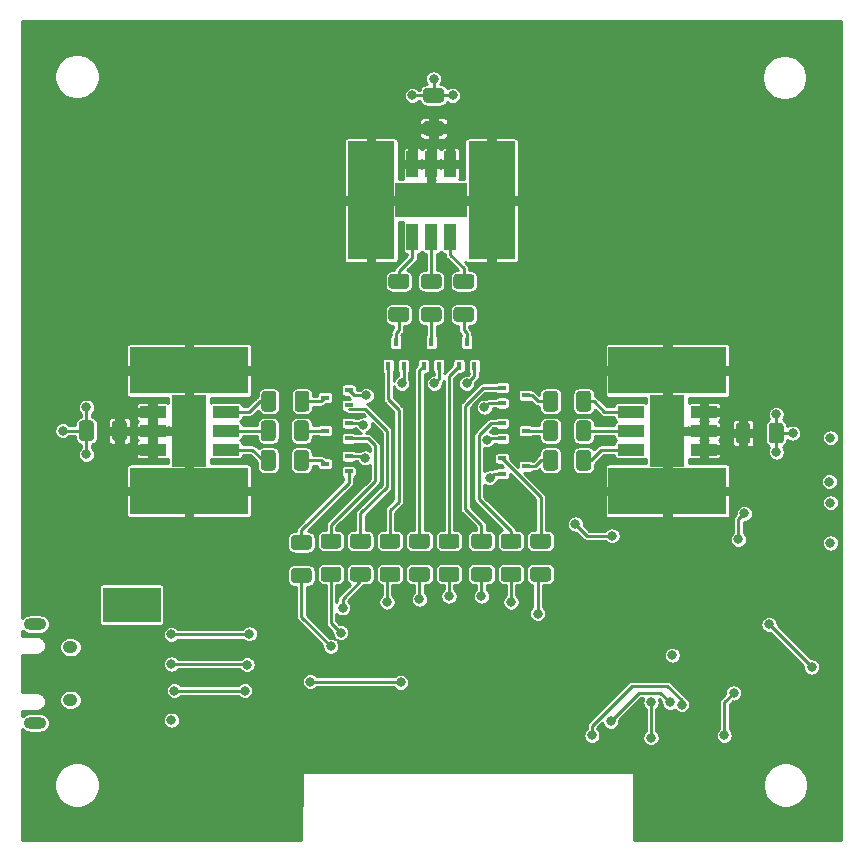
<source format=gtl>
G04 #@! TF.GenerationSoftware,KiCad,Pcbnew,5.1.6*
G04 #@! TF.CreationDate,2020-08-29T17:23:06+02:00*
G04 #@! TF.ProjectId,ESP32_lamp,45535033-325f-46c6-916d-702e6b696361,rev?*
G04 #@! TF.SameCoordinates,Original*
G04 #@! TF.FileFunction,Copper,L1,Top*
G04 #@! TF.FilePolarity,Positive*
%FSLAX46Y46*%
G04 Gerber Fmt 4.6, Leading zero omitted, Abs format (unit mm)*
G04 Created by KiCad (PCBNEW 5.1.6) date 2020-08-29 17:23:06*
%MOMM*%
%LPD*%
G01*
G04 APERTURE LIST*
G04 #@! TA.AperFunction,Conductor*
%ADD10R,3.000000X6.200000*%
G04 #@! TD*
G04 #@! TA.AperFunction,SMDPad,CuDef*
%ADD11R,2.200000X1.000000*%
G04 #@! TD*
G04 #@! TA.AperFunction,SMDPad,CuDef*
%ADD12R,3.000000X4.000000*%
G04 #@! TD*
G04 #@! TA.AperFunction,Conductor*
%ADD13R,10.000000X4.000000*%
G04 #@! TD*
G04 #@! TA.AperFunction,Conductor*
%ADD14R,6.200000X3.000000*%
G04 #@! TD*
G04 #@! TA.AperFunction,SMDPad,CuDef*
%ADD15R,1.000000X2.200000*%
G04 #@! TD*
G04 #@! TA.AperFunction,SMDPad,CuDef*
%ADD16R,4.000000X3.000000*%
G04 #@! TD*
G04 #@! TA.AperFunction,Conductor*
%ADD17R,4.000000X10.000000*%
G04 #@! TD*
G04 #@! TA.AperFunction,SMDPad,CuDef*
%ADD18R,0.450000X0.700000*%
G04 #@! TD*
G04 #@! TA.AperFunction,SMDPad,CuDef*
%ADD19R,0.700000X0.450000*%
G04 #@! TD*
G04 #@! TA.AperFunction,ViaPad*
%ADD20C,0.600000*%
G04 #@! TD*
G04 #@! TA.AperFunction,Conductor*
%ADD21R,4.900000X2.950000*%
G04 #@! TD*
G04 #@! TA.AperFunction,ComponentPad*
%ADD22O,1.900000X1.000000*%
G04 #@! TD*
G04 #@! TA.AperFunction,ComponentPad*
%ADD23O,1.250000X1.050000*%
G04 #@! TD*
G04 #@! TA.AperFunction,ViaPad*
%ADD24C,0.800000*%
G04 #@! TD*
G04 #@! TA.AperFunction,Conductor*
%ADD25C,0.250000*%
G04 #@! TD*
G04 #@! TA.AperFunction,Conductor*
%ADD26C,0.500000*%
G04 #@! TD*
G04 #@! TA.AperFunction,Conductor*
%ADD27C,0.254000*%
G04 #@! TD*
G04 APERTURE END LIST*
D10*
X134500000Y-110000000D03*
D11*
X131400000Y-111600000D03*
X131400000Y-110000000D03*
X131400000Y-108400000D03*
X137600000Y-108400000D03*
X137600000Y-110000000D03*
X137600000Y-111600000D03*
D12*
X134500000Y-110000000D03*
D13*
X134500000Y-104900000D03*
X134500000Y-115100000D03*
D10*
X175000000Y-110000000D03*
D11*
X178100000Y-108400000D03*
X178100000Y-110000000D03*
X178100000Y-111600000D03*
X171900000Y-111600000D03*
X171900000Y-110000000D03*
X171900000Y-108400000D03*
D12*
X175000000Y-110000000D03*
D13*
X175000000Y-115100000D03*
X175000000Y-104900000D03*
D14*
X155000000Y-90500000D03*
D15*
X153400000Y-87400000D03*
X155000000Y-87400000D03*
X156600000Y-87400000D03*
X156600000Y-93600000D03*
X155000000Y-93600000D03*
X153400000Y-93600000D03*
D16*
X155000000Y-90500000D03*
D17*
X160100000Y-90500000D03*
X149900000Y-90500000D03*
G04 #@! TA.AperFunction,SMDPad,CuDef*
G36*
G01*
X183575000Y-110825000D02*
X183575000Y-109575000D01*
G75*
G02*
X183825000Y-109325000I250000J0D01*
G01*
X184575000Y-109325000D01*
G75*
G02*
X184825000Y-109575000I0J-250000D01*
G01*
X184825000Y-110825000D01*
G75*
G02*
X184575000Y-111075000I-250000J0D01*
G01*
X183825000Y-111075000D01*
G75*
G02*
X183575000Y-110825000I0J250000D01*
G01*
G37*
G04 #@! TD.AperFunction*
G04 #@! TA.AperFunction,SMDPad,CuDef*
G36*
G01*
X180775000Y-110825000D02*
X180775000Y-109575000D01*
G75*
G02*
X181025000Y-109325000I250000J0D01*
G01*
X181775000Y-109325000D01*
G75*
G02*
X182025000Y-109575000I0J-250000D01*
G01*
X182025000Y-110825000D01*
G75*
G02*
X181775000Y-111075000I-250000J0D01*
G01*
X181025000Y-111075000D01*
G75*
G02*
X180775000Y-110825000I0J250000D01*
G01*
G37*
G04 #@! TD.AperFunction*
G04 #@! TA.AperFunction,SMDPad,CuDef*
G36*
G01*
X126425000Y-109375000D02*
X126425000Y-110625000D01*
G75*
G02*
X126175000Y-110875000I-250000J0D01*
G01*
X125425000Y-110875000D01*
G75*
G02*
X125175000Y-110625000I0J250000D01*
G01*
X125175000Y-109375000D01*
G75*
G02*
X125425000Y-109125000I250000J0D01*
G01*
X126175000Y-109125000D01*
G75*
G02*
X126425000Y-109375000I0J-250000D01*
G01*
G37*
G04 #@! TD.AperFunction*
G04 #@! TA.AperFunction,SMDPad,CuDef*
G36*
G01*
X129225000Y-109375000D02*
X129225000Y-110625000D01*
G75*
G02*
X128975000Y-110875000I-250000J0D01*
G01*
X128225000Y-110875000D01*
G75*
G02*
X127975000Y-110625000I0J250000D01*
G01*
X127975000Y-109375000D01*
G75*
G02*
X128225000Y-109125000I250000J0D01*
G01*
X128975000Y-109125000D01*
G75*
G02*
X129225000Y-109375000I0J-250000D01*
G01*
G37*
G04 #@! TD.AperFunction*
G04 #@! TA.AperFunction,SMDPad,CuDef*
G36*
G01*
X155825000Y-82225000D02*
X154575000Y-82225000D01*
G75*
G02*
X154325000Y-81975000I0J250000D01*
G01*
X154325000Y-81225000D01*
G75*
G02*
X154575000Y-80975000I250000J0D01*
G01*
X155825000Y-80975000D01*
G75*
G02*
X156075000Y-81225000I0J-250000D01*
G01*
X156075000Y-81975000D01*
G75*
G02*
X155825000Y-82225000I-250000J0D01*
G01*
G37*
G04 #@! TD.AperFunction*
G04 #@! TA.AperFunction,SMDPad,CuDef*
G36*
G01*
X155825000Y-85025000D02*
X154575000Y-85025000D01*
G75*
G02*
X154325000Y-84775000I0J250000D01*
G01*
X154325000Y-84025000D01*
G75*
G02*
X154575000Y-83775000I250000J0D01*
G01*
X155825000Y-83775000D01*
G75*
G02*
X156075000Y-84025000I0J-250000D01*
G01*
X156075000Y-84775000D01*
G75*
G02*
X155825000Y-85025000I-250000J0D01*
G01*
G37*
G04 #@! TD.AperFunction*
G04 #@! TA.AperFunction,SMDPad,CuDef*
G36*
G01*
X155625000Y-97975000D02*
X154375000Y-97975000D01*
G75*
G02*
X154125000Y-97725000I0J250000D01*
G01*
X154125000Y-96975000D01*
G75*
G02*
X154375000Y-96725000I250000J0D01*
G01*
X155625000Y-96725000D01*
G75*
G02*
X155875000Y-96975000I0J-250000D01*
G01*
X155875000Y-97725000D01*
G75*
G02*
X155625000Y-97975000I-250000J0D01*
G01*
G37*
G04 #@! TD.AperFunction*
G04 #@! TA.AperFunction,SMDPad,CuDef*
G36*
G01*
X155625000Y-100775000D02*
X154375000Y-100775000D01*
G75*
G02*
X154125000Y-100525000I0J250000D01*
G01*
X154125000Y-99775000D01*
G75*
G02*
X154375000Y-99525000I250000J0D01*
G01*
X155625000Y-99525000D01*
G75*
G02*
X155875000Y-99775000I0J-250000D01*
G01*
X155875000Y-100525000D01*
G75*
G02*
X155625000Y-100775000I-250000J0D01*
G01*
G37*
G04 #@! TD.AperFunction*
G04 #@! TA.AperFunction,SMDPad,CuDef*
G36*
G01*
X153375000Y-121525000D02*
X154625000Y-121525000D01*
G75*
G02*
X154875000Y-121775000I0J-250000D01*
G01*
X154875000Y-122525000D01*
G75*
G02*
X154625000Y-122775000I-250000J0D01*
G01*
X153375000Y-122775000D01*
G75*
G02*
X153125000Y-122525000I0J250000D01*
G01*
X153125000Y-121775000D01*
G75*
G02*
X153375000Y-121525000I250000J0D01*
G01*
G37*
G04 #@! TD.AperFunction*
G04 #@! TA.AperFunction,SMDPad,CuDef*
G36*
G01*
X153375000Y-118725000D02*
X154625000Y-118725000D01*
G75*
G02*
X154875000Y-118975000I0J-250000D01*
G01*
X154875000Y-119725000D01*
G75*
G02*
X154625000Y-119975000I-250000J0D01*
G01*
X153375000Y-119975000D01*
G75*
G02*
X153125000Y-119725000I0J250000D01*
G01*
X153125000Y-118975000D01*
G75*
G02*
X153375000Y-118725000I250000J0D01*
G01*
G37*
G04 #@! TD.AperFunction*
G04 #@! TA.AperFunction,SMDPad,CuDef*
G36*
G01*
X167275000Y-110625000D02*
X167275000Y-109375000D01*
G75*
G02*
X167525000Y-109125000I250000J0D01*
G01*
X168275000Y-109125000D01*
G75*
G02*
X168525000Y-109375000I0J-250000D01*
G01*
X168525000Y-110625000D01*
G75*
G02*
X168275000Y-110875000I-250000J0D01*
G01*
X167525000Y-110875000D01*
G75*
G02*
X167275000Y-110625000I0J250000D01*
G01*
G37*
G04 #@! TD.AperFunction*
G04 #@! TA.AperFunction,SMDPad,CuDef*
G36*
G01*
X164475000Y-110625000D02*
X164475000Y-109375000D01*
G75*
G02*
X164725000Y-109125000I250000J0D01*
G01*
X165475000Y-109125000D01*
G75*
G02*
X165725000Y-109375000I0J-250000D01*
G01*
X165725000Y-110625000D01*
G75*
G02*
X165475000Y-110875000I-250000J0D01*
G01*
X164725000Y-110875000D01*
G75*
G02*
X164475000Y-110625000I0J250000D01*
G01*
G37*
G04 #@! TD.AperFunction*
G04 #@! TA.AperFunction,SMDPad,CuDef*
G36*
G01*
X161125000Y-121525000D02*
X162375000Y-121525000D01*
G75*
G02*
X162625000Y-121775000I0J-250000D01*
G01*
X162625000Y-122525000D01*
G75*
G02*
X162375000Y-122775000I-250000J0D01*
G01*
X161125000Y-122775000D01*
G75*
G02*
X160875000Y-122525000I0J250000D01*
G01*
X160875000Y-121775000D01*
G75*
G02*
X161125000Y-121525000I250000J0D01*
G01*
G37*
G04 #@! TD.AperFunction*
G04 #@! TA.AperFunction,SMDPad,CuDef*
G36*
G01*
X161125000Y-118725000D02*
X162375000Y-118725000D01*
G75*
G02*
X162625000Y-118975000I0J-250000D01*
G01*
X162625000Y-119725000D01*
G75*
G02*
X162375000Y-119975000I-250000J0D01*
G01*
X161125000Y-119975000D01*
G75*
G02*
X160875000Y-119725000I0J250000D01*
G01*
X160875000Y-118975000D01*
G75*
G02*
X161125000Y-118725000I250000J0D01*
G01*
G37*
G04 #@! TD.AperFunction*
G04 #@! TA.AperFunction,SMDPad,CuDef*
G36*
G01*
X158375000Y-97975000D02*
X157125000Y-97975000D01*
G75*
G02*
X156875000Y-97725000I0J250000D01*
G01*
X156875000Y-96975000D01*
G75*
G02*
X157125000Y-96725000I250000J0D01*
G01*
X158375000Y-96725000D01*
G75*
G02*
X158625000Y-96975000I0J-250000D01*
G01*
X158625000Y-97725000D01*
G75*
G02*
X158375000Y-97975000I-250000J0D01*
G01*
G37*
G04 #@! TD.AperFunction*
G04 #@! TA.AperFunction,SMDPad,CuDef*
G36*
G01*
X158375000Y-100775000D02*
X157125000Y-100775000D01*
G75*
G02*
X156875000Y-100525000I0J250000D01*
G01*
X156875000Y-99775000D01*
G75*
G02*
X157125000Y-99525000I250000J0D01*
G01*
X158375000Y-99525000D01*
G75*
G02*
X158625000Y-99775000I0J-250000D01*
G01*
X158625000Y-100525000D01*
G75*
G02*
X158375000Y-100775000I-250000J0D01*
G01*
G37*
G04 #@! TD.AperFunction*
G04 #@! TA.AperFunction,SMDPad,CuDef*
G36*
G01*
X155875000Y-121525000D02*
X157125000Y-121525000D01*
G75*
G02*
X157375000Y-121775000I0J-250000D01*
G01*
X157375000Y-122525000D01*
G75*
G02*
X157125000Y-122775000I-250000J0D01*
G01*
X155875000Y-122775000D01*
G75*
G02*
X155625000Y-122525000I0J250000D01*
G01*
X155625000Y-121775000D01*
G75*
G02*
X155875000Y-121525000I250000J0D01*
G01*
G37*
G04 #@! TD.AperFunction*
G04 #@! TA.AperFunction,SMDPad,CuDef*
G36*
G01*
X155875000Y-118725000D02*
X157125000Y-118725000D01*
G75*
G02*
X157375000Y-118975000I0J-250000D01*
G01*
X157375000Y-119725000D01*
G75*
G02*
X157125000Y-119975000I-250000J0D01*
G01*
X155875000Y-119975000D01*
G75*
G02*
X155625000Y-119725000I0J250000D01*
G01*
X155625000Y-118975000D01*
G75*
G02*
X155875000Y-118725000I250000J0D01*
G01*
G37*
G04 #@! TD.AperFunction*
G04 #@! TA.AperFunction,SMDPad,CuDef*
G36*
G01*
X167275000Y-113125000D02*
X167275000Y-111875000D01*
G75*
G02*
X167525000Y-111625000I250000J0D01*
G01*
X168275000Y-111625000D01*
G75*
G02*
X168525000Y-111875000I0J-250000D01*
G01*
X168525000Y-113125000D01*
G75*
G02*
X168275000Y-113375000I-250000J0D01*
G01*
X167525000Y-113375000D01*
G75*
G02*
X167275000Y-113125000I0J250000D01*
G01*
G37*
G04 #@! TD.AperFunction*
G04 #@! TA.AperFunction,SMDPad,CuDef*
G36*
G01*
X164475000Y-113125000D02*
X164475000Y-111875000D01*
G75*
G02*
X164725000Y-111625000I250000J0D01*
G01*
X165475000Y-111625000D01*
G75*
G02*
X165725000Y-111875000I0J-250000D01*
G01*
X165725000Y-113125000D01*
G75*
G02*
X165475000Y-113375000I-250000J0D01*
G01*
X164725000Y-113375000D01*
G75*
G02*
X164475000Y-113125000I0J250000D01*
G01*
G37*
G04 #@! TD.AperFunction*
G04 #@! TA.AperFunction,SMDPad,CuDef*
G36*
G01*
X163625000Y-121525000D02*
X164875000Y-121525000D01*
G75*
G02*
X165125000Y-121775000I0J-250000D01*
G01*
X165125000Y-122525000D01*
G75*
G02*
X164875000Y-122775000I-250000J0D01*
G01*
X163625000Y-122775000D01*
G75*
G02*
X163375000Y-122525000I0J250000D01*
G01*
X163375000Y-121775000D01*
G75*
G02*
X163625000Y-121525000I250000J0D01*
G01*
G37*
G04 #@! TD.AperFunction*
G04 #@! TA.AperFunction,SMDPad,CuDef*
G36*
G01*
X163625000Y-118725000D02*
X164875000Y-118725000D01*
G75*
G02*
X165125000Y-118975000I0J-250000D01*
G01*
X165125000Y-119725000D01*
G75*
G02*
X164875000Y-119975000I-250000J0D01*
G01*
X163625000Y-119975000D01*
G75*
G02*
X163375000Y-119725000I0J250000D01*
G01*
X163375000Y-118975000D01*
G75*
G02*
X163625000Y-118725000I250000J0D01*
G01*
G37*
G04 #@! TD.AperFunction*
G04 #@! TA.AperFunction,SMDPad,CuDef*
G36*
G01*
X152875000Y-97975000D02*
X151625000Y-97975000D01*
G75*
G02*
X151375000Y-97725000I0J250000D01*
G01*
X151375000Y-96975000D01*
G75*
G02*
X151625000Y-96725000I250000J0D01*
G01*
X152875000Y-96725000D01*
G75*
G02*
X153125000Y-96975000I0J-250000D01*
G01*
X153125000Y-97725000D01*
G75*
G02*
X152875000Y-97975000I-250000J0D01*
G01*
G37*
G04 #@! TD.AperFunction*
G04 #@! TA.AperFunction,SMDPad,CuDef*
G36*
G01*
X152875000Y-100775000D02*
X151625000Y-100775000D01*
G75*
G02*
X151375000Y-100525000I0J250000D01*
G01*
X151375000Y-99775000D01*
G75*
G02*
X151625000Y-99525000I250000J0D01*
G01*
X152875000Y-99525000D01*
G75*
G02*
X153125000Y-99775000I0J-250000D01*
G01*
X153125000Y-100525000D01*
G75*
G02*
X152875000Y-100775000I-250000J0D01*
G01*
G37*
G04 #@! TD.AperFunction*
G04 #@! TA.AperFunction,SMDPad,CuDef*
G36*
G01*
X150875000Y-121525000D02*
X152125000Y-121525000D01*
G75*
G02*
X152375000Y-121775000I0J-250000D01*
G01*
X152375000Y-122525000D01*
G75*
G02*
X152125000Y-122775000I-250000J0D01*
G01*
X150875000Y-122775000D01*
G75*
G02*
X150625000Y-122525000I0J250000D01*
G01*
X150625000Y-121775000D01*
G75*
G02*
X150875000Y-121525000I250000J0D01*
G01*
G37*
G04 #@! TD.AperFunction*
G04 #@! TA.AperFunction,SMDPad,CuDef*
G36*
G01*
X150875000Y-118725000D02*
X152125000Y-118725000D01*
G75*
G02*
X152375000Y-118975000I0J-250000D01*
G01*
X152375000Y-119725000D01*
G75*
G02*
X152125000Y-119975000I-250000J0D01*
G01*
X150875000Y-119975000D01*
G75*
G02*
X150625000Y-119725000I0J250000D01*
G01*
X150625000Y-118975000D01*
G75*
G02*
X150875000Y-118725000I250000J0D01*
G01*
G37*
G04 #@! TD.AperFunction*
G04 #@! TA.AperFunction,SMDPad,CuDef*
G36*
G01*
X167275000Y-108125000D02*
X167275000Y-106875000D01*
G75*
G02*
X167525000Y-106625000I250000J0D01*
G01*
X168275000Y-106625000D01*
G75*
G02*
X168525000Y-106875000I0J-250000D01*
G01*
X168525000Y-108125000D01*
G75*
G02*
X168275000Y-108375000I-250000J0D01*
G01*
X167525000Y-108375000D01*
G75*
G02*
X167275000Y-108125000I0J250000D01*
G01*
G37*
G04 #@! TD.AperFunction*
G04 #@! TA.AperFunction,SMDPad,CuDef*
G36*
G01*
X164475000Y-108125000D02*
X164475000Y-106875000D01*
G75*
G02*
X164725000Y-106625000I250000J0D01*
G01*
X165475000Y-106625000D01*
G75*
G02*
X165725000Y-106875000I0J-250000D01*
G01*
X165725000Y-108125000D01*
G75*
G02*
X165475000Y-108375000I-250000J0D01*
G01*
X164725000Y-108375000D01*
G75*
G02*
X164475000Y-108125000I0J250000D01*
G01*
G37*
G04 #@! TD.AperFunction*
G04 #@! TA.AperFunction,SMDPad,CuDef*
G36*
G01*
X158625000Y-121525000D02*
X159875000Y-121525000D01*
G75*
G02*
X160125000Y-121775000I0J-250000D01*
G01*
X160125000Y-122525000D01*
G75*
G02*
X159875000Y-122775000I-250000J0D01*
G01*
X158625000Y-122775000D01*
G75*
G02*
X158375000Y-122525000I0J250000D01*
G01*
X158375000Y-121775000D01*
G75*
G02*
X158625000Y-121525000I250000J0D01*
G01*
G37*
G04 #@! TD.AperFunction*
G04 #@! TA.AperFunction,SMDPad,CuDef*
G36*
G01*
X158625000Y-118725000D02*
X159875000Y-118725000D01*
G75*
G02*
X160125000Y-118975000I0J-250000D01*
G01*
X160125000Y-119725000D01*
G75*
G02*
X159875000Y-119975000I-250000J0D01*
G01*
X158625000Y-119975000D01*
G75*
G02*
X158375000Y-119725000I0J250000D01*
G01*
X158375000Y-118975000D01*
G75*
G02*
X158625000Y-118725000I250000J0D01*
G01*
G37*
G04 #@! TD.AperFunction*
G04 #@! TA.AperFunction,SMDPad,CuDef*
G36*
G01*
X141875000Y-106875000D02*
X141875000Y-108125000D01*
G75*
G02*
X141625000Y-108375000I-250000J0D01*
G01*
X140875000Y-108375000D01*
G75*
G02*
X140625000Y-108125000I0J250000D01*
G01*
X140625000Y-106875000D01*
G75*
G02*
X140875000Y-106625000I250000J0D01*
G01*
X141625000Y-106625000D01*
G75*
G02*
X141875000Y-106875000I0J-250000D01*
G01*
G37*
G04 #@! TD.AperFunction*
G04 #@! TA.AperFunction,SMDPad,CuDef*
G36*
G01*
X144675000Y-106875000D02*
X144675000Y-108125000D01*
G75*
G02*
X144425000Y-108375000I-250000J0D01*
G01*
X143675000Y-108375000D01*
G75*
G02*
X143425000Y-108125000I0J250000D01*
G01*
X143425000Y-106875000D01*
G75*
G02*
X143675000Y-106625000I250000J0D01*
G01*
X144425000Y-106625000D01*
G75*
G02*
X144675000Y-106875000I0J-250000D01*
G01*
G37*
G04 #@! TD.AperFunction*
G04 #@! TA.AperFunction,SMDPad,CuDef*
G36*
G01*
X141825000Y-109375000D02*
X141825000Y-110625000D01*
G75*
G02*
X141575000Y-110875000I-250000J0D01*
G01*
X140825000Y-110875000D01*
G75*
G02*
X140575000Y-110625000I0J250000D01*
G01*
X140575000Y-109375000D01*
G75*
G02*
X140825000Y-109125000I250000J0D01*
G01*
X141575000Y-109125000D01*
G75*
G02*
X141825000Y-109375000I0J-250000D01*
G01*
G37*
G04 #@! TD.AperFunction*
G04 #@! TA.AperFunction,SMDPad,CuDef*
G36*
G01*
X144625000Y-109375000D02*
X144625000Y-110625000D01*
G75*
G02*
X144375000Y-110875000I-250000J0D01*
G01*
X143625000Y-110875000D01*
G75*
G02*
X143375000Y-110625000I0J250000D01*
G01*
X143375000Y-109375000D01*
G75*
G02*
X143625000Y-109125000I250000J0D01*
G01*
X144375000Y-109125000D01*
G75*
G02*
X144625000Y-109375000I0J-250000D01*
G01*
G37*
G04 #@! TD.AperFunction*
G04 #@! TA.AperFunction,SMDPad,CuDef*
G36*
G01*
X141825000Y-111875000D02*
X141825000Y-113125000D01*
G75*
G02*
X141575000Y-113375000I-250000J0D01*
G01*
X140825000Y-113375000D01*
G75*
G02*
X140575000Y-113125000I0J250000D01*
G01*
X140575000Y-111875000D01*
G75*
G02*
X140825000Y-111625000I250000J0D01*
G01*
X141575000Y-111625000D01*
G75*
G02*
X141825000Y-111875000I0J-250000D01*
G01*
G37*
G04 #@! TD.AperFunction*
G04 #@! TA.AperFunction,SMDPad,CuDef*
G36*
G01*
X144625000Y-111875000D02*
X144625000Y-113125000D01*
G75*
G02*
X144375000Y-113375000I-250000J0D01*
G01*
X143625000Y-113375000D01*
G75*
G02*
X143375000Y-113125000I0J250000D01*
G01*
X143375000Y-111875000D01*
G75*
G02*
X143625000Y-111625000I250000J0D01*
G01*
X144375000Y-111625000D01*
G75*
G02*
X144625000Y-111875000I0J-250000D01*
G01*
G37*
G04 #@! TD.AperFunction*
G04 #@! TA.AperFunction,SMDPad,CuDef*
G36*
G01*
X148375000Y-121525000D02*
X149625000Y-121525000D01*
G75*
G02*
X149875000Y-121775000I0J-250000D01*
G01*
X149875000Y-122525000D01*
G75*
G02*
X149625000Y-122775000I-250000J0D01*
G01*
X148375000Y-122775000D01*
G75*
G02*
X148125000Y-122525000I0J250000D01*
G01*
X148125000Y-121775000D01*
G75*
G02*
X148375000Y-121525000I250000J0D01*
G01*
G37*
G04 #@! TD.AperFunction*
G04 #@! TA.AperFunction,SMDPad,CuDef*
G36*
G01*
X148375000Y-118725000D02*
X149625000Y-118725000D01*
G75*
G02*
X149875000Y-118975000I0J-250000D01*
G01*
X149875000Y-119725000D01*
G75*
G02*
X149625000Y-119975000I-250000J0D01*
G01*
X148375000Y-119975000D01*
G75*
G02*
X148125000Y-119725000I0J250000D01*
G01*
X148125000Y-118975000D01*
G75*
G02*
X148375000Y-118725000I250000J0D01*
G01*
G37*
G04 #@! TD.AperFunction*
G04 #@! TA.AperFunction,SMDPad,CuDef*
G36*
G01*
X145875000Y-121525000D02*
X147125000Y-121525000D01*
G75*
G02*
X147375000Y-121775000I0J-250000D01*
G01*
X147375000Y-122525000D01*
G75*
G02*
X147125000Y-122775000I-250000J0D01*
G01*
X145875000Y-122775000D01*
G75*
G02*
X145625000Y-122525000I0J250000D01*
G01*
X145625000Y-121775000D01*
G75*
G02*
X145875000Y-121525000I250000J0D01*
G01*
G37*
G04 #@! TD.AperFunction*
G04 #@! TA.AperFunction,SMDPad,CuDef*
G36*
G01*
X145875000Y-118725000D02*
X147125000Y-118725000D01*
G75*
G02*
X147375000Y-118975000I0J-250000D01*
G01*
X147375000Y-119725000D01*
G75*
G02*
X147125000Y-119975000I-250000J0D01*
G01*
X145875000Y-119975000D01*
G75*
G02*
X145625000Y-119725000I0J250000D01*
G01*
X145625000Y-118975000D01*
G75*
G02*
X145875000Y-118725000I250000J0D01*
G01*
G37*
G04 #@! TD.AperFunction*
G04 #@! TA.AperFunction,SMDPad,CuDef*
G36*
G01*
X143375000Y-121625000D02*
X144625000Y-121625000D01*
G75*
G02*
X144875000Y-121875000I0J-250000D01*
G01*
X144875000Y-122625000D01*
G75*
G02*
X144625000Y-122875000I-250000J0D01*
G01*
X143375000Y-122875000D01*
G75*
G02*
X143125000Y-122625000I0J250000D01*
G01*
X143125000Y-121875000D01*
G75*
G02*
X143375000Y-121625000I250000J0D01*
G01*
G37*
G04 #@! TD.AperFunction*
G04 #@! TA.AperFunction,SMDPad,CuDef*
G36*
G01*
X143375000Y-118825000D02*
X144625000Y-118825000D01*
G75*
G02*
X144875000Y-119075000I0J-250000D01*
G01*
X144875000Y-119825000D01*
G75*
G02*
X144625000Y-120075000I-250000J0D01*
G01*
X143375000Y-120075000D01*
G75*
G02*
X143125000Y-119825000I0J250000D01*
G01*
X143125000Y-119075000D01*
G75*
G02*
X143375000Y-118825000I250000J0D01*
G01*
G37*
G04 #@! TD.AperFunction*
D18*
X155000000Y-102500000D03*
X155650000Y-104500000D03*
X154350000Y-104500000D03*
D19*
X163000000Y-110000000D03*
X161000000Y-110650000D03*
X161000000Y-109350000D03*
D18*
X158000000Y-102500000D03*
X158650000Y-104500000D03*
X157350000Y-104500000D03*
D19*
X163000000Y-113000000D03*
X161000000Y-113650000D03*
X161000000Y-112350000D03*
D18*
X152000000Y-102500000D03*
X152650000Y-104500000D03*
X151350000Y-104500000D03*
D19*
X163000000Y-107000000D03*
X161000000Y-107650000D03*
X161000000Y-106350000D03*
X146000000Y-107200000D03*
X148000000Y-106550000D03*
X148000000Y-107850000D03*
X146000000Y-110000000D03*
X148000000Y-109350000D03*
X148000000Y-110650000D03*
X146000000Y-112800000D03*
X148000000Y-112150000D03*
X148000000Y-113450000D03*
D20*
X127680000Y-124070000D03*
X128980000Y-124070000D03*
X128980000Y-125370000D03*
X127680000Y-125370000D03*
X131580000Y-124070000D03*
X130280000Y-124070000D03*
X130280000Y-125370000D03*
X131580000Y-125370000D03*
D21*
X129630000Y-124720000D03*
D22*
X121450000Y-126375000D03*
X121450000Y-134725000D03*
D23*
X124450000Y-128325000D03*
X124450000Y-132775000D03*
D24*
X149400000Y-112300000D03*
X149250000Y-109500000D03*
X149500000Y-107000000D03*
X152500000Y-106000000D03*
X155250000Y-106000000D03*
X158000000Y-106000000D03*
X159500000Y-108000000D03*
X159750000Y-110750000D03*
X133000000Y-134500000D03*
X133250000Y-132000000D03*
X133000000Y-129750000D03*
X133000000Y-127250000D03*
X144750000Y-131250000D03*
X159934292Y-113984990D03*
X173600000Y-133000000D03*
X175400000Y-129000000D03*
X173600000Y-136000000D03*
X180600000Y-132200000D03*
X179800000Y-135800000D03*
X183600000Y-126400000D03*
X187200000Y-130000000D03*
X123800000Y-110000000D03*
X125800000Y-108000000D03*
X125800000Y-112000000D03*
X153400000Y-81600000D03*
X155200000Y-80200000D03*
X156800000Y-81600000D03*
X184200000Y-108600000D03*
X184200000Y-111800000D03*
X185600000Y-110200000D03*
X139600000Y-127200000D03*
X139400000Y-129800000D03*
X139200000Y-132000000D03*
X188800000Y-110600000D03*
X188700000Y-114300000D03*
X188800000Y-116100000D03*
X188800000Y-119500000D03*
X167200000Y-117900000D03*
X170300000Y-118900000D03*
X181000000Y-119200000D03*
X181500000Y-117000000D03*
X152400000Y-131300000D03*
X152000000Y-136000000D03*
X174600000Y-125400000D03*
X138930000Y-123620000D03*
X138930000Y-118220000D03*
X126330000Y-114920000D03*
X142200000Y-135200000D03*
X139700000Y-133500000D03*
X183000000Y-113600000D03*
X175200000Y-133000000D03*
X170200000Y-134600000D03*
X176200000Y-133200000D03*
X168600000Y-135800000D03*
X146500000Y-128250000D03*
X147345000Y-127095000D03*
X147500000Y-125000000D03*
X159250000Y-124000000D03*
X151250000Y-124500000D03*
X164000000Y-125500000D03*
X156500000Y-124000000D03*
X161750000Y-124500000D03*
X154000000Y-124250000D03*
D25*
X149100000Y-109350000D02*
X149250000Y-109500000D01*
X148000000Y-109350000D02*
X149100000Y-109350000D01*
X149350000Y-106850000D02*
X149500000Y-107000000D01*
X152650000Y-105850000D02*
X152500000Y-106000000D01*
X152650000Y-104500000D02*
X152650000Y-105850000D01*
X155650000Y-105600000D02*
X155250000Y-106000000D01*
X155650000Y-104500000D02*
X155650000Y-105600000D01*
X158650000Y-105350000D02*
X158000000Y-106000000D01*
X158650000Y-104500000D02*
X158650000Y-105350000D01*
X159850000Y-107650000D02*
X159500000Y-108000000D01*
X161000000Y-107650000D02*
X159850000Y-107650000D01*
X159850000Y-110650000D02*
X159750000Y-110750000D01*
X161000000Y-110650000D02*
X159850000Y-110650000D01*
X161000000Y-113650000D02*
X160269282Y-113650000D01*
X160269282Y-113650000D02*
X159934292Y-113984990D01*
X173600000Y-133000000D02*
X173600000Y-136000000D01*
X179800000Y-133000000D02*
X179800000Y-135800000D01*
X180600000Y-132200000D02*
X179800000Y-133000000D01*
X183600000Y-126400000D02*
X187200000Y-130000000D01*
X125800000Y-110000000D02*
X123800000Y-110000000D01*
X125800000Y-110000000D02*
X125800000Y-108000000D01*
X125800000Y-110000000D02*
X125800000Y-112000000D01*
X155200000Y-81600000D02*
X153400000Y-81600000D01*
X155200000Y-81600000D02*
X155200000Y-80200000D01*
X155200000Y-81600000D02*
X156800000Y-81600000D01*
X184200000Y-110200000D02*
X184200000Y-108600000D01*
X184200000Y-110200000D02*
X184200000Y-111800000D01*
X184200000Y-110200000D02*
X185600000Y-110200000D01*
X139550000Y-127250000D02*
X139600000Y-127200000D01*
X133000000Y-127250000D02*
X139550000Y-127250000D01*
X139350000Y-129750000D02*
X139400000Y-129800000D01*
X133000000Y-129750000D02*
X139350000Y-129750000D01*
X133250000Y-132000000D02*
X139200000Y-132000000D01*
X168200000Y-118900000D02*
X167200000Y-117900000D01*
X170300000Y-118900000D02*
X168200000Y-118900000D01*
X181000000Y-117500000D02*
X181500000Y-117000000D01*
X181000000Y-119200000D02*
X181000000Y-117500000D01*
X152350000Y-131250000D02*
X152400000Y-131300000D01*
X144750000Y-131250000D02*
X152350000Y-131250000D01*
X149250000Y-112150000D02*
X149400000Y-112300000D01*
X148000000Y-112150000D02*
X149250000Y-112150000D01*
X148450000Y-107000000D02*
X148000000Y-106550000D01*
X149500000Y-107000000D02*
X148450000Y-107000000D01*
X131400000Y-108400000D02*
X131400000Y-110000000D01*
X131400000Y-111600000D02*
X131400000Y-110000000D01*
X178100000Y-108400000D02*
X178100000Y-111600000D01*
D26*
X128600000Y-110000000D02*
X131400000Y-110000000D01*
X131400000Y-110000000D02*
X134500000Y-110000000D01*
X131400000Y-111600000D02*
X131400000Y-108400000D01*
X153400000Y-87400000D02*
X156600000Y-87400000D01*
X155000000Y-87400000D02*
X155000000Y-90500000D01*
X155200000Y-87200000D02*
X155000000Y-87400000D01*
X155200000Y-84400000D02*
X155200000Y-87200000D01*
X178300000Y-110200000D02*
X178100000Y-110000000D01*
X181400000Y-110200000D02*
X178300000Y-110200000D01*
X178100000Y-110000000D02*
X178100000Y-108400000D01*
X178100000Y-111600000D02*
X178100000Y-110000000D01*
X178100000Y-110000000D02*
X175000000Y-110000000D01*
D25*
X172600000Y-132200000D02*
X174400000Y-132200000D01*
X170200000Y-134600000D02*
X172600000Y-132200000D01*
X175200000Y-133000000D02*
X174400000Y-132200000D01*
X176200000Y-133200000D02*
X176200000Y-132800000D01*
X168600000Y-135800000D02*
X168600000Y-135000000D01*
X168600000Y-135000000D02*
X172000000Y-131600000D01*
X172000000Y-131600000D02*
X175000000Y-131600000D01*
X176200000Y-132800000D02*
X175000000Y-131600000D01*
X163000000Y-107000000D02*
X163500000Y-107000000D01*
X164000000Y-107500000D02*
X165100000Y-107500000D01*
X163500000Y-107000000D02*
X164000000Y-107500000D01*
X159400000Y-106350000D02*
X161000000Y-106350000D01*
X159250000Y-119350000D02*
X159250000Y-118000000D01*
X159250000Y-118000000D02*
X157875000Y-116625000D01*
X157875000Y-107875000D02*
X159400000Y-106350000D01*
X157875000Y-116625000D02*
X157875000Y-107875000D01*
X152000000Y-102500000D02*
X152000000Y-101750000D01*
X152250000Y-101500000D02*
X152250000Y-100150000D01*
X152000000Y-101750000D02*
X152250000Y-101500000D01*
X151350000Y-107350000D02*
X151350000Y-104500000D01*
X152250000Y-108250000D02*
X151350000Y-107350000D01*
X151500000Y-119350000D02*
X151500000Y-116750000D01*
X151500000Y-116750000D02*
X152250000Y-116000000D01*
X152250000Y-116000000D02*
X152250000Y-108250000D01*
X165100000Y-112500000D02*
X164250000Y-112500000D01*
X163750000Y-113000000D02*
X163000000Y-113000000D01*
X164250000Y-112500000D02*
X163750000Y-113000000D01*
X164250000Y-115600000D02*
X164250000Y-119350000D01*
X161000000Y-112350000D02*
X164250000Y-115600000D01*
X158000000Y-101750000D02*
X157750000Y-101500000D01*
X158000000Y-102500000D02*
X158000000Y-101750000D01*
X157750000Y-100150000D02*
X157750000Y-101500000D01*
X156500000Y-105350000D02*
X157350000Y-104500000D01*
X156500000Y-119350000D02*
X156500000Y-105350000D01*
X165100000Y-110000000D02*
X163000000Y-110000000D01*
X159024998Y-110401998D02*
X160076996Y-109350000D01*
X160076996Y-109350000D02*
X161000000Y-109350000D01*
X161750000Y-119350000D02*
X161750000Y-118500000D01*
X159024998Y-115774998D02*
X159024998Y-110401998D01*
X161750000Y-118500000D02*
X159024998Y-115774998D01*
X155000000Y-102500000D02*
X155000000Y-100150000D01*
X154000000Y-104850000D02*
X154350000Y-104500000D01*
X154000000Y-119350000D02*
X154000000Y-104850000D01*
X144000000Y-122250000D02*
X144000000Y-125750000D01*
X146500000Y-128250000D02*
X144000000Y-125750000D01*
X146500000Y-126250000D02*
X146500000Y-122150000D01*
X147345000Y-127095000D02*
X146500000Y-126250000D01*
X147500000Y-125000000D02*
X147500000Y-124250000D01*
X149000000Y-122750000D02*
X149000000Y-122150000D01*
X147500000Y-124250000D02*
X149000000Y-122750000D01*
X159250000Y-124000000D02*
X159250000Y-122150000D01*
X151250000Y-122400000D02*
X151500000Y-122150000D01*
X151250000Y-124500000D02*
X151250000Y-122400000D01*
X164000000Y-122400000D02*
X164250000Y-122150000D01*
X164000000Y-125500000D02*
X164000000Y-122400000D01*
X156500000Y-124000000D02*
X156500000Y-122150000D01*
X161750000Y-124500000D02*
X161750000Y-122150000D01*
X154000000Y-124250000D02*
X154000000Y-122150000D01*
X145700000Y-112500000D02*
X146000000Y-112800000D01*
X144000000Y-112500000D02*
X145700000Y-112500000D01*
X148000000Y-113450000D02*
X148000000Y-114400000D01*
X144000000Y-118400000D02*
X144000000Y-118800000D01*
X148000000Y-114400000D02*
X144000000Y-118400000D01*
X144000000Y-119450000D02*
X144000000Y-118800000D01*
X145700000Y-107500000D02*
X146000000Y-107200000D01*
X144050000Y-107500000D02*
X145700000Y-107500000D01*
X149400000Y-108150000D02*
X148000000Y-108150000D01*
X151250000Y-110000000D02*
X149400000Y-108150000D01*
X149000000Y-119350000D02*
X149000000Y-117000000D01*
X151250000Y-114750000D02*
X151250000Y-110000000D01*
X149000000Y-117000000D02*
X151250000Y-114750000D01*
X144000000Y-110000000D02*
X146000000Y-110000000D01*
X149650000Y-110650000D02*
X148000000Y-110650000D01*
X150250000Y-111250000D02*
X149650000Y-110650000D01*
X150250000Y-114250000D02*
X150250000Y-111250000D01*
X146500000Y-118000000D02*
X150250000Y-114250000D01*
X146500000Y-119350000D02*
X146500000Y-118000000D01*
X167900000Y-107500000D02*
X168750000Y-107500000D01*
X169650000Y-108400000D02*
X171900000Y-108400000D01*
X168750000Y-107500000D02*
X169650000Y-108400000D01*
X171900000Y-110000000D02*
X167900000Y-110000000D01*
X167900000Y-112500000D02*
X168500000Y-112500000D01*
X169400000Y-111600000D02*
X171900000Y-111600000D01*
X168500000Y-112500000D02*
X169400000Y-111600000D01*
X153400000Y-93600000D02*
X153400000Y-95350000D01*
X152250000Y-96500000D02*
X152250000Y-97350000D01*
X153400000Y-95350000D02*
X152250000Y-96500000D01*
X155000000Y-93600000D02*
X155000000Y-97350000D01*
X156600000Y-93600000D02*
X156600000Y-95100000D01*
X157750000Y-96250000D02*
X157750000Y-97350000D01*
X156600000Y-95100000D02*
X157750000Y-96250000D01*
X137600000Y-111600000D02*
X139850000Y-111600000D01*
X140750000Y-112500000D02*
X141200000Y-112500000D01*
X139850000Y-111600000D02*
X140750000Y-112500000D01*
X137600000Y-110000000D02*
X141200000Y-110000000D01*
X137600000Y-108400000D02*
X139600000Y-108400000D01*
X140500000Y-107500000D02*
X141250000Y-107500000D01*
X139600000Y-108400000D02*
X140500000Y-107500000D01*
D27*
G36*
X189648001Y-144648000D02*
G01*
X172127000Y-144648000D01*
X172127000Y-139810207D01*
X183073000Y-139810207D01*
X183073000Y-140189793D01*
X183147053Y-140562085D01*
X183292315Y-140912777D01*
X183503201Y-141228391D01*
X183771609Y-141496799D01*
X184087223Y-141707685D01*
X184437915Y-141852947D01*
X184810207Y-141927000D01*
X185189793Y-141927000D01*
X185562085Y-141852947D01*
X185912777Y-141707685D01*
X186228391Y-141496799D01*
X186496799Y-141228391D01*
X186707685Y-140912777D01*
X186852947Y-140562085D01*
X186927000Y-140189793D01*
X186927000Y-139810207D01*
X186852947Y-139437915D01*
X186707685Y-139087223D01*
X186496799Y-138771609D01*
X186228391Y-138503201D01*
X185912777Y-138292315D01*
X185562085Y-138147053D01*
X185189793Y-138073000D01*
X184810207Y-138073000D01*
X184437915Y-138147053D01*
X184087223Y-138292315D01*
X183771609Y-138503201D01*
X183503201Y-138771609D01*
X183292315Y-139087223D01*
X183147053Y-139437915D01*
X183073000Y-139810207D01*
X172127000Y-139810207D01*
X172127000Y-139000000D01*
X172124560Y-138975224D01*
X172117333Y-138951399D01*
X172105597Y-138929443D01*
X172089803Y-138910197D01*
X172070557Y-138894403D01*
X172048601Y-138882667D01*
X172024776Y-138875440D01*
X172000000Y-138873000D01*
X144200000Y-138873000D01*
X144175224Y-138875440D01*
X144151399Y-138882667D01*
X144129443Y-138894403D01*
X144110197Y-138910197D01*
X144094403Y-138929443D01*
X144082667Y-138951399D01*
X144075440Y-138975224D01*
X144073023Y-138997604D01*
X143966412Y-144648000D01*
X120352000Y-144648000D01*
X120352000Y-139810207D01*
X123073000Y-139810207D01*
X123073000Y-140189793D01*
X123147053Y-140562085D01*
X123292315Y-140912777D01*
X123503201Y-141228391D01*
X123771609Y-141496799D01*
X124087223Y-141707685D01*
X124437915Y-141852947D01*
X124810207Y-141927000D01*
X125189793Y-141927000D01*
X125562085Y-141852947D01*
X125912777Y-141707685D01*
X126228391Y-141496799D01*
X126496799Y-141228391D01*
X126707685Y-140912777D01*
X126852947Y-140562085D01*
X126927000Y-140189793D01*
X126927000Y-139810207D01*
X126852947Y-139437915D01*
X126707685Y-139087223D01*
X126496799Y-138771609D01*
X126228391Y-138503201D01*
X125912777Y-138292315D01*
X125562085Y-138147053D01*
X125189793Y-138073000D01*
X124810207Y-138073000D01*
X124437915Y-138147053D01*
X124087223Y-138292315D01*
X123771609Y-138503201D01*
X123503201Y-138771609D01*
X123292315Y-139087223D01*
X123147053Y-139437915D01*
X123073000Y-139810207D01*
X120352000Y-139810207D01*
X120352000Y-135728397D01*
X167873000Y-135728397D01*
X167873000Y-135871603D01*
X167900938Y-136012058D01*
X167955741Y-136144364D01*
X168035302Y-136263436D01*
X168136564Y-136364698D01*
X168255636Y-136444259D01*
X168387942Y-136499062D01*
X168528397Y-136527000D01*
X168671603Y-136527000D01*
X168812058Y-136499062D01*
X168944364Y-136444259D01*
X169063436Y-136364698D01*
X169164698Y-136263436D01*
X169244259Y-136144364D01*
X169299062Y-136012058D01*
X169327000Y-135871603D01*
X169327000Y-135728397D01*
X169299062Y-135587942D01*
X169244259Y-135455636D01*
X169164698Y-135336564D01*
X169063436Y-135235302D01*
X169052000Y-135227661D01*
X169052000Y-135187223D01*
X169488698Y-134750525D01*
X169500938Y-134812058D01*
X169555741Y-134944364D01*
X169635302Y-135063436D01*
X169736564Y-135164698D01*
X169855636Y-135244259D01*
X169987942Y-135299062D01*
X170128397Y-135327000D01*
X170271603Y-135327000D01*
X170412058Y-135299062D01*
X170544364Y-135244259D01*
X170663436Y-135164698D01*
X170764698Y-135063436D01*
X170844259Y-134944364D01*
X170899062Y-134812058D01*
X170927000Y-134671603D01*
X170927000Y-134528397D01*
X170924317Y-134514907D01*
X172787224Y-132652000D01*
X172958170Y-132652000D01*
X172955741Y-132655636D01*
X172900938Y-132787942D01*
X172873000Y-132928397D01*
X172873000Y-133071603D01*
X172900938Y-133212058D01*
X172955741Y-133344364D01*
X173035302Y-133463436D01*
X173136564Y-133564698D01*
X173148000Y-133572339D01*
X173148001Y-135427660D01*
X173136564Y-135435302D01*
X173035302Y-135536564D01*
X172955741Y-135655636D01*
X172900938Y-135787942D01*
X172873000Y-135928397D01*
X172873000Y-136071603D01*
X172900938Y-136212058D01*
X172955741Y-136344364D01*
X173035302Y-136463436D01*
X173136564Y-136564698D01*
X173255636Y-136644259D01*
X173387942Y-136699062D01*
X173528397Y-136727000D01*
X173671603Y-136727000D01*
X173812058Y-136699062D01*
X173944364Y-136644259D01*
X174063436Y-136564698D01*
X174164698Y-136463436D01*
X174244259Y-136344364D01*
X174299062Y-136212058D01*
X174327000Y-136071603D01*
X174327000Y-135928397D01*
X174299062Y-135787942D01*
X174274398Y-135728397D01*
X179073000Y-135728397D01*
X179073000Y-135871603D01*
X179100938Y-136012058D01*
X179155741Y-136144364D01*
X179235302Y-136263436D01*
X179336564Y-136364698D01*
X179455636Y-136444259D01*
X179587942Y-136499062D01*
X179728397Y-136527000D01*
X179871603Y-136527000D01*
X180012058Y-136499062D01*
X180144364Y-136444259D01*
X180263436Y-136364698D01*
X180364698Y-136263436D01*
X180444259Y-136144364D01*
X180499062Y-136012058D01*
X180527000Y-135871603D01*
X180527000Y-135728397D01*
X180499062Y-135587942D01*
X180444259Y-135455636D01*
X180364698Y-135336564D01*
X180263436Y-135235302D01*
X180252000Y-135227661D01*
X180252000Y-133187223D01*
X180514907Y-132924317D01*
X180528397Y-132927000D01*
X180671603Y-132927000D01*
X180812058Y-132899062D01*
X180944364Y-132844259D01*
X181063436Y-132764698D01*
X181164698Y-132663436D01*
X181244259Y-132544364D01*
X181299062Y-132412058D01*
X181327000Y-132271603D01*
X181327000Y-132128397D01*
X181299062Y-131987942D01*
X181244259Y-131855636D01*
X181164698Y-131736564D01*
X181063436Y-131635302D01*
X180944364Y-131555741D01*
X180812058Y-131500938D01*
X180671603Y-131473000D01*
X180528397Y-131473000D01*
X180387942Y-131500938D01*
X180255636Y-131555741D01*
X180136564Y-131635302D01*
X180035302Y-131736564D01*
X179955741Y-131855636D01*
X179900938Y-131987942D01*
X179873000Y-132128397D01*
X179873000Y-132271603D01*
X179875683Y-132285093D01*
X179496100Y-132664677D01*
X179478841Y-132678841D01*
X179422357Y-132747668D01*
X179388747Y-132810549D01*
X179380386Y-132826191D01*
X179354540Y-132911393D01*
X179345813Y-133000000D01*
X179348000Y-133022205D01*
X179348001Y-135227660D01*
X179336564Y-135235302D01*
X179235302Y-135336564D01*
X179155741Y-135455636D01*
X179100938Y-135587942D01*
X179073000Y-135728397D01*
X174274398Y-135728397D01*
X174244259Y-135655636D01*
X174164698Y-135536564D01*
X174063436Y-135435302D01*
X174052000Y-135427661D01*
X174052000Y-133572339D01*
X174063436Y-133564698D01*
X174164698Y-133463436D01*
X174244259Y-133344364D01*
X174299062Y-133212058D01*
X174327000Y-133071603D01*
X174327000Y-132928397D01*
X174299062Y-132787942D01*
X174263949Y-132703173D01*
X174475683Y-132914907D01*
X174473000Y-132928397D01*
X174473000Y-133071603D01*
X174500938Y-133212058D01*
X174555741Y-133344364D01*
X174635302Y-133463436D01*
X174736564Y-133564698D01*
X174855636Y-133644259D01*
X174987942Y-133699062D01*
X175128397Y-133727000D01*
X175271603Y-133727000D01*
X175412058Y-133699062D01*
X175544364Y-133644259D01*
X175598375Y-133608170D01*
X175635302Y-133663436D01*
X175736564Y-133764698D01*
X175855636Y-133844259D01*
X175987942Y-133899062D01*
X176128397Y-133927000D01*
X176271603Y-133927000D01*
X176412058Y-133899062D01*
X176544364Y-133844259D01*
X176663436Y-133764698D01*
X176764698Y-133663436D01*
X176844259Y-133544364D01*
X176899062Y-133412058D01*
X176927000Y-133271603D01*
X176927000Y-133128397D01*
X176899062Y-132987942D01*
X176844259Y-132855636D01*
X176764698Y-132736564D01*
X176663436Y-132635302D01*
X176602845Y-132594816D01*
X176577643Y-132547667D01*
X176521159Y-132478841D01*
X176503910Y-132464685D01*
X175335323Y-131296100D01*
X175321159Y-131278841D01*
X175252333Y-131222357D01*
X175173810Y-131180386D01*
X175088607Y-131154540D01*
X175022205Y-131148000D01*
X175000000Y-131145813D01*
X174977795Y-131148000D01*
X172022204Y-131148000D01*
X171999999Y-131145813D01*
X171911392Y-131154540D01*
X171832747Y-131178397D01*
X171826190Y-131180386D01*
X171747667Y-131222357D01*
X171678841Y-131278841D01*
X171664686Y-131296089D01*
X168296096Y-134664681D01*
X168278842Y-134678841D01*
X168222358Y-134747667D01*
X168180386Y-134826191D01*
X168154540Y-134911393D01*
X168145813Y-135000000D01*
X168148001Y-135022215D01*
X168148001Y-135227660D01*
X168136564Y-135235302D01*
X168035302Y-135336564D01*
X167955741Y-135455636D01*
X167900938Y-135587942D01*
X167873000Y-135728397D01*
X120352000Y-135728397D01*
X120352000Y-135239016D01*
X120412394Y-135312606D01*
X120538321Y-135415952D01*
X120681990Y-135492745D01*
X120837880Y-135540034D01*
X120959376Y-135552000D01*
X121940624Y-135552000D01*
X122062120Y-135540034D01*
X122218010Y-135492745D01*
X122361679Y-135415952D01*
X122487606Y-135312606D01*
X122590952Y-135186679D01*
X122667745Y-135043010D01*
X122715034Y-134887120D01*
X122731001Y-134725000D01*
X122715034Y-134562880D01*
X122674239Y-134428397D01*
X132273000Y-134428397D01*
X132273000Y-134571603D01*
X132300938Y-134712058D01*
X132355741Y-134844364D01*
X132435302Y-134963436D01*
X132536564Y-135064698D01*
X132655636Y-135144259D01*
X132787942Y-135199062D01*
X132928397Y-135227000D01*
X133071603Y-135227000D01*
X133212058Y-135199062D01*
X133344364Y-135144259D01*
X133463436Y-135064698D01*
X133564698Y-134963436D01*
X133644259Y-134844364D01*
X133699062Y-134712058D01*
X133727000Y-134571603D01*
X133727000Y-134428397D01*
X133699062Y-134287942D01*
X133644259Y-134155636D01*
X133564698Y-134036564D01*
X133463436Y-133935302D01*
X133344364Y-133855741D01*
X133212058Y-133800938D01*
X133071603Y-133773000D01*
X132928397Y-133773000D01*
X132787942Y-133800938D01*
X132655636Y-133855741D01*
X132536564Y-133935302D01*
X132435302Y-134036564D01*
X132355741Y-134155636D01*
X132300938Y-134287942D01*
X132273000Y-134428397D01*
X122674239Y-134428397D01*
X122667745Y-134406990D01*
X122590952Y-134263321D01*
X122487606Y-134137394D01*
X122361679Y-134034048D01*
X122218010Y-133957255D01*
X122062120Y-133909966D01*
X121940624Y-133898000D01*
X120959376Y-133898000D01*
X120837880Y-133909966D01*
X120681990Y-133957255D01*
X120538321Y-134034048D01*
X120412394Y-134137394D01*
X120377000Y-134180522D01*
X120377000Y-133727000D01*
X121593519Y-133727000D01*
X121612210Y-133725159D01*
X121617723Y-133725159D01*
X121622959Y-133724609D01*
X121705387Y-133715363D01*
X121738796Y-133708262D01*
X121772326Y-133701623D01*
X121777350Y-133700067D01*
X121777356Y-133700066D01*
X121777362Y-133700064D01*
X121856418Y-133674986D01*
X121887833Y-133661522D01*
X121919417Y-133648503D01*
X121924048Y-133646000D01*
X121996734Y-133606040D01*
X122024931Y-133586733D01*
X122053385Y-133567828D01*
X122057441Y-133564473D01*
X122120981Y-133511157D01*
X122144885Y-133486747D01*
X122169135Y-133462665D01*
X122172462Y-133458586D01*
X122224436Y-133393943D01*
X122243150Y-133365345D01*
X122262252Y-133337024D01*
X122264724Y-133332377D01*
X122303152Y-133258870D01*
X122315939Y-133227221D01*
X122329193Y-133195690D01*
X122330714Y-133190651D01*
X122354133Y-133111079D01*
X122360529Y-133077552D01*
X122367406Y-133044046D01*
X122367920Y-133038807D01*
X122375438Y-132956204D01*
X122375200Y-132922033D01*
X122375438Y-132887861D01*
X122374924Y-132882621D01*
X122366253Y-132800131D01*
X122361094Y-132775000D01*
X123493878Y-132775000D01*
X123510328Y-132942021D01*
X123559046Y-133102624D01*
X123638161Y-133250636D01*
X123744630Y-133380370D01*
X123874364Y-133486839D01*
X124022376Y-133565954D01*
X124182979Y-133614672D01*
X124308148Y-133627000D01*
X124591852Y-133627000D01*
X124717021Y-133614672D01*
X124877624Y-133565954D01*
X125025636Y-133486839D01*
X125155370Y-133380370D01*
X125261839Y-133250636D01*
X125340954Y-133102624D01*
X125389672Y-132942021D01*
X125406122Y-132775000D01*
X125389672Y-132607979D01*
X125340954Y-132447376D01*
X125261839Y-132299364D01*
X125155370Y-132169630D01*
X125025636Y-132063161D01*
X124877624Y-131984046D01*
X124717021Y-131935328D01*
X124646649Y-131928397D01*
X132523000Y-131928397D01*
X132523000Y-132071603D01*
X132550938Y-132212058D01*
X132605741Y-132344364D01*
X132685302Y-132463436D01*
X132786564Y-132564698D01*
X132905636Y-132644259D01*
X133037942Y-132699062D01*
X133178397Y-132727000D01*
X133321603Y-132727000D01*
X133462058Y-132699062D01*
X133594364Y-132644259D01*
X133713436Y-132564698D01*
X133814698Y-132463436D01*
X133822339Y-132452000D01*
X138627661Y-132452000D01*
X138635302Y-132463436D01*
X138736564Y-132564698D01*
X138855636Y-132644259D01*
X138987942Y-132699062D01*
X139128397Y-132727000D01*
X139271603Y-132727000D01*
X139412058Y-132699062D01*
X139544364Y-132644259D01*
X139663436Y-132564698D01*
X139764698Y-132463436D01*
X139844259Y-132344364D01*
X139899062Y-132212058D01*
X139927000Y-132071603D01*
X139927000Y-131928397D01*
X139899062Y-131787942D01*
X139844259Y-131655636D01*
X139764698Y-131536564D01*
X139663436Y-131435302D01*
X139544364Y-131355741D01*
X139412058Y-131300938D01*
X139271603Y-131273000D01*
X139128397Y-131273000D01*
X138987942Y-131300938D01*
X138855636Y-131355741D01*
X138736564Y-131435302D01*
X138635302Y-131536564D01*
X138627661Y-131548000D01*
X133822339Y-131548000D01*
X133814698Y-131536564D01*
X133713436Y-131435302D01*
X133594364Y-131355741D01*
X133462058Y-131300938D01*
X133321603Y-131273000D01*
X133178397Y-131273000D01*
X133037942Y-131300938D01*
X132905636Y-131355741D01*
X132786564Y-131435302D01*
X132685302Y-131536564D01*
X132605741Y-131655636D01*
X132550938Y-131787942D01*
X132523000Y-131928397D01*
X124646649Y-131928397D01*
X124591852Y-131923000D01*
X124308148Y-131923000D01*
X124182979Y-131935328D01*
X124022376Y-131984046D01*
X123874364Y-132063161D01*
X123744630Y-132169630D01*
X123638161Y-132299364D01*
X123559046Y-132447376D01*
X123510328Y-132607979D01*
X123493878Y-132775000D01*
X122361094Y-132775000D01*
X122359386Y-132766680D01*
X122352981Y-132733102D01*
X122351460Y-132728062D01*
X122326933Y-132648827D01*
X122313696Y-132617337D01*
X122300891Y-132585644D01*
X122298420Y-132580996D01*
X122258968Y-132508032D01*
X122239874Y-132479724D01*
X122221153Y-132451116D01*
X122217827Y-132447037D01*
X122164955Y-132383125D01*
X122140718Y-132359057D01*
X122116799Y-132334632D01*
X122112743Y-132331276D01*
X122048464Y-132278852D01*
X122020020Y-132259954D01*
X121991811Y-132240640D01*
X121987181Y-132238136D01*
X121913945Y-132199196D01*
X121882308Y-132186156D01*
X121850949Y-132172716D01*
X121845921Y-132171159D01*
X121845923Y-132171159D01*
X121845915Y-132171157D01*
X121766516Y-132147185D01*
X121733005Y-132140550D01*
X121699574Y-132133444D01*
X121694338Y-132132893D01*
X121611788Y-132124799D01*
X121611785Y-132124799D01*
X121593519Y-132123000D01*
X120377000Y-132123000D01*
X120377000Y-131178397D01*
X144023000Y-131178397D01*
X144023000Y-131321603D01*
X144050938Y-131462058D01*
X144105741Y-131594364D01*
X144185302Y-131713436D01*
X144286564Y-131814698D01*
X144405636Y-131894259D01*
X144537942Y-131949062D01*
X144678397Y-131977000D01*
X144821603Y-131977000D01*
X144962058Y-131949062D01*
X145094364Y-131894259D01*
X145213436Y-131814698D01*
X145314698Y-131713436D01*
X145322339Y-131702000D01*
X151794252Y-131702000D01*
X151835302Y-131763436D01*
X151936564Y-131864698D01*
X152055636Y-131944259D01*
X152187942Y-131999062D01*
X152328397Y-132027000D01*
X152471603Y-132027000D01*
X152612058Y-131999062D01*
X152744364Y-131944259D01*
X152863436Y-131864698D01*
X152964698Y-131763436D01*
X153044259Y-131644364D01*
X153099062Y-131512058D01*
X153127000Y-131371603D01*
X153127000Y-131228397D01*
X153099062Y-131087942D01*
X153044259Y-130955636D01*
X152964698Y-130836564D01*
X152863436Y-130735302D01*
X152744364Y-130655741D01*
X152612058Y-130600938D01*
X152471603Y-130573000D01*
X152328397Y-130573000D01*
X152187942Y-130600938D01*
X152055636Y-130655741D01*
X151936564Y-130735302D01*
X151873866Y-130798000D01*
X145322339Y-130798000D01*
X145314698Y-130786564D01*
X145213436Y-130685302D01*
X145094364Y-130605741D01*
X144962058Y-130550938D01*
X144821603Y-130523000D01*
X144678397Y-130523000D01*
X144537942Y-130550938D01*
X144405636Y-130605741D01*
X144286564Y-130685302D01*
X144185302Y-130786564D01*
X144105741Y-130905636D01*
X144050938Y-131037942D01*
X144023000Y-131178397D01*
X120377000Y-131178397D01*
X120377000Y-129678397D01*
X132273000Y-129678397D01*
X132273000Y-129821603D01*
X132300938Y-129962058D01*
X132355741Y-130094364D01*
X132435302Y-130213436D01*
X132536564Y-130314698D01*
X132655636Y-130394259D01*
X132787942Y-130449062D01*
X132928397Y-130477000D01*
X133071603Y-130477000D01*
X133212058Y-130449062D01*
X133344364Y-130394259D01*
X133463436Y-130314698D01*
X133564698Y-130213436D01*
X133572339Y-130202000D01*
X138794252Y-130202000D01*
X138835302Y-130263436D01*
X138936564Y-130364698D01*
X139055636Y-130444259D01*
X139187942Y-130499062D01*
X139328397Y-130527000D01*
X139471603Y-130527000D01*
X139612058Y-130499062D01*
X139744364Y-130444259D01*
X139863436Y-130364698D01*
X139964698Y-130263436D01*
X140044259Y-130144364D01*
X140099062Y-130012058D01*
X140127000Y-129871603D01*
X140127000Y-129728397D01*
X140099062Y-129587942D01*
X140044259Y-129455636D01*
X139964698Y-129336564D01*
X139863436Y-129235302D01*
X139744364Y-129155741D01*
X139612058Y-129100938D01*
X139471603Y-129073000D01*
X139328397Y-129073000D01*
X139187942Y-129100938D01*
X139055636Y-129155741D01*
X138936564Y-129235302D01*
X138873866Y-129298000D01*
X133572339Y-129298000D01*
X133564698Y-129286564D01*
X133463436Y-129185302D01*
X133344364Y-129105741D01*
X133212058Y-129050938D01*
X133071603Y-129023000D01*
X132928397Y-129023000D01*
X132787942Y-129050938D01*
X132655636Y-129105741D01*
X132536564Y-129185302D01*
X132435302Y-129286564D01*
X132355741Y-129405636D01*
X132300938Y-129537942D01*
X132273000Y-129678397D01*
X120377000Y-129678397D01*
X120377000Y-128977000D01*
X121593519Y-128977000D01*
X121612210Y-128975159D01*
X121617723Y-128975159D01*
X121622959Y-128974609D01*
X121705387Y-128965363D01*
X121738796Y-128958262D01*
X121772326Y-128951623D01*
X121777350Y-128950067D01*
X121777356Y-128950066D01*
X121777362Y-128950064D01*
X121856418Y-128924986D01*
X121887833Y-128911522D01*
X121919417Y-128898503D01*
X121924048Y-128896000D01*
X121996734Y-128856040D01*
X122024931Y-128836733D01*
X122053385Y-128817828D01*
X122057441Y-128814473D01*
X122120981Y-128761157D01*
X122144885Y-128736747D01*
X122169135Y-128712665D01*
X122172462Y-128708586D01*
X122224436Y-128643943D01*
X122243150Y-128615345D01*
X122262252Y-128587024D01*
X122264724Y-128582377D01*
X122303152Y-128508870D01*
X122315939Y-128477221D01*
X122329193Y-128445690D01*
X122330714Y-128440651D01*
X122354133Y-128361079D01*
X122360529Y-128327552D01*
X122361052Y-128325000D01*
X123493878Y-128325000D01*
X123510328Y-128492021D01*
X123559046Y-128652624D01*
X123638161Y-128800636D01*
X123744630Y-128930370D01*
X123874364Y-129036839D01*
X124022376Y-129115954D01*
X124182979Y-129164672D01*
X124308148Y-129177000D01*
X124591852Y-129177000D01*
X124717021Y-129164672D01*
X124877624Y-129115954D01*
X125025636Y-129036839D01*
X125155370Y-128930370D01*
X125261839Y-128800636D01*
X125340954Y-128652624D01*
X125389672Y-128492021D01*
X125406122Y-128325000D01*
X125389672Y-128157979D01*
X125340954Y-127997376D01*
X125261839Y-127849364D01*
X125155370Y-127719630D01*
X125025636Y-127613161D01*
X124877624Y-127534046D01*
X124717021Y-127485328D01*
X124591852Y-127473000D01*
X124308148Y-127473000D01*
X124182979Y-127485328D01*
X124022376Y-127534046D01*
X123874364Y-127613161D01*
X123744630Y-127719630D01*
X123638161Y-127849364D01*
X123559046Y-127997376D01*
X123510328Y-128157979D01*
X123493878Y-128325000D01*
X122361052Y-128325000D01*
X122367406Y-128294046D01*
X122367920Y-128288807D01*
X122375438Y-128206204D01*
X122375200Y-128172033D01*
X122375438Y-128137861D01*
X122374924Y-128132621D01*
X122366253Y-128050131D01*
X122359386Y-128016680D01*
X122352981Y-127983102D01*
X122351460Y-127978062D01*
X122326933Y-127898827D01*
X122313696Y-127867337D01*
X122300891Y-127835644D01*
X122298420Y-127830996D01*
X122258968Y-127758032D01*
X122239874Y-127729724D01*
X122221153Y-127701116D01*
X122217827Y-127697037D01*
X122164955Y-127633125D01*
X122140718Y-127609057D01*
X122116799Y-127584632D01*
X122112743Y-127581276D01*
X122048464Y-127528852D01*
X122020020Y-127509954D01*
X121991811Y-127490640D01*
X121987181Y-127488136D01*
X121913945Y-127449196D01*
X121882308Y-127436156D01*
X121850949Y-127422716D01*
X121845921Y-127421159D01*
X121845923Y-127421159D01*
X121845915Y-127421157D01*
X121766516Y-127397185D01*
X121733005Y-127390550D01*
X121699574Y-127383444D01*
X121694338Y-127382893D01*
X121611788Y-127374799D01*
X121611785Y-127374799D01*
X121593519Y-127373000D01*
X120377000Y-127373000D01*
X120377000Y-126919478D01*
X120412394Y-126962606D01*
X120538321Y-127065952D01*
X120681990Y-127142745D01*
X120837880Y-127190034D01*
X120959376Y-127202000D01*
X121940624Y-127202000D01*
X122062120Y-127190034D01*
X122100481Y-127178397D01*
X132273000Y-127178397D01*
X132273000Y-127321603D01*
X132300938Y-127462058D01*
X132355741Y-127594364D01*
X132435302Y-127713436D01*
X132536564Y-127814698D01*
X132655636Y-127894259D01*
X132787942Y-127949062D01*
X132928397Y-127977000D01*
X133071603Y-127977000D01*
X133212058Y-127949062D01*
X133344364Y-127894259D01*
X133463436Y-127814698D01*
X133564698Y-127713436D01*
X133572339Y-127702000D01*
X139073866Y-127702000D01*
X139136564Y-127764698D01*
X139255636Y-127844259D01*
X139387942Y-127899062D01*
X139528397Y-127927000D01*
X139671603Y-127927000D01*
X139812058Y-127899062D01*
X139944364Y-127844259D01*
X140063436Y-127764698D01*
X140164698Y-127663436D01*
X140244259Y-127544364D01*
X140299062Y-127412058D01*
X140327000Y-127271603D01*
X140327000Y-127128397D01*
X140299062Y-126987942D01*
X140244259Y-126855636D01*
X140164698Y-126736564D01*
X140063436Y-126635302D01*
X139944364Y-126555741D01*
X139812058Y-126500938D01*
X139671603Y-126473000D01*
X139528397Y-126473000D01*
X139387942Y-126500938D01*
X139255636Y-126555741D01*
X139136564Y-126635302D01*
X139035302Y-126736564D01*
X138994252Y-126798000D01*
X133572339Y-126798000D01*
X133564698Y-126786564D01*
X133463436Y-126685302D01*
X133344364Y-126605741D01*
X133212058Y-126550938D01*
X133071603Y-126523000D01*
X132928397Y-126523000D01*
X132787942Y-126550938D01*
X132655636Y-126605741D01*
X132536564Y-126685302D01*
X132435302Y-126786564D01*
X132355741Y-126905636D01*
X132300938Y-127037942D01*
X132273000Y-127178397D01*
X122100481Y-127178397D01*
X122218010Y-127142745D01*
X122361679Y-127065952D01*
X122487606Y-126962606D01*
X122590952Y-126836679D01*
X122667745Y-126693010D01*
X122715034Y-126537120D01*
X122731001Y-126375000D01*
X122715034Y-126212880D01*
X122667745Y-126056990D01*
X122590952Y-125913321D01*
X122487606Y-125787394D01*
X122361679Y-125684048D01*
X122218010Y-125607255D01*
X122062120Y-125559966D01*
X121940624Y-125548000D01*
X120959376Y-125548000D01*
X120837880Y-125559966D01*
X120681990Y-125607255D01*
X120538321Y-125684048D01*
X120412394Y-125787394D01*
X120352000Y-125860984D01*
X120352000Y-123245000D01*
X126851418Y-123245000D01*
X126851418Y-126195000D01*
X126857732Y-126259103D01*
X126876430Y-126320743D01*
X126906794Y-126377550D01*
X126947657Y-126427343D01*
X126997450Y-126468206D01*
X127054257Y-126498570D01*
X127115897Y-126517268D01*
X127180000Y-126523582D01*
X132080000Y-126523582D01*
X132144103Y-126517268D01*
X132205743Y-126498570D01*
X132262550Y-126468206D01*
X132312343Y-126427343D01*
X132353206Y-126377550D01*
X132383570Y-126320743D01*
X132402268Y-126259103D01*
X132408582Y-126195000D01*
X132408582Y-123245000D01*
X132402268Y-123180897D01*
X132383570Y-123119257D01*
X132353206Y-123062450D01*
X132312343Y-123012657D01*
X132262550Y-122971794D01*
X132205743Y-122941430D01*
X132144103Y-122922732D01*
X132080000Y-122916418D01*
X127180000Y-122916418D01*
X127115897Y-122922732D01*
X127054257Y-122941430D01*
X126997450Y-122971794D01*
X126947657Y-123012657D01*
X126906794Y-123062450D01*
X126876430Y-123119257D01*
X126857732Y-123180897D01*
X126851418Y-123245000D01*
X120352000Y-123245000D01*
X120352000Y-121875000D01*
X142796418Y-121875000D01*
X142796418Y-122625000D01*
X142807535Y-122737876D01*
X142840460Y-122846414D01*
X142893927Y-122946443D01*
X142965881Y-123034119D01*
X143053557Y-123106073D01*
X143153586Y-123159540D01*
X143262124Y-123192465D01*
X143375000Y-123203582D01*
X143548000Y-123203582D01*
X143548001Y-125727785D01*
X143545813Y-125750000D01*
X143554540Y-125838607D01*
X143580386Y-125923809D01*
X143610627Y-125980386D01*
X143622358Y-126002333D01*
X143678842Y-126071159D01*
X143696096Y-126085319D01*
X145775683Y-128164907D01*
X145773000Y-128178397D01*
X145773000Y-128321603D01*
X145800938Y-128462058D01*
X145855741Y-128594364D01*
X145935302Y-128713436D01*
X146036564Y-128814698D01*
X146155636Y-128894259D01*
X146287942Y-128949062D01*
X146428397Y-128977000D01*
X146571603Y-128977000D01*
X146712058Y-128949062D01*
X146761947Y-128928397D01*
X174673000Y-128928397D01*
X174673000Y-129071603D01*
X174700938Y-129212058D01*
X174755741Y-129344364D01*
X174835302Y-129463436D01*
X174936564Y-129564698D01*
X175055636Y-129644259D01*
X175187942Y-129699062D01*
X175328397Y-129727000D01*
X175471603Y-129727000D01*
X175612058Y-129699062D01*
X175744364Y-129644259D01*
X175863436Y-129564698D01*
X175964698Y-129463436D01*
X176044259Y-129344364D01*
X176099062Y-129212058D01*
X176127000Y-129071603D01*
X176127000Y-128928397D01*
X176099062Y-128787942D01*
X176044259Y-128655636D01*
X175964698Y-128536564D01*
X175863436Y-128435302D01*
X175744364Y-128355741D01*
X175612058Y-128300938D01*
X175471603Y-128273000D01*
X175328397Y-128273000D01*
X175187942Y-128300938D01*
X175055636Y-128355741D01*
X174936564Y-128435302D01*
X174835302Y-128536564D01*
X174755741Y-128655636D01*
X174700938Y-128787942D01*
X174673000Y-128928397D01*
X146761947Y-128928397D01*
X146844364Y-128894259D01*
X146963436Y-128814698D01*
X147064698Y-128713436D01*
X147144259Y-128594364D01*
X147199062Y-128462058D01*
X147227000Y-128321603D01*
X147227000Y-128178397D01*
X147199062Y-128037942D01*
X147144259Y-127905636D01*
X147064698Y-127786564D01*
X147029242Y-127751108D01*
X147132942Y-127794062D01*
X147273397Y-127822000D01*
X147416603Y-127822000D01*
X147557058Y-127794062D01*
X147689364Y-127739259D01*
X147808436Y-127659698D01*
X147909698Y-127558436D01*
X147989259Y-127439364D01*
X148044062Y-127307058D01*
X148072000Y-127166603D01*
X148072000Y-127023397D01*
X148044062Y-126882942D01*
X147989259Y-126750636D01*
X147909698Y-126631564D01*
X147808436Y-126530302D01*
X147689364Y-126450741D01*
X147557058Y-126395938D01*
X147416603Y-126368000D01*
X147273397Y-126368000D01*
X147259907Y-126370683D01*
X147217621Y-126328397D01*
X182873000Y-126328397D01*
X182873000Y-126471603D01*
X182900938Y-126612058D01*
X182955741Y-126744364D01*
X183035302Y-126863436D01*
X183136564Y-126964698D01*
X183255636Y-127044259D01*
X183387942Y-127099062D01*
X183528397Y-127127000D01*
X183671603Y-127127000D01*
X183685093Y-127124317D01*
X186475683Y-129914907D01*
X186473000Y-129928397D01*
X186473000Y-130071603D01*
X186500938Y-130212058D01*
X186555741Y-130344364D01*
X186635302Y-130463436D01*
X186736564Y-130564698D01*
X186855636Y-130644259D01*
X186987942Y-130699062D01*
X187128397Y-130727000D01*
X187271603Y-130727000D01*
X187412058Y-130699062D01*
X187544364Y-130644259D01*
X187663436Y-130564698D01*
X187764698Y-130463436D01*
X187844259Y-130344364D01*
X187899062Y-130212058D01*
X187927000Y-130071603D01*
X187927000Y-129928397D01*
X187899062Y-129787942D01*
X187844259Y-129655636D01*
X187764698Y-129536564D01*
X187663436Y-129435302D01*
X187544364Y-129355741D01*
X187412058Y-129300938D01*
X187271603Y-129273000D01*
X187128397Y-129273000D01*
X187114907Y-129275683D01*
X184324317Y-126485093D01*
X184327000Y-126471603D01*
X184327000Y-126328397D01*
X184299062Y-126187942D01*
X184244259Y-126055636D01*
X184164698Y-125936564D01*
X184063436Y-125835302D01*
X183944364Y-125755741D01*
X183812058Y-125700938D01*
X183671603Y-125673000D01*
X183528397Y-125673000D01*
X183387942Y-125700938D01*
X183255636Y-125755741D01*
X183136564Y-125835302D01*
X183035302Y-125936564D01*
X182955741Y-126055636D01*
X182900938Y-126187942D01*
X182873000Y-126328397D01*
X147217621Y-126328397D01*
X146952000Y-126062777D01*
X146952000Y-125480134D01*
X147036564Y-125564698D01*
X147155636Y-125644259D01*
X147287942Y-125699062D01*
X147428397Y-125727000D01*
X147571603Y-125727000D01*
X147712058Y-125699062D01*
X147844364Y-125644259D01*
X147963436Y-125564698D01*
X148064698Y-125463436D01*
X148144259Y-125344364D01*
X148199062Y-125212058D01*
X148227000Y-125071603D01*
X148227000Y-124928397D01*
X148199062Y-124787942D01*
X148144259Y-124655636D01*
X148064698Y-124536564D01*
X147963436Y-124435302D01*
X147957732Y-124431491D01*
X149285643Y-123103582D01*
X149625000Y-123103582D01*
X149737876Y-123092465D01*
X149846414Y-123059540D01*
X149946443Y-123006073D01*
X150034119Y-122934119D01*
X150106073Y-122846443D01*
X150159540Y-122746414D01*
X150192465Y-122637876D01*
X150203582Y-122525000D01*
X150203582Y-121775000D01*
X150296418Y-121775000D01*
X150296418Y-122525000D01*
X150307535Y-122637876D01*
X150340460Y-122746414D01*
X150393927Y-122846443D01*
X150465881Y-122934119D01*
X150553557Y-123006073D01*
X150653586Y-123059540D01*
X150762124Y-123092465D01*
X150798001Y-123095998D01*
X150798000Y-123927661D01*
X150786564Y-123935302D01*
X150685302Y-124036564D01*
X150605741Y-124155636D01*
X150550938Y-124287942D01*
X150523000Y-124428397D01*
X150523000Y-124571603D01*
X150550938Y-124712058D01*
X150605741Y-124844364D01*
X150685302Y-124963436D01*
X150786564Y-125064698D01*
X150905636Y-125144259D01*
X151037942Y-125199062D01*
X151178397Y-125227000D01*
X151321603Y-125227000D01*
X151462058Y-125199062D01*
X151594364Y-125144259D01*
X151713436Y-125064698D01*
X151814698Y-124963436D01*
X151894259Y-124844364D01*
X151949062Y-124712058D01*
X151977000Y-124571603D01*
X151977000Y-124428397D01*
X151949062Y-124287942D01*
X151894259Y-124155636D01*
X151814698Y-124036564D01*
X151713436Y-123935302D01*
X151702000Y-123927661D01*
X151702000Y-123103582D01*
X152125000Y-123103582D01*
X152237876Y-123092465D01*
X152346414Y-123059540D01*
X152446443Y-123006073D01*
X152534119Y-122934119D01*
X152606073Y-122846443D01*
X152659540Y-122746414D01*
X152692465Y-122637876D01*
X152703582Y-122525000D01*
X152703582Y-121775000D01*
X152796418Y-121775000D01*
X152796418Y-122525000D01*
X152807535Y-122637876D01*
X152840460Y-122746414D01*
X152893927Y-122846443D01*
X152965881Y-122934119D01*
X153053557Y-123006073D01*
X153153586Y-123059540D01*
X153262124Y-123092465D01*
X153375000Y-123103582D01*
X153548001Y-123103582D01*
X153548000Y-123677661D01*
X153536564Y-123685302D01*
X153435302Y-123786564D01*
X153355741Y-123905636D01*
X153300938Y-124037942D01*
X153273000Y-124178397D01*
X153273000Y-124321603D01*
X153300938Y-124462058D01*
X153355741Y-124594364D01*
X153435302Y-124713436D01*
X153536564Y-124814698D01*
X153655636Y-124894259D01*
X153787942Y-124949062D01*
X153928397Y-124977000D01*
X154071603Y-124977000D01*
X154212058Y-124949062D01*
X154344364Y-124894259D01*
X154463436Y-124814698D01*
X154564698Y-124713436D01*
X154644259Y-124594364D01*
X154699062Y-124462058D01*
X154727000Y-124321603D01*
X154727000Y-124178397D01*
X154699062Y-124037942D01*
X154644259Y-123905636D01*
X154564698Y-123786564D01*
X154463436Y-123685302D01*
X154452000Y-123677661D01*
X154452000Y-123103582D01*
X154625000Y-123103582D01*
X154737876Y-123092465D01*
X154846414Y-123059540D01*
X154946443Y-123006073D01*
X155034119Y-122934119D01*
X155106073Y-122846443D01*
X155159540Y-122746414D01*
X155192465Y-122637876D01*
X155203582Y-122525000D01*
X155203582Y-121775000D01*
X155296418Y-121775000D01*
X155296418Y-122525000D01*
X155307535Y-122637876D01*
X155340460Y-122746414D01*
X155393927Y-122846443D01*
X155465881Y-122934119D01*
X155553557Y-123006073D01*
X155653586Y-123059540D01*
X155762124Y-123092465D01*
X155875000Y-123103582D01*
X156048000Y-123103582D01*
X156048000Y-123427661D01*
X156036564Y-123435302D01*
X155935302Y-123536564D01*
X155855741Y-123655636D01*
X155800938Y-123787942D01*
X155773000Y-123928397D01*
X155773000Y-124071603D01*
X155800938Y-124212058D01*
X155855741Y-124344364D01*
X155935302Y-124463436D01*
X156036564Y-124564698D01*
X156155636Y-124644259D01*
X156287942Y-124699062D01*
X156428397Y-124727000D01*
X156571603Y-124727000D01*
X156712058Y-124699062D01*
X156844364Y-124644259D01*
X156963436Y-124564698D01*
X157064698Y-124463436D01*
X157144259Y-124344364D01*
X157199062Y-124212058D01*
X157227000Y-124071603D01*
X157227000Y-123928397D01*
X157199062Y-123787942D01*
X157144259Y-123655636D01*
X157064698Y-123536564D01*
X156963436Y-123435302D01*
X156952000Y-123427661D01*
X156952000Y-123103582D01*
X157125000Y-123103582D01*
X157237876Y-123092465D01*
X157346414Y-123059540D01*
X157446443Y-123006073D01*
X157534119Y-122934119D01*
X157606073Y-122846443D01*
X157659540Y-122746414D01*
X157692465Y-122637876D01*
X157703582Y-122525000D01*
X157703582Y-121775000D01*
X158046418Y-121775000D01*
X158046418Y-122525000D01*
X158057535Y-122637876D01*
X158090460Y-122746414D01*
X158143927Y-122846443D01*
X158215881Y-122934119D01*
X158303557Y-123006073D01*
X158403586Y-123059540D01*
X158512124Y-123092465D01*
X158625000Y-123103582D01*
X158798000Y-123103582D01*
X158798000Y-123427661D01*
X158786564Y-123435302D01*
X158685302Y-123536564D01*
X158605741Y-123655636D01*
X158550938Y-123787942D01*
X158523000Y-123928397D01*
X158523000Y-124071603D01*
X158550938Y-124212058D01*
X158605741Y-124344364D01*
X158685302Y-124463436D01*
X158786564Y-124564698D01*
X158905636Y-124644259D01*
X159037942Y-124699062D01*
X159178397Y-124727000D01*
X159321603Y-124727000D01*
X159462058Y-124699062D01*
X159594364Y-124644259D01*
X159713436Y-124564698D01*
X159814698Y-124463436D01*
X159894259Y-124344364D01*
X159949062Y-124212058D01*
X159977000Y-124071603D01*
X159977000Y-123928397D01*
X159949062Y-123787942D01*
X159894259Y-123655636D01*
X159814698Y-123536564D01*
X159713436Y-123435302D01*
X159702000Y-123427661D01*
X159702000Y-123103582D01*
X159875000Y-123103582D01*
X159987876Y-123092465D01*
X160096414Y-123059540D01*
X160196443Y-123006073D01*
X160284119Y-122934119D01*
X160356073Y-122846443D01*
X160409540Y-122746414D01*
X160442465Y-122637876D01*
X160453582Y-122525000D01*
X160453582Y-121775000D01*
X160546418Y-121775000D01*
X160546418Y-122525000D01*
X160557535Y-122637876D01*
X160590460Y-122746414D01*
X160643927Y-122846443D01*
X160715881Y-122934119D01*
X160803557Y-123006073D01*
X160903586Y-123059540D01*
X161012124Y-123092465D01*
X161125000Y-123103582D01*
X161298001Y-123103582D01*
X161298000Y-123927661D01*
X161286564Y-123935302D01*
X161185302Y-124036564D01*
X161105741Y-124155636D01*
X161050938Y-124287942D01*
X161023000Y-124428397D01*
X161023000Y-124571603D01*
X161050938Y-124712058D01*
X161105741Y-124844364D01*
X161185302Y-124963436D01*
X161286564Y-125064698D01*
X161405636Y-125144259D01*
X161537942Y-125199062D01*
X161678397Y-125227000D01*
X161821603Y-125227000D01*
X161962058Y-125199062D01*
X162094364Y-125144259D01*
X162213436Y-125064698D01*
X162314698Y-124963436D01*
X162394259Y-124844364D01*
X162449062Y-124712058D01*
X162477000Y-124571603D01*
X162477000Y-124428397D01*
X162449062Y-124287942D01*
X162394259Y-124155636D01*
X162314698Y-124036564D01*
X162213436Y-123935302D01*
X162202000Y-123927661D01*
X162202000Y-123103582D01*
X162375000Y-123103582D01*
X162487876Y-123092465D01*
X162596414Y-123059540D01*
X162696443Y-123006073D01*
X162784119Y-122934119D01*
X162856073Y-122846443D01*
X162909540Y-122746414D01*
X162942465Y-122637876D01*
X162953582Y-122525000D01*
X162953582Y-121775000D01*
X163046418Y-121775000D01*
X163046418Y-122525000D01*
X163057535Y-122637876D01*
X163090460Y-122746414D01*
X163143927Y-122846443D01*
X163215881Y-122934119D01*
X163303557Y-123006073D01*
X163403586Y-123059540D01*
X163512124Y-123092465D01*
X163548001Y-123095998D01*
X163548000Y-124927661D01*
X163536564Y-124935302D01*
X163435302Y-125036564D01*
X163355741Y-125155636D01*
X163300938Y-125287942D01*
X163273000Y-125428397D01*
X163273000Y-125571603D01*
X163300938Y-125712058D01*
X163355741Y-125844364D01*
X163435302Y-125963436D01*
X163536564Y-126064698D01*
X163655636Y-126144259D01*
X163787942Y-126199062D01*
X163928397Y-126227000D01*
X164071603Y-126227000D01*
X164212058Y-126199062D01*
X164344364Y-126144259D01*
X164463436Y-126064698D01*
X164564698Y-125963436D01*
X164644259Y-125844364D01*
X164699062Y-125712058D01*
X164727000Y-125571603D01*
X164727000Y-125428397D01*
X164699062Y-125287942D01*
X164644259Y-125155636D01*
X164564698Y-125036564D01*
X164463436Y-124935302D01*
X164452000Y-124927661D01*
X164452000Y-123103582D01*
X164875000Y-123103582D01*
X164987876Y-123092465D01*
X165096414Y-123059540D01*
X165196443Y-123006073D01*
X165284119Y-122934119D01*
X165356073Y-122846443D01*
X165409540Y-122746414D01*
X165442465Y-122637876D01*
X165453582Y-122525000D01*
X165453582Y-121775000D01*
X165442465Y-121662124D01*
X165409540Y-121553586D01*
X165356073Y-121453557D01*
X165284119Y-121365881D01*
X165196443Y-121293927D01*
X165096414Y-121240460D01*
X164987876Y-121207535D01*
X164875000Y-121196418D01*
X163625000Y-121196418D01*
X163512124Y-121207535D01*
X163403586Y-121240460D01*
X163303557Y-121293927D01*
X163215881Y-121365881D01*
X163143927Y-121453557D01*
X163090460Y-121553586D01*
X163057535Y-121662124D01*
X163046418Y-121775000D01*
X162953582Y-121775000D01*
X162942465Y-121662124D01*
X162909540Y-121553586D01*
X162856073Y-121453557D01*
X162784119Y-121365881D01*
X162696443Y-121293927D01*
X162596414Y-121240460D01*
X162487876Y-121207535D01*
X162375000Y-121196418D01*
X161125000Y-121196418D01*
X161012124Y-121207535D01*
X160903586Y-121240460D01*
X160803557Y-121293927D01*
X160715881Y-121365881D01*
X160643927Y-121453557D01*
X160590460Y-121553586D01*
X160557535Y-121662124D01*
X160546418Y-121775000D01*
X160453582Y-121775000D01*
X160442465Y-121662124D01*
X160409540Y-121553586D01*
X160356073Y-121453557D01*
X160284119Y-121365881D01*
X160196443Y-121293927D01*
X160096414Y-121240460D01*
X159987876Y-121207535D01*
X159875000Y-121196418D01*
X158625000Y-121196418D01*
X158512124Y-121207535D01*
X158403586Y-121240460D01*
X158303557Y-121293927D01*
X158215881Y-121365881D01*
X158143927Y-121453557D01*
X158090460Y-121553586D01*
X158057535Y-121662124D01*
X158046418Y-121775000D01*
X157703582Y-121775000D01*
X157692465Y-121662124D01*
X157659540Y-121553586D01*
X157606073Y-121453557D01*
X157534119Y-121365881D01*
X157446443Y-121293927D01*
X157346414Y-121240460D01*
X157237876Y-121207535D01*
X157125000Y-121196418D01*
X155875000Y-121196418D01*
X155762124Y-121207535D01*
X155653586Y-121240460D01*
X155553557Y-121293927D01*
X155465881Y-121365881D01*
X155393927Y-121453557D01*
X155340460Y-121553586D01*
X155307535Y-121662124D01*
X155296418Y-121775000D01*
X155203582Y-121775000D01*
X155192465Y-121662124D01*
X155159540Y-121553586D01*
X155106073Y-121453557D01*
X155034119Y-121365881D01*
X154946443Y-121293927D01*
X154846414Y-121240460D01*
X154737876Y-121207535D01*
X154625000Y-121196418D01*
X153375000Y-121196418D01*
X153262124Y-121207535D01*
X153153586Y-121240460D01*
X153053557Y-121293927D01*
X152965881Y-121365881D01*
X152893927Y-121453557D01*
X152840460Y-121553586D01*
X152807535Y-121662124D01*
X152796418Y-121775000D01*
X152703582Y-121775000D01*
X152692465Y-121662124D01*
X152659540Y-121553586D01*
X152606073Y-121453557D01*
X152534119Y-121365881D01*
X152446443Y-121293927D01*
X152346414Y-121240460D01*
X152237876Y-121207535D01*
X152125000Y-121196418D01*
X150875000Y-121196418D01*
X150762124Y-121207535D01*
X150653586Y-121240460D01*
X150553557Y-121293927D01*
X150465881Y-121365881D01*
X150393927Y-121453557D01*
X150340460Y-121553586D01*
X150307535Y-121662124D01*
X150296418Y-121775000D01*
X150203582Y-121775000D01*
X150192465Y-121662124D01*
X150159540Y-121553586D01*
X150106073Y-121453557D01*
X150034119Y-121365881D01*
X149946443Y-121293927D01*
X149846414Y-121240460D01*
X149737876Y-121207535D01*
X149625000Y-121196418D01*
X148375000Y-121196418D01*
X148262124Y-121207535D01*
X148153586Y-121240460D01*
X148053557Y-121293927D01*
X147965881Y-121365881D01*
X147893927Y-121453557D01*
X147840460Y-121553586D01*
X147807535Y-121662124D01*
X147796418Y-121775000D01*
X147796418Y-122525000D01*
X147807535Y-122637876D01*
X147840460Y-122746414D01*
X147893927Y-122846443D01*
X147965881Y-122934119D01*
X148053557Y-123006073D01*
X148086887Y-123023889D01*
X147196096Y-123914681D01*
X147178842Y-123928841D01*
X147122358Y-123997667D01*
X147080386Y-124076191D01*
X147054540Y-124161393D01*
X147045813Y-124250000D01*
X147048001Y-124272215D01*
X147048001Y-124427660D01*
X147036564Y-124435302D01*
X146952000Y-124519866D01*
X146952000Y-123103582D01*
X147125000Y-123103582D01*
X147237876Y-123092465D01*
X147346414Y-123059540D01*
X147446443Y-123006073D01*
X147534119Y-122934119D01*
X147606073Y-122846443D01*
X147659540Y-122746414D01*
X147692465Y-122637876D01*
X147703582Y-122525000D01*
X147703582Y-121775000D01*
X147692465Y-121662124D01*
X147659540Y-121553586D01*
X147606073Y-121453557D01*
X147534119Y-121365881D01*
X147446443Y-121293927D01*
X147346414Y-121240460D01*
X147237876Y-121207535D01*
X147125000Y-121196418D01*
X145875000Y-121196418D01*
X145762124Y-121207535D01*
X145653586Y-121240460D01*
X145553557Y-121293927D01*
X145465881Y-121365881D01*
X145393927Y-121453557D01*
X145340460Y-121553586D01*
X145307535Y-121662124D01*
X145296418Y-121775000D01*
X145296418Y-122525000D01*
X145307535Y-122637876D01*
X145340460Y-122746414D01*
X145393927Y-122846443D01*
X145465881Y-122934119D01*
X145553557Y-123006073D01*
X145653586Y-123059540D01*
X145762124Y-123092465D01*
X145875000Y-123103582D01*
X146048001Y-123103582D01*
X146048000Y-126227795D01*
X146045813Y-126250000D01*
X146054540Y-126338607D01*
X146071931Y-126395938D01*
X146080386Y-126423809D01*
X146122357Y-126502332D01*
X146178841Y-126571159D01*
X146196100Y-126585323D01*
X146620683Y-127009907D01*
X146618000Y-127023397D01*
X146618000Y-127166603D01*
X146645938Y-127307058D01*
X146700741Y-127439364D01*
X146780302Y-127558436D01*
X146815758Y-127593892D01*
X146712058Y-127550938D01*
X146571603Y-127523000D01*
X146428397Y-127523000D01*
X146414907Y-127525683D01*
X144452000Y-125562777D01*
X144452000Y-123203582D01*
X144625000Y-123203582D01*
X144737876Y-123192465D01*
X144846414Y-123159540D01*
X144946443Y-123106073D01*
X145034119Y-123034119D01*
X145106073Y-122946443D01*
X145159540Y-122846414D01*
X145192465Y-122737876D01*
X145203582Y-122625000D01*
X145203582Y-121875000D01*
X145192465Y-121762124D01*
X145159540Y-121653586D01*
X145106073Y-121553557D01*
X145034119Y-121465881D01*
X144946443Y-121393927D01*
X144846414Y-121340460D01*
X144737876Y-121307535D01*
X144625000Y-121296418D01*
X143375000Y-121296418D01*
X143262124Y-121307535D01*
X143153586Y-121340460D01*
X143053557Y-121393927D01*
X142965881Y-121465881D01*
X142893927Y-121553557D01*
X142840460Y-121653586D01*
X142807535Y-121762124D01*
X142796418Y-121875000D01*
X120352000Y-121875000D01*
X120352000Y-119075000D01*
X142796418Y-119075000D01*
X142796418Y-119825000D01*
X142807535Y-119937876D01*
X142840460Y-120046414D01*
X142893927Y-120146443D01*
X142965881Y-120234119D01*
X143053557Y-120306073D01*
X143153586Y-120359540D01*
X143262124Y-120392465D01*
X143375000Y-120403582D01*
X144625000Y-120403582D01*
X144737876Y-120392465D01*
X144846414Y-120359540D01*
X144946443Y-120306073D01*
X145034119Y-120234119D01*
X145106073Y-120146443D01*
X145159540Y-120046414D01*
X145192465Y-119937876D01*
X145203582Y-119825000D01*
X145203582Y-119075000D01*
X145193734Y-118975000D01*
X145296418Y-118975000D01*
X145296418Y-119725000D01*
X145307535Y-119837876D01*
X145340460Y-119946414D01*
X145393927Y-120046443D01*
X145465881Y-120134119D01*
X145553557Y-120206073D01*
X145653586Y-120259540D01*
X145762124Y-120292465D01*
X145875000Y-120303582D01*
X147125000Y-120303582D01*
X147237876Y-120292465D01*
X147346414Y-120259540D01*
X147446443Y-120206073D01*
X147534119Y-120134119D01*
X147606073Y-120046443D01*
X147659540Y-119946414D01*
X147692465Y-119837876D01*
X147703582Y-119725000D01*
X147703582Y-118975000D01*
X147692465Y-118862124D01*
X147659540Y-118753586D01*
X147606073Y-118653557D01*
X147534119Y-118565881D01*
X147446443Y-118493927D01*
X147346414Y-118440460D01*
X147237876Y-118407535D01*
X147125000Y-118396418D01*
X146952000Y-118396418D01*
X146952000Y-118187223D01*
X150553906Y-114585318D01*
X150571159Y-114571159D01*
X150627643Y-114502333D01*
X150669614Y-114423810D01*
X150695460Y-114338607D01*
X150702000Y-114272205D01*
X150702000Y-114272204D01*
X150704187Y-114250000D01*
X150702000Y-114227795D01*
X150702000Y-111272204D01*
X150704187Y-111249999D01*
X150695460Y-111161392D01*
X150669614Y-111076190D01*
X150659651Y-111057550D01*
X150627643Y-110997667D01*
X150571159Y-110928841D01*
X150553910Y-110914685D01*
X149985323Y-110346100D01*
X149971159Y-110328841D01*
X149902333Y-110272357D01*
X149823810Y-110230386D01*
X149738607Y-110204540D01*
X149672205Y-110198000D01*
X149650000Y-110195813D01*
X149627795Y-110198000D01*
X149464622Y-110198000D01*
X149594364Y-110144259D01*
X149713436Y-110064698D01*
X149814698Y-109963436D01*
X149894259Y-109844364D01*
X149949062Y-109712058D01*
X149977000Y-109571603D01*
X149977000Y-109428397D01*
X149961562Y-109350786D01*
X150798001Y-110187226D01*
X150798000Y-114562776D01*
X148696096Y-116664681D01*
X148678842Y-116678841D01*
X148638667Y-116727795D01*
X148622358Y-116747667D01*
X148580386Y-116826191D01*
X148554540Y-116911393D01*
X148545813Y-117000000D01*
X148548001Y-117022215D01*
X148548000Y-118396418D01*
X148375000Y-118396418D01*
X148262124Y-118407535D01*
X148153586Y-118440460D01*
X148053557Y-118493927D01*
X147965881Y-118565881D01*
X147893927Y-118653557D01*
X147840460Y-118753586D01*
X147807535Y-118862124D01*
X147796418Y-118975000D01*
X147796418Y-119725000D01*
X147807535Y-119837876D01*
X147840460Y-119946414D01*
X147893927Y-120046443D01*
X147965881Y-120134119D01*
X148053557Y-120206073D01*
X148153586Y-120259540D01*
X148262124Y-120292465D01*
X148375000Y-120303582D01*
X149625000Y-120303582D01*
X149737876Y-120292465D01*
X149846414Y-120259540D01*
X149946443Y-120206073D01*
X150034119Y-120134119D01*
X150106073Y-120046443D01*
X150159540Y-119946414D01*
X150192465Y-119837876D01*
X150203582Y-119725000D01*
X150203582Y-118975000D01*
X150296418Y-118975000D01*
X150296418Y-119725000D01*
X150307535Y-119837876D01*
X150340460Y-119946414D01*
X150393927Y-120046443D01*
X150465881Y-120134119D01*
X150553557Y-120206073D01*
X150653586Y-120259540D01*
X150762124Y-120292465D01*
X150875000Y-120303582D01*
X152125000Y-120303582D01*
X152237876Y-120292465D01*
X152346414Y-120259540D01*
X152446443Y-120206073D01*
X152534119Y-120134119D01*
X152606073Y-120046443D01*
X152659540Y-119946414D01*
X152692465Y-119837876D01*
X152703582Y-119725000D01*
X152703582Y-118975000D01*
X152796418Y-118975000D01*
X152796418Y-119725000D01*
X152807535Y-119837876D01*
X152840460Y-119946414D01*
X152893927Y-120046443D01*
X152965881Y-120134119D01*
X153053557Y-120206073D01*
X153153586Y-120259540D01*
X153262124Y-120292465D01*
X153375000Y-120303582D01*
X154625000Y-120303582D01*
X154737876Y-120292465D01*
X154846414Y-120259540D01*
X154946443Y-120206073D01*
X155034119Y-120134119D01*
X155106073Y-120046443D01*
X155159540Y-119946414D01*
X155192465Y-119837876D01*
X155203582Y-119725000D01*
X155203582Y-118975000D01*
X155192465Y-118862124D01*
X155159540Y-118753586D01*
X155106073Y-118653557D01*
X155034119Y-118565881D01*
X154946443Y-118493927D01*
X154846414Y-118440460D01*
X154737876Y-118407535D01*
X154625000Y-118396418D01*
X154452000Y-118396418D01*
X154452000Y-105928397D01*
X154523000Y-105928397D01*
X154523000Y-106071603D01*
X154550938Y-106212058D01*
X154605741Y-106344364D01*
X154685302Y-106463436D01*
X154786564Y-106564698D01*
X154905636Y-106644259D01*
X155037942Y-106699062D01*
X155178397Y-106727000D01*
X155321603Y-106727000D01*
X155462058Y-106699062D01*
X155594364Y-106644259D01*
X155713436Y-106564698D01*
X155814698Y-106463436D01*
X155894259Y-106344364D01*
X155949062Y-106212058D01*
X155977000Y-106071603D01*
X155977000Y-105928397D01*
X155974702Y-105916842D01*
X156027643Y-105852333D01*
X156048001Y-105814246D01*
X156048000Y-118396418D01*
X155875000Y-118396418D01*
X155762124Y-118407535D01*
X155653586Y-118440460D01*
X155553557Y-118493927D01*
X155465881Y-118565881D01*
X155393927Y-118653557D01*
X155340460Y-118753586D01*
X155307535Y-118862124D01*
X155296418Y-118975000D01*
X155296418Y-119725000D01*
X155307535Y-119837876D01*
X155340460Y-119946414D01*
X155393927Y-120046443D01*
X155465881Y-120134119D01*
X155553557Y-120206073D01*
X155653586Y-120259540D01*
X155762124Y-120292465D01*
X155875000Y-120303582D01*
X157125000Y-120303582D01*
X157237876Y-120292465D01*
X157346414Y-120259540D01*
X157446443Y-120206073D01*
X157534119Y-120134119D01*
X157606073Y-120046443D01*
X157659540Y-119946414D01*
X157692465Y-119837876D01*
X157703582Y-119725000D01*
X157703582Y-118975000D01*
X157692465Y-118862124D01*
X157659540Y-118753586D01*
X157606073Y-118653557D01*
X157534119Y-118565881D01*
X157446443Y-118493927D01*
X157346414Y-118440460D01*
X157237876Y-118407535D01*
X157125000Y-118396418D01*
X156952000Y-118396418D01*
X156952000Y-107875000D01*
X157420813Y-107875000D01*
X157423001Y-107897215D01*
X157423000Y-116602795D01*
X157420813Y-116625000D01*
X157429540Y-116713607D01*
X157455386Y-116798809D01*
X157497357Y-116877332D01*
X157553841Y-116946159D01*
X157571100Y-116960323D01*
X158798001Y-118187225D01*
X158798001Y-118396418D01*
X158625000Y-118396418D01*
X158512124Y-118407535D01*
X158403586Y-118440460D01*
X158303557Y-118493927D01*
X158215881Y-118565881D01*
X158143927Y-118653557D01*
X158090460Y-118753586D01*
X158057535Y-118862124D01*
X158046418Y-118975000D01*
X158046418Y-119725000D01*
X158057535Y-119837876D01*
X158090460Y-119946414D01*
X158143927Y-120046443D01*
X158215881Y-120134119D01*
X158303557Y-120206073D01*
X158403586Y-120259540D01*
X158512124Y-120292465D01*
X158625000Y-120303582D01*
X159875000Y-120303582D01*
X159987876Y-120292465D01*
X160096414Y-120259540D01*
X160196443Y-120206073D01*
X160284119Y-120134119D01*
X160356073Y-120046443D01*
X160409540Y-119946414D01*
X160442465Y-119837876D01*
X160453582Y-119725000D01*
X160453582Y-118975000D01*
X160442465Y-118862124D01*
X160409540Y-118753586D01*
X160356073Y-118653557D01*
X160284119Y-118565881D01*
X160196443Y-118493927D01*
X160096414Y-118440460D01*
X159987876Y-118407535D01*
X159875000Y-118396418D01*
X159702000Y-118396418D01*
X159702000Y-118022205D01*
X159704187Y-118000000D01*
X159695460Y-117911392D01*
X159669614Y-117826190D01*
X159661705Y-117811393D01*
X159627643Y-117747667D01*
X159571159Y-117678841D01*
X159553905Y-117664681D01*
X158327000Y-116437777D01*
X158327000Y-110401998D01*
X158570811Y-110401998D01*
X158572999Y-110424213D01*
X158572998Y-115752793D01*
X158570811Y-115774998D01*
X158579538Y-115863605D01*
X158596997Y-115921158D01*
X158605384Y-115948807D01*
X158647355Y-116027330D01*
X158703839Y-116096157D01*
X158721098Y-116110321D01*
X161017756Y-118406980D01*
X161012124Y-118407535D01*
X160903586Y-118440460D01*
X160803557Y-118493927D01*
X160715881Y-118565881D01*
X160643927Y-118653557D01*
X160590460Y-118753586D01*
X160557535Y-118862124D01*
X160546418Y-118975000D01*
X160546418Y-119725000D01*
X160557535Y-119837876D01*
X160590460Y-119946414D01*
X160643927Y-120046443D01*
X160715881Y-120134119D01*
X160803557Y-120206073D01*
X160903586Y-120259540D01*
X161012124Y-120292465D01*
X161125000Y-120303582D01*
X162375000Y-120303582D01*
X162487876Y-120292465D01*
X162596414Y-120259540D01*
X162696443Y-120206073D01*
X162784119Y-120134119D01*
X162856073Y-120046443D01*
X162909540Y-119946414D01*
X162942465Y-119837876D01*
X162953582Y-119725000D01*
X162953582Y-118975000D01*
X162942465Y-118862124D01*
X162909540Y-118753586D01*
X162856073Y-118653557D01*
X162784119Y-118565881D01*
X162696443Y-118493927D01*
X162596414Y-118440460D01*
X162487876Y-118407535D01*
X162375000Y-118396418D01*
X162190918Y-118396418D01*
X162169614Y-118326190D01*
X162161705Y-118311393D01*
X162127643Y-118247667D01*
X162071159Y-118178841D01*
X162053905Y-118164681D01*
X159476998Y-115587775D01*
X159476998Y-114553792D01*
X159589928Y-114629249D01*
X159722234Y-114684052D01*
X159862689Y-114711990D01*
X160005895Y-114711990D01*
X160146350Y-114684052D01*
X160278656Y-114629249D01*
X160397728Y-114549688D01*
X160498990Y-114448426D01*
X160578551Y-114329354D01*
X160631406Y-114201751D01*
X160650000Y-114203582D01*
X161350000Y-114203582D01*
X161414103Y-114197268D01*
X161475743Y-114178570D01*
X161532550Y-114148206D01*
X161582343Y-114107343D01*
X161623206Y-114057550D01*
X161653570Y-114000743D01*
X161672268Y-113939103D01*
X161678582Y-113875000D01*
X161678582Y-113667806D01*
X163798000Y-115787225D01*
X163798001Y-118396418D01*
X163625000Y-118396418D01*
X163512124Y-118407535D01*
X163403586Y-118440460D01*
X163303557Y-118493927D01*
X163215881Y-118565881D01*
X163143927Y-118653557D01*
X163090460Y-118753586D01*
X163057535Y-118862124D01*
X163046418Y-118975000D01*
X163046418Y-119725000D01*
X163057535Y-119837876D01*
X163090460Y-119946414D01*
X163143927Y-120046443D01*
X163215881Y-120134119D01*
X163303557Y-120206073D01*
X163403586Y-120259540D01*
X163512124Y-120292465D01*
X163625000Y-120303582D01*
X164875000Y-120303582D01*
X164987876Y-120292465D01*
X165096414Y-120259540D01*
X165196443Y-120206073D01*
X165284119Y-120134119D01*
X165356073Y-120046443D01*
X165409540Y-119946414D01*
X165442465Y-119837876D01*
X165453582Y-119725000D01*
X165453582Y-118975000D01*
X165442465Y-118862124D01*
X165409540Y-118753586D01*
X165356073Y-118653557D01*
X165284119Y-118565881D01*
X165196443Y-118493927D01*
X165096414Y-118440460D01*
X164987876Y-118407535D01*
X164875000Y-118396418D01*
X164702000Y-118396418D01*
X164702000Y-117828397D01*
X166473000Y-117828397D01*
X166473000Y-117971603D01*
X166500938Y-118112058D01*
X166555741Y-118244364D01*
X166635302Y-118363436D01*
X166736564Y-118464698D01*
X166855636Y-118544259D01*
X166987942Y-118599062D01*
X167128397Y-118627000D01*
X167271603Y-118627000D01*
X167285093Y-118624317D01*
X167864681Y-119203905D01*
X167878841Y-119221159D01*
X167947667Y-119277643D01*
X168026190Y-119319614D01*
X168111392Y-119345460D01*
X168200000Y-119354187D01*
X168222205Y-119352000D01*
X169727661Y-119352000D01*
X169735302Y-119363436D01*
X169836564Y-119464698D01*
X169955636Y-119544259D01*
X170087942Y-119599062D01*
X170228397Y-119627000D01*
X170371603Y-119627000D01*
X170512058Y-119599062D01*
X170644364Y-119544259D01*
X170763436Y-119464698D01*
X170864698Y-119363436D01*
X170944259Y-119244364D01*
X170992294Y-119128397D01*
X180273000Y-119128397D01*
X180273000Y-119271603D01*
X180300938Y-119412058D01*
X180355741Y-119544364D01*
X180435302Y-119663436D01*
X180536564Y-119764698D01*
X180655636Y-119844259D01*
X180787942Y-119899062D01*
X180928397Y-119927000D01*
X181071603Y-119927000D01*
X181212058Y-119899062D01*
X181344364Y-119844259D01*
X181463436Y-119764698D01*
X181564698Y-119663436D01*
X181644259Y-119544364D01*
X181692294Y-119428397D01*
X188073000Y-119428397D01*
X188073000Y-119571603D01*
X188100938Y-119712058D01*
X188155741Y-119844364D01*
X188235302Y-119963436D01*
X188336564Y-120064698D01*
X188455636Y-120144259D01*
X188587942Y-120199062D01*
X188728397Y-120227000D01*
X188871603Y-120227000D01*
X189012058Y-120199062D01*
X189144364Y-120144259D01*
X189263436Y-120064698D01*
X189364698Y-119963436D01*
X189444259Y-119844364D01*
X189499062Y-119712058D01*
X189527000Y-119571603D01*
X189527000Y-119428397D01*
X189499062Y-119287942D01*
X189444259Y-119155636D01*
X189364698Y-119036564D01*
X189263436Y-118935302D01*
X189144364Y-118855741D01*
X189012058Y-118800938D01*
X188871603Y-118773000D01*
X188728397Y-118773000D01*
X188587942Y-118800938D01*
X188455636Y-118855741D01*
X188336564Y-118935302D01*
X188235302Y-119036564D01*
X188155741Y-119155636D01*
X188100938Y-119287942D01*
X188073000Y-119428397D01*
X181692294Y-119428397D01*
X181699062Y-119412058D01*
X181727000Y-119271603D01*
X181727000Y-119128397D01*
X181699062Y-118987942D01*
X181644259Y-118855636D01*
X181564698Y-118736564D01*
X181463436Y-118635302D01*
X181452000Y-118627661D01*
X181452000Y-117727000D01*
X181571603Y-117727000D01*
X181712058Y-117699062D01*
X181844364Y-117644259D01*
X181963436Y-117564698D01*
X182064698Y-117463436D01*
X182144259Y-117344364D01*
X182199062Y-117212058D01*
X182227000Y-117071603D01*
X182227000Y-116928397D01*
X182199062Y-116787942D01*
X182144259Y-116655636D01*
X182064698Y-116536564D01*
X181963436Y-116435302D01*
X181844364Y-116355741D01*
X181712058Y-116300938D01*
X181571603Y-116273000D01*
X181428397Y-116273000D01*
X181287942Y-116300938D01*
X181155636Y-116355741D01*
X181036564Y-116435302D01*
X180935302Y-116536564D01*
X180855741Y-116655636D01*
X180800938Y-116787942D01*
X180773000Y-116928397D01*
X180773000Y-117071603D01*
X180775683Y-117085093D01*
X180696096Y-117164681D01*
X180678842Y-117178841D01*
X180651582Y-117212058D01*
X180622358Y-117247667D01*
X180580386Y-117326191D01*
X180554540Y-117411393D01*
X180545813Y-117500000D01*
X180548001Y-117522215D01*
X180548000Y-118627661D01*
X180536564Y-118635302D01*
X180435302Y-118736564D01*
X180355741Y-118855636D01*
X180300938Y-118987942D01*
X180273000Y-119128397D01*
X170992294Y-119128397D01*
X170999062Y-119112058D01*
X171027000Y-118971603D01*
X171027000Y-118828397D01*
X170999062Y-118687942D01*
X170944259Y-118555636D01*
X170864698Y-118436564D01*
X170763436Y-118335302D01*
X170644364Y-118255741D01*
X170512058Y-118200938D01*
X170371603Y-118173000D01*
X170228397Y-118173000D01*
X170087942Y-118200938D01*
X169955636Y-118255741D01*
X169836564Y-118335302D01*
X169735302Y-118436564D01*
X169727661Y-118448000D01*
X168387224Y-118448000D01*
X167924317Y-117985093D01*
X167927000Y-117971603D01*
X167927000Y-117828397D01*
X167899062Y-117687942D01*
X167844259Y-117555636D01*
X167764698Y-117436564D01*
X167663436Y-117335302D01*
X167544364Y-117255741D01*
X167412058Y-117200938D01*
X167271603Y-117173000D01*
X167128397Y-117173000D01*
X166987942Y-117200938D01*
X166855636Y-117255741D01*
X166736564Y-117335302D01*
X166635302Y-117436564D01*
X166555741Y-117555636D01*
X166500938Y-117687942D01*
X166473000Y-117828397D01*
X164702000Y-117828397D01*
X164702000Y-117100000D01*
X169671418Y-117100000D01*
X169677732Y-117164103D01*
X169696430Y-117225743D01*
X169726794Y-117282550D01*
X169767657Y-117332343D01*
X169817450Y-117373206D01*
X169874257Y-117403570D01*
X169935897Y-117422268D01*
X170000000Y-117428582D01*
X174645250Y-117427000D01*
X174727000Y-117345250D01*
X174727000Y-115373000D01*
X175273000Y-115373000D01*
X175273000Y-117345250D01*
X175354750Y-117427000D01*
X180000000Y-117428582D01*
X180064103Y-117422268D01*
X180125743Y-117403570D01*
X180182550Y-117373206D01*
X180232343Y-117332343D01*
X180273206Y-117282550D01*
X180303570Y-117225743D01*
X180322268Y-117164103D01*
X180328582Y-117100000D01*
X180327552Y-116028397D01*
X188073000Y-116028397D01*
X188073000Y-116171603D01*
X188100938Y-116312058D01*
X188155741Y-116444364D01*
X188235302Y-116563436D01*
X188336564Y-116664698D01*
X188455636Y-116744259D01*
X188587942Y-116799062D01*
X188728397Y-116827000D01*
X188871603Y-116827000D01*
X189012058Y-116799062D01*
X189144364Y-116744259D01*
X189263436Y-116664698D01*
X189364698Y-116563436D01*
X189444259Y-116444364D01*
X189499062Y-116312058D01*
X189527000Y-116171603D01*
X189527000Y-116028397D01*
X189499062Y-115887942D01*
X189444259Y-115755636D01*
X189364698Y-115636564D01*
X189263436Y-115535302D01*
X189144364Y-115455741D01*
X189012058Y-115400938D01*
X188871603Y-115373000D01*
X188728397Y-115373000D01*
X188587942Y-115400938D01*
X188455636Y-115455741D01*
X188336564Y-115535302D01*
X188235302Y-115636564D01*
X188155741Y-115755636D01*
X188100938Y-115887942D01*
X188073000Y-116028397D01*
X180327552Y-116028397D01*
X180327000Y-115454750D01*
X180245250Y-115373000D01*
X175273000Y-115373000D01*
X174727000Y-115373000D01*
X169754750Y-115373000D01*
X169673000Y-115454750D01*
X169671418Y-117100000D01*
X164702000Y-117100000D01*
X164702000Y-115622204D01*
X164704187Y-115599999D01*
X164695460Y-115511392D01*
X164669614Y-115426190D01*
X164654202Y-115397356D01*
X164627643Y-115347667D01*
X164571159Y-115278841D01*
X164553912Y-115264687D01*
X162842806Y-113553582D01*
X163350000Y-113553582D01*
X163414103Y-113547268D01*
X163475743Y-113528570D01*
X163532550Y-113498206D01*
X163582343Y-113457343D01*
X163586728Y-113452000D01*
X163727795Y-113452000D01*
X163750000Y-113454187D01*
X163772205Y-113452000D01*
X163838607Y-113445460D01*
X163923810Y-113419614D01*
X164002333Y-113377643D01*
X164071159Y-113321159D01*
X164085323Y-113303900D01*
X164156980Y-113232243D01*
X164157535Y-113237876D01*
X164190460Y-113346414D01*
X164243927Y-113446443D01*
X164315881Y-113534119D01*
X164403557Y-113606073D01*
X164503586Y-113659540D01*
X164612124Y-113692465D01*
X164725000Y-113703582D01*
X165475000Y-113703582D01*
X165587876Y-113692465D01*
X165696414Y-113659540D01*
X165796443Y-113606073D01*
X165884119Y-113534119D01*
X165956073Y-113446443D01*
X166009540Y-113346414D01*
X166042465Y-113237876D01*
X166053582Y-113125000D01*
X166053582Y-111875000D01*
X166042465Y-111762124D01*
X166009540Y-111653586D01*
X165956073Y-111553557D01*
X165884119Y-111465881D01*
X165796443Y-111393927D01*
X165696414Y-111340460D01*
X165587876Y-111307535D01*
X165475000Y-111296418D01*
X164725000Y-111296418D01*
X164612124Y-111307535D01*
X164503586Y-111340460D01*
X164403557Y-111393927D01*
X164315881Y-111465881D01*
X164243927Y-111553557D01*
X164190460Y-111653586D01*
X164157535Y-111762124D01*
X164146418Y-111875000D01*
X164146418Y-112059082D01*
X164076190Y-112080386D01*
X163997667Y-112122357D01*
X163928841Y-112178841D01*
X163914681Y-112196095D01*
X163574531Y-112536246D01*
X163532550Y-112501794D01*
X163475743Y-112471430D01*
X163414103Y-112452732D01*
X163350000Y-112446418D01*
X162650000Y-112446418D01*
X162585897Y-112452732D01*
X162524257Y-112471430D01*
X162467450Y-112501794D01*
X162417657Y-112542657D01*
X162376794Y-112592450D01*
X162346430Y-112649257D01*
X162327732Y-112710897D01*
X162321418Y-112775000D01*
X162321418Y-113032194D01*
X161678582Y-112389359D01*
X161678582Y-112125000D01*
X161672268Y-112060897D01*
X161653570Y-111999257D01*
X161623206Y-111942450D01*
X161582343Y-111892657D01*
X161532550Y-111851794D01*
X161475743Y-111821430D01*
X161414103Y-111802732D01*
X161350000Y-111796418D01*
X160650000Y-111796418D01*
X160585897Y-111802732D01*
X160524257Y-111821430D01*
X160467450Y-111851794D01*
X160417657Y-111892657D01*
X160376794Y-111942450D01*
X160346430Y-111999257D01*
X160327732Y-112060897D01*
X160321418Y-112125000D01*
X160321418Y-112575000D01*
X160327732Y-112639103D01*
X160346430Y-112700743D01*
X160376794Y-112757550D01*
X160417657Y-112807343D01*
X160467450Y-112848206D01*
X160524257Y-112878570D01*
X160585897Y-112897268D01*
X160650000Y-112903582D01*
X160914359Y-112903582D01*
X161107195Y-113096418D01*
X160650000Y-113096418D01*
X160585897Y-113102732D01*
X160524257Y-113121430D01*
X160467450Y-113151794D01*
X160417657Y-113192657D01*
X160413272Y-113198000D01*
X160291486Y-113198000D01*
X160269281Y-113195813D01*
X160180674Y-113204540D01*
X160170752Y-113207550D01*
X160095472Y-113230386D01*
X160033540Y-113263489D01*
X160005895Y-113257990D01*
X159862689Y-113257990D01*
X159722234Y-113285928D01*
X159589928Y-113340731D01*
X159476998Y-113416188D01*
X159476998Y-111423818D01*
X159537942Y-111449062D01*
X159678397Y-111477000D01*
X159821603Y-111477000D01*
X159962058Y-111449062D01*
X160094364Y-111394259D01*
X160213436Y-111314698D01*
X160314698Y-111213436D01*
X160389157Y-111102000D01*
X160413272Y-111102000D01*
X160417657Y-111107343D01*
X160467450Y-111148206D01*
X160524257Y-111178570D01*
X160585897Y-111197268D01*
X160650000Y-111203582D01*
X161350000Y-111203582D01*
X161414103Y-111197268D01*
X161475743Y-111178570D01*
X161532550Y-111148206D01*
X161582343Y-111107343D01*
X161623206Y-111057550D01*
X161653570Y-111000743D01*
X161672268Y-110939103D01*
X161678582Y-110875000D01*
X161678582Y-110425000D01*
X161672268Y-110360897D01*
X161653570Y-110299257D01*
X161623206Y-110242450D01*
X161582343Y-110192657D01*
X161532550Y-110151794D01*
X161475743Y-110121430D01*
X161414103Y-110102732D01*
X161350000Y-110096418D01*
X160650000Y-110096418D01*
X160585897Y-110102732D01*
X160524257Y-110121430D01*
X160467450Y-110151794D01*
X160417657Y-110192657D01*
X160413272Y-110198000D01*
X160226134Y-110198000D01*
X160213436Y-110185302D01*
X160094364Y-110105741D01*
X159999693Y-110066527D01*
X160264220Y-109802000D01*
X160413272Y-109802000D01*
X160417657Y-109807343D01*
X160467450Y-109848206D01*
X160524257Y-109878570D01*
X160585897Y-109897268D01*
X160650000Y-109903582D01*
X161350000Y-109903582D01*
X161414103Y-109897268D01*
X161475743Y-109878570D01*
X161532550Y-109848206D01*
X161582343Y-109807343D01*
X161608885Y-109775000D01*
X162321418Y-109775000D01*
X162321418Y-110225000D01*
X162327732Y-110289103D01*
X162346430Y-110350743D01*
X162376794Y-110407550D01*
X162417657Y-110457343D01*
X162467450Y-110498206D01*
X162524257Y-110528570D01*
X162585897Y-110547268D01*
X162650000Y-110553582D01*
X163350000Y-110553582D01*
X163414103Y-110547268D01*
X163475743Y-110528570D01*
X163532550Y-110498206D01*
X163582343Y-110457343D01*
X163586728Y-110452000D01*
X164146418Y-110452000D01*
X164146418Y-110625000D01*
X164157535Y-110737876D01*
X164190460Y-110846414D01*
X164243927Y-110946443D01*
X164315881Y-111034119D01*
X164403557Y-111106073D01*
X164503586Y-111159540D01*
X164612124Y-111192465D01*
X164725000Y-111203582D01*
X165475000Y-111203582D01*
X165587876Y-111192465D01*
X165696414Y-111159540D01*
X165796443Y-111106073D01*
X165884119Y-111034119D01*
X165956073Y-110946443D01*
X166009540Y-110846414D01*
X166042465Y-110737876D01*
X166053582Y-110625000D01*
X166053582Y-109375000D01*
X166042465Y-109262124D01*
X166009540Y-109153586D01*
X165956073Y-109053557D01*
X165884119Y-108965881D01*
X165796443Y-108893927D01*
X165696414Y-108840460D01*
X165587876Y-108807535D01*
X165475000Y-108796418D01*
X164725000Y-108796418D01*
X164612124Y-108807535D01*
X164503586Y-108840460D01*
X164403557Y-108893927D01*
X164315881Y-108965881D01*
X164243927Y-109053557D01*
X164190460Y-109153586D01*
X164157535Y-109262124D01*
X164146418Y-109375000D01*
X164146418Y-109548000D01*
X163586728Y-109548000D01*
X163582343Y-109542657D01*
X163532550Y-109501794D01*
X163475743Y-109471430D01*
X163414103Y-109452732D01*
X163350000Y-109446418D01*
X162650000Y-109446418D01*
X162585897Y-109452732D01*
X162524257Y-109471430D01*
X162467450Y-109501794D01*
X162417657Y-109542657D01*
X162376794Y-109592450D01*
X162346430Y-109649257D01*
X162327732Y-109710897D01*
X162321418Y-109775000D01*
X161608885Y-109775000D01*
X161623206Y-109757550D01*
X161653570Y-109700743D01*
X161672268Y-109639103D01*
X161678582Y-109575000D01*
X161678582Y-109125000D01*
X161672268Y-109060897D01*
X161653570Y-108999257D01*
X161623206Y-108942450D01*
X161582343Y-108892657D01*
X161532550Y-108851794D01*
X161475743Y-108821430D01*
X161414103Y-108802732D01*
X161350000Y-108796418D01*
X160650000Y-108796418D01*
X160585897Y-108802732D01*
X160524257Y-108821430D01*
X160467450Y-108851794D01*
X160417657Y-108892657D01*
X160413272Y-108898000D01*
X160099201Y-108898000D01*
X160076996Y-108895813D01*
X159988388Y-108904540D01*
X159903186Y-108930386D01*
X159824663Y-108972357D01*
X159755837Y-109028841D01*
X159741677Y-109046095D01*
X158721094Y-110066679D01*
X158703840Y-110080839D01*
X158658108Y-110136564D01*
X158647356Y-110149665D01*
X158605384Y-110228189D01*
X158579538Y-110313391D01*
X158570811Y-110401998D01*
X158327000Y-110401998D01*
X158327000Y-108062223D01*
X158460826Y-107928397D01*
X158773000Y-107928397D01*
X158773000Y-108071603D01*
X158800938Y-108212058D01*
X158855741Y-108344364D01*
X158935302Y-108463436D01*
X159036564Y-108564698D01*
X159155636Y-108644259D01*
X159287942Y-108699062D01*
X159428397Y-108727000D01*
X159571603Y-108727000D01*
X159712058Y-108699062D01*
X159844364Y-108644259D01*
X159963436Y-108564698D01*
X160064698Y-108463436D01*
X160144259Y-108344364D01*
X160199062Y-108212058D01*
X160220954Y-108102000D01*
X160413272Y-108102000D01*
X160417657Y-108107343D01*
X160467450Y-108148206D01*
X160524257Y-108178570D01*
X160585897Y-108197268D01*
X160650000Y-108203582D01*
X161350000Y-108203582D01*
X161414103Y-108197268D01*
X161475743Y-108178570D01*
X161532550Y-108148206D01*
X161582343Y-108107343D01*
X161623206Y-108057550D01*
X161653570Y-108000743D01*
X161672268Y-107939103D01*
X161678582Y-107875000D01*
X161678582Y-107425000D01*
X161672268Y-107360897D01*
X161653570Y-107299257D01*
X161623206Y-107242450D01*
X161582343Y-107192657D01*
X161532550Y-107151794D01*
X161475743Y-107121430D01*
X161414103Y-107102732D01*
X161350000Y-107096418D01*
X160650000Y-107096418D01*
X160585897Y-107102732D01*
X160524257Y-107121430D01*
X160467450Y-107151794D01*
X160417657Y-107192657D01*
X160413272Y-107198000D01*
X159872205Y-107198000D01*
X159850000Y-107195813D01*
X159761392Y-107204540D01*
X159693945Y-107225000D01*
X159676190Y-107230386D01*
X159597667Y-107272357D01*
X159591952Y-107277048D01*
X159571603Y-107273000D01*
X159428397Y-107273000D01*
X159287942Y-107300938D01*
X159155636Y-107355741D01*
X159036564Y-107435302D01*
X158935302Y-107536564D01*
X158855741Y-107655636D01*
X158800938Y-107787942D01*
X158773000Y-107928397D01*
X158460826Y-107928397D01*
X159587224Y-106802000D01*
X160413272Y-106802000D01*
X160417657Y-106807343D01*
X160467450Y-106848206D01*
X160524257Y-106878570D01*
X160585897Y-106897268D01*
X160650000Y-106903582D01*
X161350000Y-106903582D01*
X161414103Y-106897268D01*
X161475743Y-106878570D01*
X161532550Y-106848206D01*
X161582343Y-106807343D01*
X161608885Y-106775000D01*
X162321418Y-106775000D01*
X162321418Y-107225000D01*
X162327732Y-107289103D01*
X162346430Y-107350743D01*
X162376794Y-107407550D01*
X162417657Y-107457343D01*
X162467450Y-107498206D01*
X162524257Y-107528570D01*
X162585897Y-107547268D01*
X162650000Y-107553582D01*
X163350000Y-107553582D01*
X163408588Y-107547811D01*
X163664681Y-107803905D01*
X163678841Y-107821159D01*
X163747667Y-107877643D01*
X163826190Y-107919614D01*
X163911392Y-107945460D01*
X164000000Y-107954187D01*
X164022205Y-107952000D01*
X164146418Y-107952000D01*
X164146418Y-108125000D01*
X164157535Y-108237876D01*
X164190460Y-108346414D01*
X164243927Y-108446443D01*
X164315881Y-108534119D01*
X164403557Y-108606073D01*
X164503586Y-108659540D01*
X164612124Y-108692465D01*
X164725000Y-108703582D01*
X165475000Y-108703582D01*
X165587876Y-108692465D01*
X165696414Y-108659540D01*
X165796443Y-108606073D01*
X165884119Y-108534119D01*
X165956073Y-108446443D01*
X166009540Y-108346414D01*
X166042465Y-108237876D01*
X166053582Y-108125000D01*
X166053582Y-106875000D01*
X166946418Y-106875000D01*
X166946418Y-108125000D01*
X166957535Y-108237876D01*
X166990460Y-108346414D01*
X167043927Y-108446443D01*
X167115881Y-108534119D01*
X167203557Y-108606073D01*
X167303586Y-108659540D01*
X167412124Y-108692465D01*
X167525000Y-108703582D01*
X168275000Y-108703582D01*
X168387876Y-108692465D01*
X168496414Y-108659540D01*
X168596443Y-108606073D01*
X168684119Y-108534119D01*
X168756073Y-108446443D01*
X168809540Y-108346414D01*
X168842465Y-108237876D01*
X168843020Y-108232244D01*
X169314685Y-108703910D01*
X169328841Y-108721159D01*
X169397667Y-108777643D01*
X169476190Y-108819614D01*
X169541562Y-108839444D01*
X169561392Y-108845460D01*
X169649999Y-108854187D01*
X169672204Y-108852000D01*
X170471418Y-108852000D01*
X170471418Y-108900000D01*
X170477732Y-108964103D01*
X170496430Y-109025743D01*
X170526794Y-109082550D01*
X170567657Y-109132343D01*
X170617450Y-109173206D01*
X170667578Y-109200000D01*
X170617450Y-109226794D01*
X170567657Y-109267657D01*
X170526794Y-109317450D01*
X170496430Y-109374257D01*
X170477732Y-109435897D01*
X170471418Y-109500000D01*
X170471418Y-109548000D01*
X168853582Y-109548000D01*
X168853582Y-109375000D01*
X168842465Y-109262124D01*
X168809540Y-109153586D01*
X168756073Y-109053557D01*
X168684119Y-108965881D01*
X168596443Y-108893927D01*
X168496414Y-108840460D01*
X168387876Y-108807535D01*
X168275000Y-108796418D01*
X167525000Y-108796418D01*
X167412124Y-108807535D01*
X167303586Y-108840460D01*
X167203557Y-108893927D01*
X167115881Y-108965881D01*
X167043927Y-109053557D01*
X166990460Y-109153586D01*
X166957535Y-109262124D01*
X166946418Y-109375000D01*
X166946418Y-110625000D01*
X166957535Y-110737876D01*
X166990460Y-110846414D01*
X167043927Y-110946443D01*
X167115881Y-111034119D01*
X167203557Y-111106073D01*
X167303586Y-111159540D01*
X167412124Y-111192465D01*
X167525000Y-111203582D01*
X168275000Y-111203582D01*
X168387876Y-111192465D01*
X168496414Y-111159540D01*
X168596443Y-111106073D01*
X168684119Y-111034119D01*
X168756073Y-110946443D01*
X168809540Y-110846414D01*
X168842465Y-110737876D01*
X168853582Y-110625000D01*
X168853582Y-110452000D01*
X170471418Y-110452000D01*
X170471418Y-110500000D01*
X170477732Y-110564103D01*
X170496430Y-110625743D01*
X170526794Y-110682550D01*
X170567657Y-110732343D01*
X170617450Y-110773206D01*
X170667578Y-110800000D01*
X170617450Y-110826794D01*
X170567657Y-110867657D01*
X170526794Y-110917450D01*
X170496430Y-110974257D01*
X170477732Y-111035897D01*
X170471418Y-111100000D01*
X170471418Y-111148000D01*
X169422204Y-111148000D01*
X169399999Y-111145813D01*
X169311392Y-111154540D01*
X169294910Y-111159540D01*
X169226190Y-111180386D01*
X169147667Y-111222357D01*
X169078841Y-111278841D01*
X169064685Y-111296090D01*
X168773888Y-111586887D01*
X168756073Y-111553557D01*
X168684119Y-111465881D01*
X168596443Y-111393927D01*
X168496414Y-111340460D01*
X168387876Y-111307535D01*
X168275000Y-111296418D01*
X167525000Y-111296418D01*
X167412124Y-111307535D01*
X167303586Y-111340460D01*
X167203557Y-111393927D01*
X167115881Y-111465881D01*
X167043927Y-111553557D01*
X166990460Y-111653586D01*
X166957535Y-111762124D01*
X166946418Y-111875000D01*
X166946418Y-113125000D01*
X166957535Y-113237876D01*
X166990460Y-113346414D01*
X167043927Y-113446443D01*
X167115881Y-113534119D01*
X167203557Y-113606073D01*
X167303586Y-113659540D01*
X167412124Y-113692465D01*
X167525000Y-113703582D01*
X168275000Y-113703582D01*
X168387876Y-113692465D01*
X168496414Y-113659540D01*
X168596443Y-113606073D01*
X168684119Y-113534119D01*
X168756073Y-113446443D01*
X168809540Y-113346414D01*
X168842465Y-113237876D01*
X168853582Y-113125000D01*
X168853582Y-112785641D01*
X169587225Y-112052000D01*
X170471418Y-112052000D01*
X170471418Y-112100000D01*
X170477732Y-112164103D01*
X170496430Y-112225743D01*
X170526794Y-112282550D01*
X170567657Y-112332343D01*
X170617450Y-112373206D01*
X170674257Y-112403570D01*
X170735897Y-112422268D01*
X170800000Y-112428582D01*
X173000000Y-112428582D01*
X173064103Y-112422268D01*
X173125743Y-112403570D01*
X173171834Y-112378934D01*
X173171607Y-112772498D01*
X170000000Y-112771418D01*
X169935897Y-112777732D01*
X169874257Y-112796430D01*
X169817450Y-112826794D01*
X169767657Y-112867657D01*
X169726794Y-112917450D01*
X169696430Y-112974257D01*
X169677732Y-113035897D01*
X169671418Y-113100000D01*
X169673000Y-114745250D01*
X169754750Y-114827000D01*
X174727000Y-114827000D01*
X174727000Y-110273000D01*
X175273000Y-110273000D01*
X175273000Y-114827000D01*
X180245250Y-114827000D01*
X180327000Y-114745250D01*
X180327496Y-114228397D01*
X187973000Y-114228397D01*
X187973000Y-114371603D01*
X188000938Y-114512058D01*
X188055741Y-114644364D01*
X188135302Y-114763436D01*
X188236564Y-114864698D01*
X188355636Y-114944259D01*
X188487942Y-114999062D01*
X188628397Y-115027000D01*
X188771603Y-115027000D01*
X188912058Y-114999062D01*
X189044364Y-114944259D01*
X189163436Y-114864698D01*
X189264698Y-114763436D01*
X189344259Y-114644364D01*
X189399062Y-114512058D01*
X189427000Y-114371603D01*
X189427000Y-114228397D01*
X189399062Y-114087942D01*
X189344259Y-113955636D01*
X189264698Y-113836564D01*
X189163436Y-113735302D01*
X189044364Y-113655741D01*
X188912058Y-113600938D01*
X188771603Y-113573000D01*
X188628397Y-113573000D01*
X188487942Y-113600938D01*
X188355636Y-113655741D01*
X188236564Y-113735302D01*
X188135302Y-113836564D01*
X188055741Y-113955636D01*
X188000938Y-114087942D01*
X187973000Y-114228397D01*
X180327496Y-114228397D01*
X180328582Y-113100000D01*
X180322268Y-113035897D01*
X180303570Y-112974257D01*
X180273206Y-112917450D01*
X180232343Y-112867657D01*
X180182550Y-112826794D01*
X180125743Y-112796430D01*
X180064103Y-112777732D01*
X180000000Y-112771418D01*
X176828393Y-112772498D01*
X176828166Y-112378934D01*
X176874257Y-112403570D01*
X176935897Y-112422268D01*
X177000000Y-112428582D01*
X177745250Y-112427000D01*
X177827000Y-112345250D01*
X177827000Y-111873000D01*
X178373000Y-111873000D01*
X178373000Y-112345250D01*
X178454750Y-112427000D01*
X179200000Y-112428582D01*
X179264103Y-112422268D01*
X179325743Y-112403570D01*
X179382550Y-112373206D01*
X179432343Y-112332343D01*
X179473206Y-112282550D01*
X179503570Y-112225743D01*
X179522268Y-112164103D01*
X179528582Y-112100000D01*
X179527000Y-111954750D01*
X179445250Y-111873000D01*
X178373000Y-111873000D01*
X177827000Y-111873000D01*
X177807000Y-111873000D01*
X177807000Y-111327000D01*
X177827000Y-111327000D01*
X177827000Y-110854750D01*
X177772250Y-110800000D01*
X177827000Y-110745250D01*
X177827000Y-110273000D01*
X178373000Y-110273000D01*
X178373000Y-110745250D01*
X178427750Y-110800000D01*
X178373000Y-110854750D01*
X178373000Y-111327000D01*
X179445250Y-111327000D01*
X179527000Y-111245250D01*
X179528582Y-111100000D01*
X179526120Y-111075000D01*
X180446418Y-111075000D01*
X180452732Y-111139103D01*
X180471430Y-111200743D01*
X180501794Y-111257550D01*
X180542657Y-111307343D01*
X180592450Y-111348206D01*
X180649257Y-111378570D01*
X180710897Y-111397268D01*
X180775000Y-111403582D01*
X181045250Y-111402000D01*
X181127000Y-111320250D01*
X181127000Y-110473000D01*
X181673000Y-110473000D01*
X181673000Y-111320250D01*
X181754750Y-111402000D01*
X182025000Y-111403582D01*
X182089103Y-111397268D01*
X182150743Y-111378570D01*
X182207550Y-111348206D01*
X182257343Y-111307343D01*
X182298206Y-111257550D01*
X182328570Y-111200743D01*
X182347268Y-111139103D01*
X182353582Y-111075000D01*
X182352000Y-110554750D01*
X182270250Y-110473000D01*
X181673000Y-110473000D01*
X181127000Y-110473000D01*
X180529750Y-110473000D01*
X180448000Y-110554750D01*
X180446418Y-111075000D01*
X179526120Y-111075000D01*
X179522268Y-111035897D01*
X179503570Y-110974257D01*
X179473206Y-110917450D01*
X179432343Y-110867657D01*
X179382550Y-110826794D01*
X179332422Y-110800000D01*
X179382550Y-110773206D01*
X179432343Y-110732343D01*
X179473206Y-110682550D01*
X179503570Y-110625743D01*
X179522268Y-110564103D01*
X179528582Y-110500000D01*
X179527000Y-110354750D01*
X179445250Y-110273000D01*
X178373000Y-110273000D01*
X177827000Y-110273000D01*
X176754750Y-110273000D01*
X176750000Y-110277750D01*
X176745250Y-110273000D01*
X175273000Y-110273000D01*
X174727000Y-110273000D01*
X174707000Y-110273000D01*
X174707000Y-109727000D01*
X174727000Y-109727000D01*
X174727000Y-105173000D01*
X175273000Y-105173000D01*
X175273000Y-109727000D01*
X176745250Y-109727000D01*
X176750000Y-109722250D01*
X176754750Y-109727000D01*
X177827000Y-109727000D01*
X177827000Y-109254750D01*
X177772250Y-109200000D01*
X177827000Y-109145250D01*
X177827000Y-108673000D01*
X178373000Y-108673000D01*
X178373000Y-109145250D01*
X178427750Y-109200000D01*
X178373000Y-109254750D01*
X178373000Y-109727000D01*
X179445250Y-109727000D01*
X179527000Y-109645250D01*
X179528582Y-109500000D01*
X179522268Y-109435897D01*
X179503570Y-109374257D01*
X179477242Y-109325000D01*
X180446418Y-109325000D01*
X180448000Y-109845250D01*
X180529750Y-109927000D01*
X181127000Y-109927000D01*
X181127000Y-109079750D01*
X181673000Y-109079750D01*
X181673000Y-109927000D01*
X182270250Y-109927000D01*
X182352000Y-109845250D01*
X182352821Y-109575000D01*
X183246418Y-109575000D01*
X183246418Y-110825000D01*
X183257535Y-110937876D01*
X183290460Y-111046414D01*
X183343927Y-111146443D01*
X183415881Y-111234119D01*
X183503557Y-111306073D01*
X183603586Y-111359540D01*
X183617192Y-111363667D01*
X183555741Y-111455636D01*
X183500938Y-111587942D01*
X183473000Y-111728397D01*
X183473000Y-111871603D01*
X183500938Y-112012058D01*
X183555741Y-112144364D01*
X183635302Y-112263436D01*
X183736564Y-112364698D01*
X183855636Y-112444259D01*
X183987942Y-112499062D01*
X184128397Y-112527000D01*
X184271603Y-112527000D01*
X184412058Y-112499062D01*
X184544364Y-112444259D01*
X184663436Y-112364698D01*
X184764698Y-112263436D01*
X184844259Y-112144364D01*
X184899062Y-112012058D01*
X184927000Y-111871603D01*
X184927000Y-111728397D01*
X184899062Y-111587942D01*
X184844259Y-111455636D01*
X184782808Y-111363667D01*
X184796414Y-111359540D01*
X184896443Y-111306073D01*
X184984119Y-111234119D01*
X185056073Y-111146443D01*
X185109540Y-111046414D01*
X185142465Y-110937876D01*
X185153582Y-110825000D01*
X185153582Y-110776069D01*
X185255636Y-110844259D01*
X185387942Y-110899062D01*
X185528397Y-110927000D01*
X185671603Y-110927000D01*
X185812058Y-110899062D01*
X185944364Y-110844259D01*
X186063436Y-110764698D01*
X186164698Y-110663436D01*
X186244259Y-110544364D01*
X186250872Y-110528397D01*
X188073000Y-110528397D01*
X188073000Y-110671603D01*
X188100938Y-110812058D01*
X188155741Y-110944364D01*
X188235302Y-111063436D01*
X188336564Y-111164698D01*
X188455636Y-111244259D01*
X188587942Y-111299062D01*
X188728397Y-111327000D01*
X188871603Y-111327000D01*
X189012058Y-111299062D01*
X189144364Y-111244259D01*
X189263436Y-111164698D01*
X189364698Y-111063436D01*
X189444259Y-110944364D01*
X189499062Y-110812058D01*
X189527000Y-110671603D01*
X189527000Y-110528397D01*
X189499062Y-110387942D01*
X189444259Y-110255636D01*
X189364698Y-110136564D01*
X189263436Y-110035302D01*
X189144364Y-109955741D01*
X189012058Y-109900938D01*
X188871603Y-109873000D01*
X188728397Y-109873000D01*
X188587942Y-109900938D01*
X188455636Y-109955741D01*
X188336564Y-110035302D01*
X188235302Y-110136564D01*
X188155741Y-110255636D01*
X188100938Y-110387942D01*
X188073000Y-110528397D01*
X186250872Y-110528397D01*
X186299062Y-110412058D01*
X186327000Y-110271603D01*
X186327000Y-110128397D01*
X186299062Y-109987942D01*
X186244259Y-109855636D01*
X186164698Y-109736564D01*
X186063436Y-109635302D01*
X185944364Y-109555741D01*
X185812058Y-109500938D01*
X185671603Y-109473000D01*
X185528397Y-109473000D01*
X185387942Y-109500938D01*
X185255636Y-109555741D01*
X185153582Y-109623931D01*
X185153582Y-109575000D01*
X185142465Y-109462124D01*
X185109540Y-109353586D01*
X185056073Y-109253557D01*
X184984119Y-109165881D01*
X184896443Y-109093927D01*
X184796414Y-109040460D01*
X184782808Y-109036333D01*
X184844259Y-108944364D01*
X184899062Y-108812058D01*
X184927000Y-108671603D01*
X184927000Y-108528397D01*
X184899062Y-108387942D01*
X184844259Y-108255636D01*
X184764698Y-108136564D01*
X184663436Y-108035302D01*
X184544364Y-107955741D01*
X184412058Y-107900938D01*
X184271603Y-107873000D01*
X184128397Y-107873000D01*
X183987942Y-107900938D01*
X183855636Y-107955741D01*
X183736564Y-108035302D01*
X183635302Y-108136564D01*
X183555741Y-108255636D01*
X183500938Y-108387942D01*
X183473000Y-108528397D01*
X183473000Y-108671603D01*
X183500938Y-108812058D01*
X183555741Y-108944364D01*
X183617192Y-109036333D01*
X183603586Y-109040460D01*
X183503557Y-109093927D01*
X183415881Y-109165881D01*
X183343927Y-109253557D01*
X183290460Y-109353586D01*
X183257535Y-109462124D01*
X183246418Y-109575000D01*
X182352821Y-109575000D01*
X182353582Y-109325000D01*
X182347268Y-109260897D01*
X182328570Y-109199257D01*
X182298206Y-109142450D01*
X182257343Y-109092657D01*
X182207550Y-109051794D01*
X182150743Y-109021430D01*
X182089103Y-109002732D01*
X182025000Y-108996418D01*
X181754750Y-108998000D01*
X181673000Y-109079750D01*
X181127000Y-109079750D01*
X181045250Y-108998000D01*
X180775000Y-108996418D01*
X180710897Y-109002732D01*
X180649257Y-109021430D01*
X180592450Y-109051794D01*
X180542657Y-109092657D01*
X180501794Y-109142450D01*
X180471430Y-109199257D01*
X180452732Y-109260897D01*
X180446418Y-109325000D01*
X179477242Y-109325000D01*
X179473206Y-109317450D01*
X179432343Y-109267657D01*
X179382550Y-109226794D01*
X179332422Y-109200000D01*
X179382550Y-109173206D01*
X179432343Y-109132343D01*
X179473206Y-109082550D01*
X179503570Y-109025743D01*
X179522268Y-108964103D01*
X179528582Y-108900000D01*
X179527000Y-108754750D01*
X179445250Y-108673000D01*
X178373000Y-108673000D01*
X177827000Y-108673000D01*
X177807000Y-108673000D01*
X177807000Y-108127000D01*
X177827000Y-108127000D01*
X177827000Y-107654750D01*
X178373000Y-107654750D01*
X178373000Y-108127000D01*
X179445250Y-108127000D01*
X179527000Y-108045250D01*
X179528582Y-107900000D01*
X179522268Y-107835897D01*
X179503570Y-107774257D01*
X179473206Y-107717450D01*
X179432343Y-107667657D01*
X179382550Y-107626794D01*
X179325743Y-107596430D01*
X179264103Y-107577732D01*
X179200000Y-107571418D01*
X178454750Y-107573000D01*
X178373000Y-107654750D01*
X177827000Y-107654750D01*
X177745250Y-107573000D01*
X177000000Y-107571418D01*
X176935897Y-107577732D01*
X176874257Y-107596430D01*
X176828166Y-107621066D01*
X176828393Y-107227502D01*
X180000000Y-107228582D01*
X180064103Y-107222268D01*
X180125743Y-107203570D01*
X180182550Y-107173206D01*
X180232343Y-107132343D01*
X180273206Y-107082550D01*
X180303570Y-107025743D01*
X180322268Y-106964103D01*
X180328582Y-106900000D01*
X180327000Y-105254750D01*
X180245250Y-105173000D01*
X175273000Y-105173000D01*
X174727000Y-105173000D01*
X169754750Y-105173000D01*
X169673000Y-105254750D01*
X169671418Y-106900000D01*
X169677732Y-106964103D01*
X169696430Y-107025743D01*
X169726794Y-107082550D01*
X169767657Y-107132343D01*
X169817450Y-107173206D01*
X169874257Y-107203570D01*
X169935897Y-107222268D01*
X170000000Y-107228582D01*
X173171607Y-107227502D01*
X173171834Y-107621066D01*
X173125743Y-107596430D01*
X173064103Y-107577732D01*
X173000000Y-107571418D01*
X170800000Y-107571418D01*
X170735897Y-107577732D01*
X170674257Y-107596430D01*
X170617450Y-107626794D01*
X170567657Y-107667657D01*
X170526794Y-107717450D01*
X170496430Y-107774257D01*
X170477732Y-107835897D01*
X170471418Y-107900000D01*
X170471418Y-107948000D01*
X169837225Y-107948000D01*
X169085323Y-107196100D01*
X169071159Y-107178841D01*
X169002333Y-107122357D01*
X168923810Y-107080386D01*
X168853582Y-107059083D01*
X168853582Y-106875000D01*
X168842465Y-106762124D01*
X168809540Y-106653586D01*
X168756073Y-106553557D01*
X168684119Y-106465881D01*
X168596443Y-106393927D01*
X168496414Y-106340460D01*
X168387876Y-106307535D01*
X168275000Y-106296418D01*
X167525000Y-106296418D01*
X167412124Y-106307535D01*
X167303586Y-106340460D01*
X167203557Y-106393927D01*
X167115881Y-106465881D01*
X167043927Y-106553557D01*
X166990460Y-106653586D01*
X166957535Y-106762124D01*
X166946418Y-106875000D01*
X166053582Y-106875000D01*
X166042465Y-106762124D01*
X166009540Y-106653586D01*
X165956073Y-106553557D01*
X165884119Y-106465881D01*
X165796443Y-106393927D01*
X165696414Y-106340460D01*
X165587876Y-106307535D01*
X165475000Y-106296418D01*
X164725000Y-106296418D01*
X164612124Y-106307535D01*
X164503586Y-106340460D01*
X164403557Y-106393927D01*
X164315881Y-106465881D01*
X164243927Y-106553557D01*
X164190460Y-106653586D01*
X164157535Y-106762124D01*
X164146418Y-106875000D01*
X164146418Y-107007194D01*
X163835323Y-106696100D01*
X163821159Y-106678841D01*
X163752333Y-106622357D01*
X163673810Y-106580386D01*
X163593251Y-106555949D01*
X163582343Y-106542657D01*
X163532550Y-106501794D01*
X163475743Y-106471430D01*
X163414103Y-106452732D01*
X163350000Y-106446418D01*
X162650000Y-106446418D01*
X162585897Y-106452732D01*
X162524257Y-106471430D01*
X162467450Y-106501794D01*
X162417657Y-106542657D01*
X162376794Y-106592450D01*
X162346430Y-106649257D01*
X162327732Y-106710897D01*
X162321418Y-106775000D01*
X161608885Y-106775000D01*
X161623206Y-106757550D01*
X161653570Y-106700743D01*
X161672268Y-106639103D01*
X161678582Y-106575000D01*
X161678582Y-106125000D01*
X161672268Y-106060897D01*
X161653570Y-105999257D01*
X161623206Y-105942450D01*
X161582343Y-105892657D01*
X161532550Y-105851794D01*
X161475743Y-105821430D01*
X161414103Y-105802732D01*
X161350000Y-105796418D01*
X160650000Y-105796418D01*
X160585897Y-105802732D01*
X160524257Y-105821430D01*
X160467450Y-105851794D01*
X160417657Y-105892657D01*
X160413272Y-105898000D01*
X159422205Y-105898000D01*
X159400000Y-105895813D01*
X159311392Y-105904540D01*
X159256607Y-105921159D01*
X159226190Y-105930386D01*
X159147667Y-105972357D01*
X159078841Y-106028841D01*
X159064681Y-106046095D01*
X157571096Y-107539681D01*
X157553842Y-107553841D01*
X157514046Y-107602333D01*
X157497358Y-107622667D01*
X157455386Y-107701191D01*
X157429540Y-107786393D01*
X157420813Y-107875000D01*
X156952000Y-107875000D01*
X156952000Y-105928397D01*
X157273000Y-105928397D01*
X157273000Y-106071603D01*
X157300938Y-106212058D01*
X157355741Y-106344364D01*
X157435302Y-106463436D01*
X157536564Y-106564698D01*
X157655636Y-106644259D01*
X157787942Y-106699062D01*
X157928397Y-106727000D01*
X158071603Y-106727000D01*
X158212058Y-106699062D01*
X158344364Y-106644259D01*
X158463436Y-106564698D01*
X158564698Y-106463436D01*
X158644259Y-106344364D01*
X158699062Y-106212058D01*
X158727000Y-106071603D01*
X158727000Y-105928397D01*
X158724317Y-105914907D01*
X158953905Y-105685319D01*
X158971159Y-105671159D01*
X159027643Y-105602333D01*
X159069614Y-105523810D01*
X159095460Y-105438607D01*
X159102000Y-105372205D01*
X159104187Y-105350000D01*
X159102000Y-105327795D01*
X159102000Y-105086728D01*
X159107343Y-105082343D01*
X159148206Y-105032550D01*
X159178570Y-104975743D01*
X159197268Y-104914103D01*
X159203582Y-104850000D01*
X159203582Y-104150000D01*
X159197268Y-104085897D01*
X159178570Y-104024257D01*
X159148206Y-103967450D01*
X159107343Y-103917657D01*
X159057550Y-103876794D01*
X159000743Y-103846430D01*
X158939103Y-103827732D01*
X158875000Y-103821418D01*
X158425000Y-103821418D01*
X158360897Y-103827732D01*
X158299257Y-103846430D01*
X158242450Y-103876794D01*
X158192657Y-103917657D01*
X158151794Y-103967450D01*
X158121430Y-104024257D01*
X158102732Y-104085897D01*
X158096418Y-104150000D01*
X158096418Y-104850000D01*
X158102732Y-104914103D01*
X158121430Y-104975743D01*
X158151794Y-105032550D01*
X158192657Y-105082343D01*
X158198001Y-105086728D01*
X158198001Y-105162775D01*
X158085093Y-105275683D01*
X158071603Y-105273000D01*
X157928397Y-105273000D01*
X157787942Y-105300938D01*
X157655636Y-105355741D01*
X157536564Y-105435302D01*
X157435302Y-105536564D01*
X157355741Y-105655636D01*
X157300938Y-105787942D01*
X157273000Y-105928397D01*
X156952000Y-105928397D01*
X156952000Y-105537223D01*
X157310642Y-105178582D01*
X157575000Y-105178582D01*
X157639103Y-105172268D01*
X157700743Y-105153570D01*
X157757550Y-105123206D01*
X157807343Y-105082343D01*
X157848206Y-105032550D01*
X157878570Y-104975743D01*
X157897268Y-104914103D01*
X157903582Y-104850000D01*
X157903582Y-104150000D01*
X157897268Y-104085897D01*
X157878570Y-104024257D01*
X157848206Y-103967450D01*
X157807343Y-103917657D01*
X157757550Y-103876794D01*
X157700743Y-103846430D01*
X157639103Y-103827732D01*
X157575000Y-103821418D01*
X157125000Y-103821418D01*
X157060897Y-103827732D01*
X156999257Y-103846430D01*
X156942450Y-103876794D01*
X156892657Y-103917657D01*
X156851794Y-103967450D01*
X156821430Y-104024257D01*
X156802732Y-104085897D01*
X156796418Y-104150000D01*
X156796418Y-104414358D01*
X156196096Y-105014681D01*
X156178842Y-105028841D01*
X156134934Y-105082343D01*
X156122358Y-105097667D01*
X156102000Y-105135754D01*
X156102000Y-105086728D01*
X156107343Y-105082343D01*
X156148206Y-105032550D01*
X156178570Y-104975743D01*
X156197268Y-104914103D01*
X156203582Y-104850000D01*
X156203582Y-104150000D01*
X156197268Y-104085897D01*
X156178570Y-104024257D01*
X156148206Y-103967450D01*
X156107343Y-103917657D01*
X156057550Y-103876794D01*
X156000743Y-103846430D01*
X155939103Y-103827732D01*
X155875000Y-103821418D01*
X155425000Y-103821418D01*
X155360897Y-103827732D01*
X155299257Y-103846430D01*
X155242450Y-103876794D01*
X155192657Y-103917657D01*
X155151794Y-103967450D01*
X155121430Y-104024257D01*
X155102732Y-104085897D01*
X155096418Y-104150000D01*
X155096418Y-104850000D01*
X155102732Y-104914103D01*
X155121430Y-104975743D01*
X155151794Y-105032550D01*
X155192657Y-105082343D01*
X155198001Y-105086728D01*
X155198001Y-105273000D01*
X155178397Y-105273000D01*
X155037942Y-105300938D01*
X154905636Y-105355741D01*
X154786564Y-105435302D01*
X154685302Y-105536564D01*
X154605741Y-105655636D01*
X154550938Y-105787942D01*
X154523000Y-105928397D01*
X154452000Y-105928397D01*
X154452000Y-105178582D01*
X154575000Y-105178582D01*
X154639103Y-105172268D01*
X154700743Y-105153570D01*
X154757550Y-105123206D01*
X154807343Y-105082343D01*
X154848206Y-105032550D01*
X154878570Y-104975743D01*
X154897268Y-104914103D01*
X154903582Y-104850000D01*
X154903582Y-104150000D01*
X154897268Y-104085897D01*
X154878570Y-104024257D01*
X154848206Y-103967450D01*
X154807343Y-103917657D01*
X154757550Y-103876794D01*
X154700743Y-103846430D01*
X154639103Y-103827732D01*
X154575000Y-103821418D01*
X154125000Y-103821418D01*
X154060897Y-103827732D01*
X153999257Y-103846430D01*
X153942450Y-103876794D01*
X153892657Y-103917657D01*
X153851794Y-103967450D01*
X153821430Y-104024257D01*
X153802732Y-104085897D01*
X153796418Y-104150000D01*
X153796418Y-104414359D01*
X153696095Y-104514681D01*
X153678842Y-104528841D01*
X153629793Y-104588608D01*
X153622358Y-104597667D01*
X153580386Y-104676191D01*
X153554540Y-104761393D01*
X153545813Y-104850000D01*
X153548001Y-104872215D01*
X153548000Y-118396418D01*
X153375000Y-118396418D01*
X153262124Y-118407535D01*
X153153586Y-118440460D01*
X153053557Y-118493927D01*
X152965881Y-118565881D01*
X152893927Y-118653557D01*
X152840460Y-118753586D01*
X152807535Y-118862124D01*
X152796418Y-118975000D01*
X152703582Y-118975000D01*
X152692465Y-118862124D01*
X152659540Y-118753586D01*
X152606073Y-118653557D01*
X152534119Y-118565881D01*
X152446443Y-118493927D01*
X152346414Y-118440460D01*
X152237876Y-118407535D01*
X152125000Y-118396418D01*
X151952000Y-118396418D01*
X151952000Y-116937223D01*
X152553911Y-116335314D01*
X152571159Y-116321159D01*
X152627643Y-116252333D01*
X152669614Y-116173810D01*
X152695460Y-116088607D01*
X152702000Y-116022205D01*
X152702000Y-116022204D01*
X152704187Y-116000001D01*
X152702000Y-115977796D01*
X152702000Y-108272204D01*
X152704187Y-108249999D01*
X152695460Y-108161392D01*
X152677443Y-108102000D01*
X152669614Y-108076190D01*
X152627643Y-107997667D01*
X152571159Y-107928841D01*
X152553910Y-107914685D01*
X151802000Y-107162777D01*
X151802000Y-106214622D01*
X151855741Y-106344364D01*
X151935302Y-106463436D01*
X152036564Y-106564698D01*
X152155636Y-106644259D01*
X152287942Y-106699062D01*
X152428397Y-106727000D01*
X152571603Y-106727000D01*
X152712058Y-106699062D01*
X152844364Y-106644259D01*
X152963436Y-106564698D01*
X153064698Y-106463436D01*
X153144259Y-106344364D01*
X153199062Y-106212058D01*
X153227000Y-106071603D01*
X153227000Y-105928397D01*
X153199062Y-105787942D01*
X153144259Y-105655636D01*
X153102000Y-105592391D01*
X153102000Y-105086728D01*
X153107343Y-105082343D01*
X153148206Y-105032550D01*
X153178570Y-104975743D01*
X153197268Y-104914103D01*
X153203582Y-104850000D01*
X153203582Y-104150000D01*
X153197268Y-104085897D01*
X153178570Y-104024257D01*
X153148206Y-103967450D01*
X153107343Y-103917657D01*
X153057550Y-103876794D01*
X153000743Y-103846430D01*
X152939103Y-103827732D01*
X152875000Y-103821418D01*
X152425000Y-103821418D01*
X152360897Y-103827732D01*
X152299257Y-103846430D01*
X152242450Y-103876794D01*
X152192657Y-103917657D01*
X152151794Y-103967450D01*
X152121430Y-104024257D01*
X152102732Y-104085897D01*
X152096418Y-104150000D01*
X152096418Y-104850000D01*
X152102732Y-104914103D01*
X152121430Y-104975743D01*
X152151794Y-105032550D01*
X152192657Y-105082343D01*
X152198000Y-105086728D01*
X152198001Y-105338193D01*
X152155636Y-105355741D01*
X152036564Y-105435302D01*
X151935302Y-105536564D01*
X151855741Y-105655636D01*
X151802000Y-105785378D01*
X151802000Y-105086728D01*
X151807343Y-105082343D01*
X151848206Y-105032550D01*
X151878570Y-104975743D01*
X151897268Y-104914103D01*
X151903582Y-104850000D01*
X151903582Y-104150000D01*
X151897268Y-104085897D01*
X151878570Y-104024257D01*
X151848206Y-103967450D01*
X151807343Y-103917657D01*
X151757550Y-103876794D01*
X151700743Y-103846430D01*
X151639103Y-103827732D01*
X151575000Y-103821418D01*
X151125000Y-103821418D01*
X151060897Y-103827732D01*
X150999257Y-103846430D01*
X150942450Y-103876794D01*
X150892657Y-103917657D01*
X150851794Y-103967450D01*
X150821430Y-104024257D01*
X150802732Y-104085897D01*
X150796418Y-104150000D01*
X150796418Y-104850000D01*
X150802732Y-104914103D01*
X150821430Y-104975743D01*
X150851794Y-105032550D01*
X150892657Y-105082343D01*
X150898001Y-105086728D01*
X150898000Y-107327795D01*
X150895813Y-107350000D01*
X150904540Y-107438606D01*
X150930386Y-107523809D01*
X150972357Y-107602332D01*
X151028841Y-107671159D01*
X151046100Y-107685323D01*
X151798001Y-108437226D01*
X151798000Y-115812775D01*
X151196095Y-116414681D01*
X151178842Y-116428841D01*
X151122358Y-116497667D01*
X151080386Y-116576191D01*
X151054540Y-116661393D01*
X151045813Y-116750000D01*
X151048001Y-116772215D01*
X151048000Y-118396418D01*
X150875000Y-118396418D01*
X150762124Y-118407535D01*
X150653586Y-118440460D01*
X150553557Y-118493927D01*
X150465881Y-118565881D01*
X150393927Y-118653557D01*
X150340460Y-118753586D01*
X150307535Y-118862124D01*
X150296418Y-118975000D01*
X150203582Y-118975000D01*
X150192465Y-118862124D01*
X150159540Y-118753586D01*
X150106073Y-118653557D01*
X150034119Y-118565881D01*
X149946443Y-118493927D01*
X149846414Y-118440460D01*
X149737876Y-118407535D01*
X149625000Y-118396418D01*
X149452000Y-118396418D01*
X149452000Y-117187223D01*
X151553906Y-115085318D01*
X151571159Y-115071159D01*
X151627643Y-115002333D01*
X151669614Y-114923810D01*
X151669614Y-114923809D01*
X151695460Y-114838608D01*
X151704187Y-114750000D01*
X151702000Y-114727795D01*
X151702000Y-110022204D01*
X151704187Y-109999999D01*
X151695460Y-109911392D01*
X151669614Y-109826190D01*
X151656684Y-109802000D01*
X151627643Y-109747667D01*
X151571159Y-109678841D01*
X151553910Y-109664686D01*
X149735323Y-107846100D01*
X149721159Y-107828841D01*
X149652333Y-107772357D01*
X149573810Y-107730386D01*
X149562648Y-107727000D01*
X149571603Y-107727000D01*
X149712058Y-107699062D01*
X149844364Y-107644259D01*
X149963436Y-107564698D01*
X150064698Y-107463436D01*
X150144259Y-107344364D01*
X150199062Y-107212058D01*
X150227000Y-107071603D01*
X150227000Y-106928397D01*
X150199062Y-106787942D01*
X150144259Y-106655636D01*
X150064698Y-106536564D01*
X149963436Y-106435302D01*
X149844364Y-106355741D01*
X149712058Y-106300938D01*
X149571603Y-106273000D01*
X149428397Y-106273000D01*
X149287942Y-106300938D01*
X149155636Y-106355741D01*
X149036564Y-106435302D01*
X148935302Y-106536564D01*
X148927661Y-106548000D01*
X148678582Y-106548000D01*
X148678582Y-106325000D01*
X148672268Y-106260897D01*
X148653570Y-106199257D01*
X148623206Y-106142450D01*
X148582343Y-106092657D01*
X148532550Y-106051794D01*
X148475743Y-106021430D01*
X148414103Y-106002732D01*
X148350000Y-105996418D01*
X147650000Y-105996418D01*
X147585897Y-106002732D01*
X147524257Y-106021430D01*
X147467450Y-106051794D01*
X147417657Y-106092657D01*
X147376794Y-106142450D01*
X147346430Y-106199257D01*
X147327732Y-106260897D01*
X147321418Y-106325000D01*
X147321418Y-106775000D01*
X147327732Y-106839103D01*
X147346430Y-106900743D01*
X147376794Y-106957550D01*
X147417657Y-107007343D01*
X147467450Y-107048206D01*
X147524257Y-107078570D01*
X147585897Y-107097268D01*
X147650000Y-107103582D01*
X147914358Y-107103582D01*
X148107193Y-107296418D01*
X147650000Y-107296418D01*
X147585897Y-107302732D01*
X147524257Y-107321430D01*
X147467450Y-107351794D01*
X147417657Y-107392657D01*
X147376794Y-107442450D01*
X147346430Y-107499257D01*
X147327732Y-107560897D01*
X147321418Y-107625000D01*
X147321418Y-108075000D01*
X147327732Y-108139103D01*
X147346430Y-108200743D01*
X147376794Y-108257550D01*
X147417657Y-108307343D01*
X147467450Y-108348206D01*
X147524257Y-108378570D01*
X147585897Y-108397268D01*
X147621525Y-108400777D01*
X147622357Y-108402333D01*
X147678841Y-108471159D01*
X147747667Y-108527643D01*
X147826190Y-108569614D01*
X147911393Y-108595460D01*
X147977795Y-108602000D01*
X149212777Y-108602000D01*
X149399214Y-108788438D01*
X149321603Y-108773000D01*
X149178397Y-108773000D01*
X149037942Y-108800938D01*
X148905636Y-108855741D01*
X148842391Y-108898000D01*
X148586728Y-108898000D01*
X148582343Y-108892657D01*
X148532550Y-108851794D01*
X148475743Y-108821430D01*
X148414103Y-108802732D01*
X148350000Y-108796418D01*
X147650000Y-108796418D01*
X147585897Y-108802732D01*
X147524257Y-108821430D01*
X147467450Y-108851794D01*
X147417657Y-108892657D01*
X147376794Y-108942450D01*
X147346430Y-108999257D01*
X147327732Y-109060897D01*
X147321418Y-109125000D01*
X147321418Y-109575000D01*
X147327732Y-109639103D01*
X147346430Y-109700743D01*
X147376794Y-109757550D01*
X147417657Y-109807343D01*
X147467450Y-109848206D01*
X147524257Y-109878570D01*
X147585897Y-109897268D01*
X147650000Y-109903582D01*
X148350000Y-109903582D01*
X148414103Y-109897268D01*
X148475743Y-109878570D01*
X148532550Y-109848206D01*
X148582343Y-109807343D01*
X148586728Y-109802000D01*
X148588193Y-109802000D01*
X148605741Y-109844364D01*
X148685302Y-109963436D01*
X148786564Y-110064698D01*
X148905636Y-110144259D01*
X149035378Y-110198000D01*
X148586728Y-110198000D01*
X148582343Y-110192657D01*
X148532550Y-110151794D01*
X148475743Y-110121430D01*
X148414103Y-110102732D01*
X148350000Y-110096418D01*
X147650000Y-110096418D01*
X147585897Y-110102732D01*
X147524257Y-110121430D01*
X147467450Y-110151794D01*
X147417657Y-110192657D01*
X147376794Y-110242450D01*
X147346430Y-110299257D01*
X147327732Y-110360897D01*
X147321418Y-110425000D01*
X147321418Y-110875000D01*
X147327732Y-110939103D01*
X147346430Y-111000743D01*
X147376794Y-111057550D01*
X147417657Y-111107343D01*
X147467450Y-111148206D01*
X147524257Y-111178570D01*
X147585897Y-111197268D01*
X147650000Y-111203582D01*
X148350000Y-111203582D01*
X148414103Y-111197268D01*
X148475743Y-111178570D01*
X148532550Y-111148206D01*
X148582343Y-111107343D01*
X148586728Y-111102000D01*
X149462777Y-111102000D01*
X149798001Y-111437225D01*
X149798001Y-111691580D01*
X149744364Y-111655741D01*
X149612058Y-111600938D01*
X149471603Y-111573000D01*
X149328397Y-111573000D01*
X149187942Y-111600938D01*
X149055636Y-111655741D01*
X148992391Y-111698000D01*
X148586728Y-111698000D01*
X148582343Y-111692657D01*
X148532550Y-111651794D01*
X148475743Y-111621430D01*
X148414103Y-111602732D01*
X148350000Y-111596418D01*
X147650000Y-111596418D01*
X147585897Y-111602732D01*
X147524257Y-111621430D01*
X147467450Y-111651794D01*
X147417657Y-111692657D01*
X147376794Y-111742450D01*
X147346430Y-111799257D01*
X147327732Y-111860897D01*
X147321418Y-111925000D01*
X147321418Y-112375000D01*
X147327732Y-112439103D01*
X147346430Y-112500743D01*
X147376794Y-112557550D01*
X147417657Y-112607343D01*
X147467450Y-112648206D01*
X147524257Y-112678570D01*
X147585897Y-112697268D01*
X147650000Y-112703582D01*
X148350000Y-112703582D01*
X148414103Y-112697268D01*
X148475743Y-112678570D01*
X148532550Y-112648206D01*
X148582343Y-112607343D01*
X148586728Y-112602000D01*
X148738193Y-112602000D01*
X148755741Y-112644364D01*
X148835302Y-112763436D01*
X148936564Y-112864698D01*
X149055636Y-112944259D01*
X149187942Y-112999062D01*
X149328397Y-113027000D01*
X149471603Y-113027000D01*
X149612058Y-112999062D01*
X149744364Y-112944259D01*
X149798000Y-112908420D01*
X149798000Y-114062776D01*
X146196096Y-117664681D01*
X146178842Y-117678841D01*
X146139983Y-117726191D01*
X146122358Y-117747667D01*
X146080386Y-117826191D01*
X146054540Y-117911393D01*
X146045813Y-118000000D01*
X146048001Y-118022215D01*
X146048001Y-118396418D01*
X145875000Y-118396418D01*
X145762124Y-118407535D01*
X145653586Y-118440460D01*
X145553557Y-118493927D01*
X145465881Y-118565881D01*
X145393927Y-118653557D01*
X145340460Y-118753586D01*
X145307535Y-118862124D01*
X145296418Y-118975000D01*
X145193734Y-118975000D01*
X145192465Y-118962124D01*
X145159540Y-118853586D01*
X145106073Y-118753557D01*
X145034119Y-118665881D01*
X144946443Y-118593927D01*
X144846414Y-118540460D01*
X144737876Y-118507535D01*
X144625000Y-118496418D01*
X144542805Y-118496418D01*
X148303911Y-114735314D01*
X148321159Y-114721159D01*
X148377643Y-114652333D01*
X148419614Y-114573810D01*
X148445460Y-114488607D01*
X148454187Y-114400001D01*
X148452000Y-114377796D01*
X148452000Y-113985772D01*
X148475743Y-113978570D01*
X148532550Y-113948206D01*
X148582343Y-113907343D01*
X148623206Y-113857550D01*
X148653570Y-113800743D01*
X148672268Y-113739103D01*
X148678582Y-113675000D01*
X148678582Y-113225000D01*
X148672268Y-113160897D01*
X148653570Y-113099257D01*
X148623206Y-113042450D01*
X148582343Y-112992657D01*
X148532550Y-112951794D01*
X148475743Y-112921430D01*
X148414103Y-112902732D01*
X148350000Y-112896418D01*
X147650000Y-112896418D01*
X147585897Y-112902732D01*
X147524257Y-112921430D01*
X147467450Y-112951794D01*
X147417657Y-112992657D01*
X147376794Y-113042450D01*
X147346430Y-113099257D01*
X147327732Y-113160897D01*
X147321418Y-113225000D01*
X147321418Y-113675000D01*
X147327732Y-113739103D01*
X147346430Y-113800743D01*
X147376794Y-113857550D01*
X147417657Y-113907343D01*
X147467450Y-113948206D01*
X147524257Y-113978570D01*
X147548001Y-113985772D01*
X147548001Y-114212774D01*
X143696100Y-118064677D01*
X143678841Y-118078841D01*
X143622357Y-118147668D01*
X143605695Y-118178841D01*
X143580386Y-118226191D01*
X143554540Y-118311393D01*
X143545813Y-118400000D01*
X143548000Y-118422205D01*
X143548000Y-118496418D01*
X143375000Y-118496418D01*
X143262124Y-118507535D01*
X143153586Y-118540460D01*
X143053557Y-118593927D01*
X142965881Y-118665881D01*
X142893927Y-118753557D01*
X142840460Y-118853586D01*
X142807535Y-118962124D01*
X142796418Y-119075000D01*
X120352000Y-119075000D01*
X120352000Y-117100000D01*
X129171418Y-117100000D01*
X129177732Y-117164103D01*
X129196430Y-117225743D01*
X129226794Y-117282550D01*
X129267657Y-117332343D01*
X129317450Y-117373206D01*
X129374257Y-117403570D01*
X129435897Y-117422268D01*
X129500000Y-117428582D01*
X134145250Y-117427000D01*
X134227000Y-117345250D01*
X134227000Y-115373000D01*
X134773000Y-115373000D01*
X134773000Y-117345250D01*
X134854750Y-117427000D01*
X139500000Y-117428582D01*
X139564103Y-117422268D01*
X139625743Y-117403570D01*
X139682550Y-117373206D01*
X139732343Y-117332343D01*
X139773206Y-117282550D01*
X139803570Y-117225743D01*
X139822268Y-117164103D01*
X139828582Y-117100000D01*
X139827000Y-115454750D01*
X139745250Y-115373000D01*
X134773000Y-115373000D01*
X134227000Y-115373000D01*
X129254750Y-115373000D01*
X129173000Y-115454750D01*
X129171418Y-117100000D01*
X120352000Y-117100000D01*
X120352000Y-113100000D01*
X129171418Y-113100000D01*
X129173000Y-114745250D01*
X129254750Y-114827000D01*
X134227000Y-114827000D01*
X134227000Y-110273000D01*
X132754750Y-110273000D01*
X132750000Y-110277750D01*
X132745250Y-110273000D01*
X131673000Y-110273000D01*
X131673000Y-110745250D01*
X131727750Y-110800000D01*
X131673000Y-110854750D01*
X131673000Y-111327000D01*
X131693000Y-111327000D01*
X131693000Y-111873000D01*
X131673000Y-111873000D01*
X131673000Y-112345250D01*
X131754750Y-112427000D01*
X132500000Y-112428582D01*
X132564103Y-112422268D01*
X132625743Y-112403570D01*
X132671834Y-112378934D01*
X132671607Y-112772498D01*
X129500000Y-112771418D01*
X129435897Y-112777732D01*
X129374257Y-112796430D01*
X129317450Y-112826794D01*
X129267657Y-112867657D01*
X129226794Y-112917450D01*
X129196430Y-112974257D01*
X129177732Y-113035897D01*
X129171418Y-113100000D01*
X120352000Y-113100000D01*
X120352000Y-109928397D01*
X123073000Y-109928397D01*
X123073000Y-110071603D01*
X123100938Y-110212058D01*
X123155741Y-110344364D01*
X123235302Y-110463436D01*
X123336564Y-110564698D01*
X123455636Y-110644259D01*
X123587942Y-110699062D01*
X123728397Y-110727000D01*
X123871603Y-110727000D01*
X124012058Y-110699062D01*
X124144364Y-110644259D01*
X124263436Y-110564698D01*
X124364698Y-110463436D01*
X124372339Y-110452000D01*
X124846418Y-110452000D01*
X124846418Y-110625000D01*
X124857535Y-110737876D01*
X124890460Y-110846414D01*
X124943927Y-110946443D01*
X125015881Y-111034119D01*
X125103557Y-111106073D01*
X125203586Y-111159540D01*
X125312124Y-111192465D01*
X125348001Y-111195998D01*
X125348001Y-111427660D01*
X125336564Y-111435302D01*
X125235302Y-111536564D01*
X125155741Y-111655636D01*
X125100938Y-111787942D01*
X125073000Y-111928397D01*
X125073000Y-112071603D01*
X125100938Y-112212058D01*
X125155741Y-112344364D01*
X125235302Y-112463436D01*
X125336564Y-112564698D01*
X125455636Y-112644259D01*
X125587942Y-112699062D01*
X125728397Y-112727000D01*
X125871603Y-112727000D01*
X126012058Y-112699062D01*
X126144364Y-112644259D01*
X126263436Y-112564698D01*
X126364698Y-112463436D01*
X126444259Y-112344364D01*
X126499062Y-112212058D01*
X126521351Y-112100000D01*
X129971418Y-112100000D01*
X129977732Y-112164103D01*
X129996430Y-112225743D01*
X130026794Y-112282550D01*
X130067657Y-112332343D01*
X130117450Y-112373206D01*
X130174257Y-112403570D01*
X130235897Y-112422268D01*
X130300000Y-112428582D01*
X131045250Y-112427000D01*
X131127000Y-112345250D01*
X131127000Y-111873000D01*
X130054750Y-111873000D01*
X129973000Y-111954750D01*
X129971418Y-112100000D01*
X126521351Y-112100000D01*
X126527000Y-112071603D01*
X126527000Y-111928397D01*
X126499062Y-111787942D01*
X126444259Y-111655636D01*
X126364698Y-111536564D01*
X126263436Y-111435302D01*
X126252000Y-111427661D01*
X126252000Y-111195998D01*
X126287876Y-111192465D01*
X126396414Y-111159540D01*
X126496443Y-111106073D01*
X126584119Y-111034119D01*
X126656073Y-110946443D01*
X126694260Y-110875000D01*
X127646418Y-110875000D01*
X127652732Y-110939103D01*
X127671430Y-111000743D01*
X127701794Y-111057550D01*
X127742657Y-111107343D01*
X127792450Y-111148206D01*
X127849257Y-111178570D01*
X127910897Y-111197268D01*
X127975000Y-111203582D01*
X128245250Y-111202000D01*
X128327000Y-111120250D01*
X128327000Y-110273000D01*
X128873000Y-110273000D01*
X128873000Y-111120250D01*
X128954750Y-111202000D01*
X129225000Y-111203582D01*
X129289103Y-111197268D01*
X129350743Y-111178570D01*
X129407550Y-111148206D01*
X129457343Y-111107343D01*
X129498206Y-111057550D01*
X129528570Y-111000743D01*
X129547268Y-110939103D01*
X129553582Y-110875000D01*
X129552442Y-110500000D01*
X129971418Y-110500000D01*
X129977732Y-110564103D01*
X129996430Y-110625743D01*
X130026794Y-110682550D01*
X130067657Y-110732343D01*
X130117450Y-110773206D01*
X130167578Y-110800000D01*
X130117450Y-110826794D01*
X130067657Y-110867657D01*
X130026794Y-110917450D01*
X129996430Y-110974257D01*
X129977732Y-111035897D01*
X129971418Y-111100000D01*
X129973000Y-111245250D01*
X130054750Y-111327000D01*
X131127000Y-111327000D01*
X131127000Y-110854750D01*
X131072250Y-110800000D01*
X131127000Y-110745250D01*
X131127000Y-110273000D01*
X130054750Y-110273000D01*
X129973000Y-110354750D01*
X129971418Y-110500000D01*
X129552442Y-110500000D01*
X129552000Y-110354750D01*
X129470250Y-110273000D01*
X128873000Y-110273000D01*
X128327000Y-110273000D01*
X127729750Y-110273000D01*
X127648000Y-110354750D01*
X127646418Y-110875000D01*
X126694260Y-110875000D01*
X126709540Y-110846414D01*
X126742465Y-110737876D01*
X126753582Y-110625000D01*
X126753582Y-109375000D01*
X126742465Y-109262124D01*
X126709540Y-109153586D01*
X126694261Y-109125000D01*
X127646418Y-109125000D01*
X127648000Y-109645250D01*
X127729750Y-109727000D01*
X128327000Y-109727000D01*
X128327000Y-108879750D01*
X128873000Y-108879750D01*
X128873000Y-109727000D01*
X129470250Y-109727000D01*
X129552000Y-109645250D01*
X129553582Y-109125000D01*
X129547268Y-109060897D01*
X129528570Y-108999257D01*
X129498206Y-108942450D01*
X129463370Y-108900000D01*
X129971418Y-108900000D01*
X129977732Y-108964103D01*
X129996430Y-109025743D01*
X130026794Y-109082550D01*
X130067657Y-109132343D01*
X130117450Y-109173206D01*
X130167578Y-109200000D01*
X130117450Y-109226794D01*
X130067657Y-109267657D01*
X130026794Y-109317450D01*
X129996430Y-109374257D01*
X129977732Y-109435897D01*
X129971418Y-109500000D01*
X129973000Y-109645250D01*
X130054750Y-109727000D01*
X131127000Y-109727000D01*
X131127000Y-109254750D01*
X131072250Y-109200000D01*
X131127000Y-109145250D01*
X131127000Y-108673000D01*
X130054750Y-108673000D01*
X129973000Y-108754750D01*
X129971418Y-108900000D01*
X129463370Y-108900000D01*
X129457343Y-108892657D01*
X129407550Y-108851794D01*
X129350743Y-108821430D01*
X129289103Y-108802732D01*
X129225000Y-108796418D01*
X128954750Y-108798000D01*
X128873000Y-108879750D01*
X128327000Y-108879750D01*
X128245250Y-108798000D01*
X127975000Y-108796418D01*
X127910897Y-108802732D01*
X127849257Y-108821430D01*
X127792450Y-108851794D01*
X127742657Y-108892657D01*
X127701794Y-108942450D01*
X127671430Y-108999257D01*
X127652732Y-109060897D01*
X127646418Y-109125000D01*
X126694261Y-109125000D01*
X126656073Y-109053557D01*
X126584119Y-108965881D01*
X126496443Y-108893927D01*
X126396414Y-108840460D01*
X126287876Y-108807535D01*
X126252000Y-108804002D01*
X126252000Y-108572339D01*
X126263436Y-108564698D01*
X126364698Y-108463436D01*
X126444259Y-108344364D01*
X126499062Y-108212058D01*
X126527000Y-108071603D01*
X126527000Y-107928397D01*
X126521352Y-107900000D01*
X129971418Y-107900000D01*
X129973000Y-108045250D01*
X130054750Y-108127000D01*
X131127000Y-108127000D01*
X131127000Y-107654750D01*
X131045250Y-107573000D01*
X130300000Y-107571418D01*
X130235897Y-107577732D01*
X130174257Y-107596430D01*
X130117450Y-107626794D01*
X130067657Y-107667657D01*
X130026794Y-107717450D01*
X129996430Y-107774257D01*
X129977732Y-107835897D01*
X129971418Y-107900000D01*
X126521352Y-107900000D01*
X126499062Y-107787942D01*
X126444259Y-107655636D01*
X126364698Y-107536564D01*
X126263436Y-107435302D01*
X126144364Y-107355741D01*
X126012058Y-107300938D01*
X125871603Y-107273000D01*
X125728397Y-107273000D01*
X125587942Y-107300938D01*
X125455636Y-107355741D01*
X125336564Y-107435302D01*
X125235302Y-107536564D01*
X125155741Y-107655636D01*
X125100938Y-107787942D01*
X125073000Y-107928397D01*
X125073000Y-108071603D01*
X125100938Y-108212058D01*
X125155741Y-108344364D01*
X125235302Y-108463436D01*
X125336564Y-108564698D01*
X125348001Y-108572340D01*
X125348001Y-108804002D01*
X125312124Y-108807535D01*
X125203586Y-108840460D01*
X125103557Y-108893927D01*
X125015881Y-108965881D01*
X124943927Y-109053557D01*
X124890460Y-109153586D01*
X124857535Y-109262124D01*
X124846418Y-109375000D01*
X124846418Y-109548000D01*
X124372339Y-109548000D01*
X124364698Y-109536564D01*
X124263436Y-109435302D01*
X124144364Y-109355741D01*
X124012058Y-109300938D01*
X123871603Y-109273000D01*
X123728397Y-109273000D01*
X123587942Y-109300938D01*
X123455636Y-109355741D01*
X123336564Y-109435302D01*
X123235302Y-109536564D01*
X123155741Y-109655636D01*
X123100938Y-109787942D01*
X123073000Y-109928397D01*
X120352000Y-109928397D01*
X120352000Y-106900000D01*
X129171418Y-106900000D01*
X129177732Y-106964103D01*
X129196430Y-107025743D01*
X129226794Y-107082550D01*
X129267657Y-107132343D01*
X129317450Y-107173206D01*
X129374257Y-107203570D01*
X129435897Y-107222268D01*
X129500000Y-107228582D01*
X132671607Y-107227502D01*
X132671834Y-107621066D01*
X132625743Y-107596430D01*
X132564103Y-107577732D01*
X132500000Y-107571418D01*
X131754750Y-107573000D01*
X131673000Y-107654750D01*
X131673000Y-108127000D01*
X131693000Y-108127000D01*
X131693000Y-108673000D01*
X131673000Y-108673000D01*
X131673000Y-109145250D01*
X131727750Y-109200000D01*
X131673000Y-109254750D01*
X131673000Y-109727000D01*
X132745250Y-109727000D01*
X132750000Y-109722250D01*
X132754750Y-109727000D01*
X134227000Y-109727000D01*
X134227000Y-105173000D01*
X134773000Y-105173000D01*
X134773000Y-109727000D01*
X134793000Y-109727000D01*
X134793000Y-110273000D01*
X134773000Y-110273000D01*
X134773000Y-114827000D01*
X139745250Y-114827000D01*
X139827000Y-114745250D01*
X139828582Y-113100000D01*
X139822268Y-113035897D01*
X139803570Y-112974257D01*
X139773206Y-112917450D01*
X139732343Y-112867657D01*
X139682550Y-112826794D01*
X139625743Y-112796430D01*
X139564103Y-112777732D01*
X139500000Y-112771418D01*
X136328393Y-112772498D01*
X136328166Y-112378934D01*
X136374257Y-112403570D01*
X136435897Y-112422268D01*
X136500000Y-112428582D01*
X138700000Y-112428582D01*
X138764103Y-112422268D01*
X138825743Y-112403570D01*
X138882550Y-112373206D01*
X138932343Y-112332343D01*
X138973206Y-112282550D01*
X139003570Y-112225743D01*
X139022268Y-112164103D01*
X139028582Y-112100000D01*
X139028582Y-112052000D01*
X139662777Y-112052000D01*
X140246418Y-112635643D01*
X140246418Y-113125000D01*
X140257535Y-113237876D01*
X140290460Y-113346414D01*
X140343927Y-113446443D01*
X140415881Y-113534119D01*
X140503557Y-113606073D01*
X140603586Y-113659540D01*
X140712124Y-113692465D01*
X140825000Y-113703582D01*
X141575000Y-113703582D01*
X141687876Y-113692465D01*
X141796414Y-113659540D01*
X141896443Y-113606073D01*
X141984119Y-113534119D01*
X142056073Y-113446443D01*
X142109540Y-113346414D01*
X142142465Y-113237876D01*
X142153582Y-113125000D01*
X142153582Y-111875000D01*
X143046418Y-111875000D01*
X143046418Y-113125000D01*
X143057535Y-113237876D01*
X143090460Y-113346414D01*
X143143927Y-113446443D01*
X143215881Y-113534119D01*
X143303557Y-113606073D01*
X143403586Y-113659540D01*
X143512124Y-113692465D01*
X143625000Y-113703582D01*
X144375000Y-113703582D01*
X144487876Y-113692465D01*
X144596414Y-113659540D01*
X144696443Y-113606073D01*
X144784119Y-113534119D01*
X144856073Y-113446443D01*
X144909540Y-113346414D01*
X144942465Y-113237876D01*
X144953582Y-113125000D01*
X144953582Y-112952000D01*
X145321418Y-112952000D01*
X145321418Y-113025000D01*
X145327732Y-113089103D01*
X145346430Y-113150743D01*
X145376794Y-113207550D01*
X145417657Y-113257343D01*
X145467450Y-113298206D01*
X145524257Y-113328570D01*
X145585897Y-113347268D01*
X145650000Y-113353582D01*
X146350000Y-113353582D01*
X146414103Y-113347268D01*
X146475743Y-113328570D01*
X146532550Y-113298206D01*
X146582343Y-113257343D01*
X146623206Y-113207550D01*
X146653570Y-113150743D01*
X146672268Y-113089103D01*
X146678582Y-113025000D01*
X146678582Y-112575000D01*
X146672268Y-112510897D01*
X146653570Y-112449257D01*
X146623206Y-112392450D01*
X146582343Y-112342657D01*
X146532550Y-112301794D01*
X146475743Y-112271430D01*
X146414103Y-112252732D01*
X146350000Y-112246418D01*
X146085641Y-112246418D01*
X146035323Y-112196100D01*
X146021159Y-112178841D01*
X145952333Y-112122357D01*
X145873810Y-112080386D01*
X145788607Y-112054540D01*
X145722205Y-112048000D01*
X145700000Y-112045813D01*
X145677795Y-112048000D01*
X144953582Y-112048000D01*
X144953582Y-111875000D01*
X144942465Y-111762124D01*
X144909540Y-111653586D01*
X144856073Y-111553557D01*
X144784119Y-111465881D01*
X144696443Y-111393927D01*
X144596414Y-111340460D01*
X144487876Y-111307535D01*
X144375000Y-111296418D01*
X143625000Y-111296418D01*
X143512124Y-111307535D01*
X143403586Y-111340460D01*
X143303557Y-111393927D01*
X143215881Y-111465881D01*
X143143927Y-111553557D01*
X143090460Y-111653586D01*
X143057535Y-111762124D01*
X143046418Y-111875000D01*
X142153582Y-111875000D01*
X142142465Y-111762124D01*
X142109540Y-111653586D01*
X142056073Y-111553557D01*
X141984119Y-111465881D01*
X141896443Y-111393927D01*
X141796414Y-111340460D01*
X141687876Y-111307535D01*
X141575000Y-111296418D01*
X140825000Y-111296418D01*
X140712124Y-111307535D01*
X140603586Y-111340460D01*
X140503557Y-111393927D01*
X140415881Y-111465881D01*
X140388486Y-111499262D01*
X140185323Y-111296100D01*
X140171159Y-111278841D01*
X140102333Y-111222357D01*
X140023810Y-111180386D01*
X139938607Y-111154540D01*
X139872205Y-111148000D01*
X139850000Y-111145813D01*
X139827795Y-111148000D01*
X139028582Y-111148000D01*
X139028582Y-111100000D01*
X139022268Y-111035897D01*
X139003570Y-110974257D01*
X138973206Y-110917450D01*
X138932343Y-110867657D01*
X138882550Y-110826794D01*
X138832422Y-110800000D01*
X138882550Y-110773206D01*
X138932343Y-110732343D01*
X138973206Y-110682550D01*
X139003570Y-110625743D01*
X139022268Y-110564103D01*
X139028582Y-110500000D01*
X139028582Y-110452000D01*
X140246418Y-110452000D01*
X140246418Y-110625000D01*
X140257535Y-110737876D01*
X140290460Y-110846414D01*
X140343927Y-110946443D01*
X140415881Y-111034119D01*
X140503557Y-111106073D01*
X140603586Y-111159540D01*
X140712124Y-111192465D01*
X140825000Y-111203582D01*
X141575000Y-111203582D01*
X141687876Y-111192465D01*
X141796414Y-111159540D01*
X141896443Y-111106073D01*
X141984119Y-111034119D01*
X142056073Y-110946443D01*
X142109540Y-110846414D01*
X142142465Y-110737876D01*
X142153582Y-110625000D01*
X142153582Y-109375000D01*
X143046418Y-109375000D01*
X143046418Y-110625000D01*
X143057535Y-110737876D01*
X143090460Y-110846414D01*
X143143927Y-110946443D01*
X143215881Y-111034119D01*
X143303557Y-111106073D01*
X143403586Y-111159540D01*
X143512124Y-111192465D01*
X143625000Y-111203582D01*
X144375000Y-111203582D01*
X144487876Y-111192465D01*
X144596414Y-111159540D01*
X144696443Y-111106073D01*
X144784119Y-111034119D01*
X144856073Y-110946443D01*
X144909540Y-110846414D01*
X144942465Y-110737876D01*
X144953582Y-110625000D01*
X144953582Y-110452000D01*
X145413272Y-110452000D01*
X145417657Y-110457343D01*
X145467450Y-110498206D01*
X145524257Y-110528570D01*
X145585897Y-110547268D01*
X145650000Y-110553582D01*
X146350000Y-110553582D01*
X146414103Y-110547268D01*
X146475743Y-110528570D01*
X146532550Y-110498206D01*
X146582343Y-110457343D01*
X146623206Y-110407550D01*
X146653570Y-110350743D01*
X146672268Y-110289103D01*
X146678582Y-110225000D01*
X146678582Y-109775000D01*
X146672268Y-109710897D01*
X146653570Y-109649257D01*
X146623206Y-109592450D01*
X146582343Y-109542657D01*
X146532550Y-109501794D01*
X146475743Y-109471430D01*
X146414103Y-109452732D01*
X146350000Y-109446418D01*
X145650000Y-109446418D01*
X145585897Y-109452732D01*
X145524257Y-109471430D01*
X145467450Y-109501794D01*
X145417657Y-109542657D01*
X145413272Y-109548000D01*
X144953582Y-109548000D01*
X144953582Y-109375000D01*
X144942465Y-109262124D01*
X144909540Y-109153586D01*
X144856073Y-109053557D01*
X144784119Y-108965881D01*
X144696443Y-108893927D01*
X144596414Y-108840460D01*
X144487876Y-108807535D01*
X144375000Y-108796418D01*
X143625000Y-108796418D01*
X143512124Y-108807535D01*
X143403586Y-108840460D01*
X143303557Y-108893927D01*
X143215881Y-108965881D01*
X143143927Y-109053557D01*
X143090460Y-109153586D01*
X143057535Y-109262124D01*
X143046418Y-109375000D01*
X142153582Y-109375000D01*
X142142465Y-109262124D01*
X142109540Y-109153586D01*
X142056073Y-109053557D01*
X141984119Y-108965881D01*
X141896443Y-108893927D01*
X141796414Y-108840460D01*
X141687876Y-108807535D01*
X141575000Y-108796418D01*
X140825000Y-108796418D01*
X140712124Y-108807535D01*
X140603586Y-108840460D01*
X140503557Y-108893927D01*
X140415881Y-108965881D01*
X140343927Y-109053557D01*
X140290460Y-109153586D01*
X140257535Y-109262124D01*
X140246418Y-109375000D01*
X140246418Y-109548000D01*
X139028582Y-109548000D01*
X139028582Y-109500000D01*
X139022268Y-109435897D01*
X139003570Y-109374257D01*
X138973206Y-109317450D01*
X138932343Y-109267657D01*
X138882550Y-109226794D01*
X138832422Y-109200000D01*
X138882550Y-109173206D01*
X138932343Y-109132343D01*
X138973206Y-109082550D01*
X139003570Y-109025743D01*
X139022268Y-108964103D01*
X139028582Y-108900000D01*
X139028582Y-108852000D01*
X139577795Y-108852000D01*
X139600000Y-108854187D01*
X139622205Y-108852000D01*
X139688607Y-108845460D01*
X139773810Y-108819614D01*
X139852333Y-108777643D01*
X139921159Y-108721159D01*
X139935323Y-108703900D01*
X140329370Y-108309854D01*
X140340460Y-108346414D01*
X140393927Y-108446443D01*
X140465881Y-108534119D01*
X140553557Y-108606073D01*
X140653586Y-108659540D01*
X140762124Y-108692465D01*
X140875000Y-108703582D01*
X141625000Y-108703582D01*
X141737876Y-108692465D01*
X141846414Y-108659540D01*
X141946443Y-108606073D01*
X142034119Y-108534119D01*
X142106073Y-108446443D01*
X142159540Y-108346414D01*
X142192465Y-108237876D01*
X142203582Y-108125000D01*
X142203582Y-106875000D01*
X143096418Y-106875000D01*
X143096418Y-108125000D01*
X143107535Y-108237876D01*
X143140460Y-108346414D01*
X143193927Y-108446443D01*
X143265881Y-108534119D01*
X143353557Y-108606073D01*
X143453586Y-108659540D01*
X143562124Y-108692465D01*
X143675000Y-108703582D01*
X144425000Y-108703582D01*
X144537876Y-108692465D01*
X144646414Y-108659540D01*
X144746443Y-108606073D01*
X144834119Y-108534119D01*
X144906073Y-108446443D01*
X144959540Y-108346414D01*
X144992465Y-108237876D01*
X145003582Y-108125000D01*
X145003582Y-107952000D01*
X145677795Y-107952000D01*
X145700000Y-107954187D01*
X145722205Y-107952000D01*
X145788607Y-107945460D01*
X145873810Y-107919614D01*
X145952333Y-107877643D01*
X146021159Y-107821159D01*
X146035323Y-107803900D01*
X146085641Y-107753582D01*
X146350000Y-107753582D01*
X146414103Y-107747268D01*
X146475743Y-107728570D01*
X146532550Y-107698206D01*
X146582343Y-107657343D01*
X146623206Y-107607550D01*
X146653570Y-107550743D01*
X146672268Y-107489103D01*
X146678582Y-107425000D01*
X146678582Y-106975000D01*
X146672268Y-106910897D01*
X146653570Y-106849257D01*
X146623206Y-106792450D01*
X146582343Y-106742657D01*
X146532550Y-106701794D01*
X146475743Y-106671430D01*
X146414103Y-106652732D01*
X146350000Y-106646418D01*
X145650000Y-106646418D01*
X145585897Y-106652732D01*
X145524257Y-106671430D01*
X145467450Y-106701794D01*
X145417657Y-106742657D01*
X145376794Y-106792450D01*
X145346430Y-106849257D01*
X145327732Y-106910897D01*
X145321418Y-106975000D01*
X145321418Y-107048000D01*
X145003582Y-107048000D01*
X145003582Y-106875000D01*
X144992465Y-106762124D01*
X144959540Y-106653586D01*
X144906073Y-106553557D01*
X144834119Y-106465881D01*
X144746443Y-106393927D01*
X144646414Y-106340460D01*
X144537876Y-106307535D01*
X144425000Y-106296418D01*
X143675000Y-106296418D01*
X143562124Y-106307535D01*
X143453586Y-106340460D01*
X143353557Y-106393927D01*
X143265881Y-106465881D01*
X143193927Y-106553557D01*
X143140460Y-106653586D01*
X143107535Y-106762124D01*
X143096418Y-106875000D01*
X142203582Y-106875000D01*
X142192465Y-106762124D01*
X142159540Y-106653586D01*
X142106073Y-106553557D01*
X142034119Y-106465881D01*
X141946443Y-106393927D01*
X141846414Y-106340460D01*
X141737876Y-106307535D01*
X141625000Y-106296418D01*
X140875000Y-106296418D01*
X140762124Y-106307535D01*
X140653586Y-106340460D01*
X140553557Y-106393927D01*
X140465881Y-106465881D01*
X140393927Y-106553557D01*
X140340460Y-106653586D01*
X140307535Y-106762124D01*
X140296418Y-106875000D01*
X140296418Y-107096299D01*
X140247667Y-107122357D01*
X140178841Y-107178841D01*
X140164686Y-107196089D01*
X139412777Y-107948000D01*
X139028582Y-107948000D01*
X139028582Y-107900000D01*
X139022268Y-107835897D01*
X139003570Y-107774257D01*
X138973206Y-107717450D01*
X138932343Y-107667657D01*
X138882550Y-107626794D01*
X138825743Y-107596430D01*
X138764103Y-107577732D01*
X138700000Y-107571418D01*
X136500000Y-107571418D01*
X136435897Y-107577732D01*
X136374257Y-107596430D01*
X136328166Y-107621066D01*
X136328393Y-107227502D01*
X139500000Y-107228582D01*
X139564103Y-107222268D01*
X139625743Y-107203570D01*
X139682550Y-107173206D01*
X139732343Y-107132343D01*
X139773206Y-107082550D01*
X139803570Y-107025743D01*
X139822268Y-106964103D01*
X139828582Y-106900000D01*
X139827000Y-105254750D01*
X139745250Y-105173000D01*
X134773000Y-105173000D01*
X134227000Y-105173000D01*
X129254750Y-105173000D01*
X129173000Y-105254750D01*
X129171418Y-106900000D01*
X120352000Y-106900000D01*
X120352000Y-102900000D01*
X129171418Y-102900000D01*
X129173000Y-104545250D01*
X129254750Y-104627000D01*
X134227000Y-104627000D01*
X134227000Y-102654750D01*
X134773000Y-102654750D01*
X134773000Y-104627000D01*
X139745250Y-104627000D01*
X139827000Y-104545250D01*
X139828582Y-102900000D01*
X139822268Y-102835897D01*
X139803570Y-102774257D01*
X139773206Y-102717450D01*
X139732343Y-102667657D01*
X139682550Y-102626794D01*
X139625743Y-102596430D01*
X139564103Y-102577732D01*
X139500000Y-102571418D01*
X134854750Y-102573000D01*
X134773000Y-102654750D01*
X134227000Y-102654750D01*
X134145250Y-102573000D01*
X129500000Y-102571418D01*
X129435897Y-102577732D01*
X129374257Y-102596430D01*
X129317450Y-102626794D01*
X129267657Y-102667657D01*
X129226794Y-102717450D01*
X129196430Y-102774257D01*
X129177732Y-102835897D01*
X129171418Y-102900000D01*
X120352000Y-102900000D01*
X120352000Y-99775000D01*
X151046418Y-99775000D01*
X151046418Y-100525000D01*
X151057535Y-100637876D01*
X151090460Y-100746414D01*
X151143927Y-100846443D01*
X151215881Y-100934119D01*
X151303557Y-101006073D01*
X151403586Y-101059540D01*
X151512124Y-101092465D01*
X151625000Y-101103582D01*
X151798000Y-101103582D01*
X151798000Y-101312776D01*
X151696095Y-101414682D01*
X151678842Y-101428841D01*
X151622358Y-101497667D01*
X151580386Y-101576191D01*
X151554540Y-101661393D01*
X151545813Y-101750000D01*
X151548001Y-101772215D01*
X151548001Y-101913272D01*
X151542657Y-101917657D01*
X151501794Y-101967450D01*
X151471430Y-102024257D01*
X151452732Y-102085897D01*
X151446418Y-102150000D01*
X151446418Y-102850000D01*
X151452732Y-102914103D01*
X151471430Y-102975743D01*
X151501794Y-103032550D01*
X151542657Y-103082343D01*
X151592450Y-103123206D01*
X151649257Y-103153570D01*
X151710897Y-103172268D01*
X151775000Y-103178582D01*
X152225000Y-103178582D01*
X152289103Y-103172268D01*
X152350743Y-103153570D01*
X152407550Y-103123206D01*
X152457343Y-103082343D01*
X152498206Y-103032550D01*
X152528570Y-102975743D01*
X152547268Y-102914103D01*
X152553582Y-102850000D01*
X152553582Y-102150000D01*
X152547268Y-102085897D01*
X152528570Y-102024257D01*
X152498206Y-101967450D01*
X152463754Y-101925469D01*
X152553906Y-101835318D01*
X152571159Y-101821159D01*
X152627643Y-101752333D01*
X152669614Y-101673810D01*
X152695460Y-101588607D01*
X152702000Y-101522205D01*
X152702000Y-101522204D01*
X152704187Y-101500001D01*
X152702000Y-101477796D01*
X152702000Y-101103582D01*
X152875000Y-101103582D01*
X152987876Y-101092465D01*
X153096414Y-101059540D01*
X153196443Y-101006073D01*
X153284119Y-100934119D01*
X153356073Y-100846443D01*
X153409540Y-100746414D01*
X153442465Y-100637876D01*
X153453582Y-100525000D01*
X153453582Y-99775000D01*
X153796418Y-99775000D01*
X153796418Y-100525000D01*
X153807535Y-100637876D01*
X153840460Y-100746414D01*
X153893927Y-100846443D01*
X153965881Y-100934119D01*
X154053557Y-101006073D01*
X154153586Y-101059540D01*
X154262124Y-101092465D01*
X154375000Y-101103582D01*
X154548001Y-101103582D01*
X154548000Y-101913272D01*
X154542657Y-101917657D01*
X154501794Y-101967450D01*
X154471430Y-102024257D01*
X154452732Y-102085897D01*
X154446418Y-102150000D01*
X154446418Y-102850000D01*
X154452732Y-102914103D01*
X154471430Y-102975743D01*
X154501794Y-103032550D01*
X154542657Y-103082343D01*
X154592450Y-103123206D01*
X154649257Y-103153570D01*
X154710897Y-103172268D01*
X154775000Y-103178582D01*
X155225000Y-103178582D01*
X155289103Y-103172268D01*
X155350743Y-103153570D01*
X155407550Y-103123206D01*
X155457343Y-103082343D01*
X155498206Y-103032550D01*
X155528570Y-102975743D01*
X155547268Y-102914103D01*
X155553582Y-102850000D01*
X155553582Y-102150000D01*
X155547268Y-102085897D01*
X155528570Y-102024257D01*
X155498206Y-101967450D01*
X155457343Y-101917657D01*
X155452000Y-101913272D01*
X155452000Y-101103582D01*
X155625000Y-101103582D01*
X155737876Y-101092465D01*
X155846414Y-101059540D01*
X155946443Y-101006073D01*
X156034119Y-100934119D01*
X156106073Y-100846443D01*
X156159540Y-100746414D01*
X156192465Y-100637876D01*
X156203582Y-100525000D01*
X156203582Y-99775000D01*
X156546418Y-99775000D01*
X156546418Y-100525000D01*
X156557535Y-100637876D01*
X156590460Y-100746414D01*
X156643927Y-100846443D01*
X156715881Y-100934119D01*
X156803557Y-101006073D01*
X156903586Y-101059540D01*
X157012124Y-101092465D01*
X157125000Y-101103582D01*
X157298001Y-101103582D01*
X157298001Y-101477785D01*
X157295813Y-101500000D01*
X157304540Y-101588607D01*
X157330386Y-101673809D01*
X157330387Y-101673810D01*
X157372358Y-101752333D01*
X157428842Y-101821159D01*
X157446095Y-101835318D01*
X157536246Y-101925469D01*
X157501794Y-101967450D01*
X157471430Y-102024257D01*
X157452732Y-102085897D01*
X157446418Y-102150000D01*
X157446418Y-102850000D01*
X157452732Y-102914103D01*
X157471430Y-102975743D01*
X157501794Y-103032550D01*
X157542657Y-103082343D01*
X157592450Y-103123206D01*
X157649257Y-103153570D01*
X157710897Y-103172268D01*
X157775000Y-103178582D01*
X158225000Y-103178582D01*
X158289103Y-103172268D01*
X158350743Y-103153570D01*
X158407550Y-103123206D01*
X158457343Y-103082343D01*
X158498206Y-103032550D01*
X158528570Y-102975743D01*
X158547268Y-102914103D01*
X158548657Y-102900000D01*
X169671418Y-102900000D01*
X169673000Y-104545250D01*
X169754750Y-104627000D01*
X174727000Y-104627000D01*
X174727000Y-102654750D01*
X175273000Y-102654750D01*
X175273000Y-104627000D01*
X180245250Y-104627000D01*
X180327000Y-104545250D01*
X180328582Y-102900000D01*
X180322268Y-102835897D01*
X180303570Y-102774257D01*
X180273206Y-102717450D01*
X180232343Y-102667657D01*
X180182550Y-102626794D01*
X180125743Y-102596430D01*
X180064103Y-102577732D01*
X180000000Y-102571418D01*
X175354750Y-102573000D01*
X175273000Y-102654750D01*
X174727000Y-102654750D01*
X174645250Y-102573000D01*
X170000000Y-102571418D01*
X169935897Y-102577732D01*
X169874257Y-102596430D01*
X169817450Y-102626794D01*
X169767657Y-102667657D01*
X169726794Y-102717450D01*
X169696430Y-102774257D01*
X169677732Y-102835897D01*
X169671418Y-102900000D01*
X158548657Y-102900000D01*
X158553582Y-102850000D01*
X158553582Y-102150000D01*
X158547268Y-102085897D01*
X158528570Y-102024257D01*
X158498206Y-101967450D01*
X158457343Y-101917657D01*
X158452000Y-101913272D01*
X158452000Y-101772204D01*
X158454187Y-101749999D01*
X158445460Y-101661392D01*
X158439444Y-101641562D01*
X158419614Y-101576190D01*
X158377643Y-101497667D01*
X158321159Y-101428841D01*
X158303904Y-101414681D01*
X158202000Y-101312776D01*
X158202000Y-101103582D01*
X158375000Y-101103582D01*
X158487876Y-101092465D01*
X158596414Y-101059540D01*
X158696443Y-101006073D01*
X158784119Y-100934119D01*
X158856073Y-100846443D01*
X158909540Y-100746414D01*
X158942465Y-100637876D01*
X158953582Y-100525000D01*
X158953582Y-99775000D01*
X158942465Y-99662124D01*
X158909540Y-99553586D01*
X158856073Y-99453557D01*
X158784119Y-99365881D01*
X158696443Y-99293927D01*
X158596414Y-99240460D01*
X158487876Y-99207535D01*
X158375000Y-99196418D01*
X157125000Y-99196418D01*
X157012124Y-99207535D01*
X156903586Y-99240460D01*
X156803557Y-99293927D01*
X156715881Y-99365881D01*
X156643927Y-99453557D01*
X156590460Y-99553586D01*
X156557535Y-99662124D01*
X156546418Y-99775000D01*
X156203582Y-99775000D01*
X156192465Y-99662124D01*
X156159540Y-99553586D01*
X156106073Y-99453557D01*
X156034119Y-99365881D01*
X155946443Y-99293927D01*
X155846414Y-99240460D01*
X155737876Y-99207535D01*
X155625000Y-99196418D01*
X154375000Y-99196418D01*
X154262124Y-99207535D01*
X154153586Y-99240460D01*
X154053557Y-99293927D01*
X153965881Y-99365881D01*
X153893927Y-99453557D01*
X153840460Y-99553586D01*
X153807535Y-99662124D01*
X153796418Y-99775000D01*
X153453582Y-99775000D01*
X153442465Y-99662124D01*
X153409540Y-99553586D01*
X153356073Y-99453557D01*
X153284119Y-99365881D01*
X153196443Y-99293927D01*
X153096414Y-99240460D01*
X152987876Y-99207535D01*
X152875000Y-99196418D01*
X151625000Y-99196418D01*
X151512124Y-99207535D01*
X151403586Y-99240460D01*
X151303557Y-99293927D01*
X151215881Y-99365881D01*
X151143927Y-99453557D01*
X151090460Y-99553586D01*
X151057535Y-99662124D01*
X151046418Y-99775000D01*
X120352000Y-99775000D01*
X120352000Y-95500000D01*
X147571418Y-95500000D01*
X147577732Y-95564103D01*
X147596430Y-95625743D01*
X147626794Y-95682550D01*
X147667657Y-95732343D01*
X147717450Y-95773206D01*
X147774257Y-95803570D01*
X147835897Y-95822268D01*
X147900000Y-95828582D01*
X149545250Y-95827000D01*
X149627000Y-95745250D01*
X149627000Y-90773000D01*
X150173000Y-90773000D01*
X150173000Y-95745250D01*
X150254750Y-95827000D01*
X151900000Y-95828582D01*
X151964103Y-95822268D01*
X152025743Y-95803570D01*
X152082550Y-95773206D01*
X152132343Y-95732343D01*
X152173206Y-95682550D01*
X152203570Y-95625743D01*
X152222268Y-95564103D01*
X152228582Y-95500000D01*
X152227502Y-92328393D01*
X152621066Y-92328166D01*
X152596430Y-92374257D01*
X152577732Y-92435897D01*
X152571418Y-92500000D01*
X152571418Y-94700000D01*
X152577732Y-94764103D01*
X152596430Y-94825743D01*
X152626794Y-94882550D01*
X152667657Y-94932343D01*
X152717450Y-94973206D01*
X152774257Y-95003570D01*
X152835897Y-95022268D01*
X152900000Y-95028582D01*
X152948001Y-95028582D01*
X152948001Y-95162775D01*
X151946100Y-96164677D01*
X151928841Y-96178841D01*
X151872358Y-96247667D01*
X151830386Y-96326191D01*
X151809083Y-96396418D01*
X151625000Y-96396418D01*
X151512124Y-96407535D01*
X151403586Y-96440460D01*
X151303557Y-96493927D01*
X151215881Y-96565881D01*
X151143927Y-96653557D01*
X151090460Y-96753586D01*
X151057535Y-96862124D01*
X151046418Y-96975000D01*
X151046418Y-97725000D01*
X151057535Y-97837876D01*
X151090460Y-97946414D01*
X151143927Y-98046443D01*
X151215881Y-98134119D01*
X151303557Y-98206073D01*
X151403586Y-98259540D01*
X151512124Y-98292465D01*
X151625000Y-98303582D01*
X152875000Y-98303582D01*
X152987876Y-98292465D01*
X153096414Y-98259540D01*
X153196443Y-98206073D01*
X153284119Y-98134119D01*
X153356073Y-98046443D01*
X153409540Y-97946414D01*
X153442465Y-97837876D01*
X153453582Y-97725000D01*
X153453582Y-96975000D01*
X153442465Y-96862124D01*
X153409540Y-96753586D01*
X153356073Y-96653557D01*
X153284119Y-96565881D01*
X153196443Y-96493927D01*
X153096414Y-96440460D01*
X152987876Y-96407535D01*
X152982243Y-96406980D01*
X153703905Y-95685319D01*
X153721159Y-95671159D01*
X153777643Y-95602333D01*
X153819614Y-95523810D01*
X153845460Y-95438607D01*
X153847179Y-95421159D01*
X153854187Y-95350000D01*
X153852000Y-95327795D01*
X153852000Y-95028582D01*
X153900000Y-95028582D01*
X153964103Y-95022268D01*
X154025743Y-95003570D01*
X154082550Y-94973206D01*
X154132343Y-94932343D01*
X154173206Y-94882550D01*
X154200000Y-94832422D01*
X154226794Y-94882550D01*
X154267657Y-94932343D01*
X154317450Y-94973206D01*
X154374257Y-95003570D01*
X154435897Y-95022268D01*
X154500000Y-95028582D01*
X154548000Y-95028582D01*
X154548001Y-96396418D01*
X154375000Y-96396418D01*
X154262124Y-96407535D01*
X154153586Y-96440460D01*
X154053557Y-96493927D01*
X153965881Y-96565881D01*
X153893927Y-96653557D01*
X153840460Y-96753586D01*
X153807535Y-96862124D01*
X153796418Y-96975000D01*
X153796418Y-97725000D01*
X153807535Y-97837876D01*
X153840460Y-97946414D01*
X153893927Y-98046443D01*
X153965881Y-98134119D01*
X154053557Y-98206073D01*
X154153586Y-98259540D01*
X154262124Y-98292465D01*
X154375000Y-98303582D01*
X155625000Y-98303582D01*
X155737876Y-98292465D01*
X155846414Y-98259540D01*
X155946443Y-98206073D01*
X156034119Y-98134119D01*
X156106073Y-98046443D01*
X156159540Y-97946414D01*
X156192465Y-97837876D01*
X156203582Y-97725000D01*
X156203582Y-96975000D01*
X156192465Y-96862124D01*
X156159540Y-96753586D01*
X156106073Y-96653557D01*
X156034119Y-96565881D01*
X155946443Y-96493927D01*
X155846414Y-96440460D01*
X155737876Y-96407535D01*
X155625000Y-96396418D01*
X155452000Y-96396418D01*
X155452000Y-95028582D01*
X155500000Y-95028582D01*
X155564103Y-95022268D01*
X155625743Y-95003570D01*
X155682550Y-94973206D01*
X155732343Y-94932343D01*
X155773206Y-94882550D01*
X155800000Y-94832422D01*
X155826794Y-94882550D01*
X155867657Y-94932343D01*
X155917450Y-94973206D01*
X155974257Y-95003570D01*
X156035897Y-95022268D01*
X156100000Y-95028582D01*
X156148001Y-95028582D01*
X156148001Y-95077785D01*
X156145813Y-95100000D01*
X156154540Y-95188607D01*
X156180386Y-95273809D01*
X156180387Y-95273810D01*
X156222358Y-95352333D01*
X156278842Y-95421159D01*
X156296096Y-95435319D01*
X157257194Y-96396418D01*
X157125000Y-96396418D01*
X157012124Y-96407535D01*
X156903586Y-96440460D01*
X156803557Y-96493927D01*
X156715881Y-96565881D01*
X156643927Y-96653557D01*
X156590460Y-96753586D01*
X156557535Y-96862124D01*
X156546418Y-96975000D01*
X156546418Y-97725000D01*
X156557535Y-97837876D01*
X156590460Y-97946414D01*
X156643927Y-98046443D01*
X156715881Y-98134119D01*
X156803557Y-98206073D01*
X156903586Y-98259540D01*
X157012124Y-98292465D01*
X157125000Y-98303582D01*
X158375000Y-98303582D01*
X158487876Y-98292465D01*
X158596414Y-98259540D01*
X158696443Y-98206073D01*
X158784119Y-98134119D01*
X158856073Y-98046443D01*
X158909540Y-97946414D01*
X158942465Y-97837876D01*
X158953582Y-97725000D01*
X158953582Y-96975000D01*
X158942465Y-96862124D01*
X158909540Y-96753586D01*
X158856073Y-96653557D01*
X158784119Y-96565881D01*
X158696443Y-96493927D01*
X158596414Y-96440460D01*
X158487876Y-96407535D01*
X158375000Y-96396418D01*
X158202000Y-96396418D01*
X158202000Y-96272205D01*
X158204187Y-96250000D01*
X158195460Y-96161392D01*
X158169614Y-96076190D01*
X158153377Y-96045813D01*
X158127643Y-95997667D01*
X158071159Y-95928841D01*
X158053906Y-95914682D01*
X157889458Y-95750234D01*
X157917450Y-95773206D01*
X157974257Y-95803570D01*
X158035897Y-95822268D01*
X158100000Y-95828582D01*
X159745250Y-95827000D01*
X159827000Y-95745250D01*
X159827000Y-90773000D01*
X160373000Y-90773000D01*
X160373000Y-95745250D01*
X160454750Y-95827000D01*
X162100000Y-95828582D01*
X162164103Y-95822268D01*
X162225743Y-95803570D01*
X162282550Y-95773206D01*
X162332343Y-95732343D01*
X162373206Y-95682550D01*
X162403570Y-95625743D01*
X162422268Y-95564103D01*
X162428582Y-95500000D01*
X162427000Y-90854750D01*
X162345250Y-90773000D01*
X160373000Y-90773000D01*
X159827000Y-90773000D01*
X155273000Y-90773000D01*
X155273000Y-90793000D01*
X154727000Y-90793000D01*
X154727000Y-90773000D01*
X150173000Y-90773000D01*
X149627000Y-90773000D01*
X147654750Y-90773000D01*
X147573000Y-90854750D01*
X147571418Y-95500000D01*
X120352000Y-95500000D01*
X120352000Y-85500000D01*
X147571418Y-85500000D01*
X147573000Y-90145250D01*
X147654750Y-90227000D01*
X149627000Y-90227000D01*
X149627000Y-85254750D01*
X150173000Y-85254750D01*
X150173000Y-90227000D01*
X154727000Y-90227000D01*
X154727000Y-88754750D01*
X154722250Y-88750000D01*
X154727000Y-88745250D01*
X154727000Y-87673000D01*
X155273000Y-87673000D01*
X155273000Y-88745250D01*
X155277750Y-88750000D01*
X155273000Y-88754750D01*
X155273000Y-90227000D01*
X159827000Y-90227000D01*
X159827000Y-85254750D01*
X160373000Y-85254750D01*
X160373000Y-90227000D01*
X162345250Y-90227000D01*
X162427000Y-90145250D01*
X162428582Y-85500000D01*
X162422268Y-85435897D01*
X162403570Y-85374257D01*
X162373206Y-85317450D01*
X162332343Y-85267657D01*
X162282550Y-85226794D01*
X162225743Y-85196430D01*
X162164103Y-85177732D01*
X162100000Y-85171418D01*
X160454750Y-85173000D01*
X160373000Y-85254750D01*
X159827000Y-85254750D01*
X159745250Y-85173000D01*
X158100000Y-85171418D01*
X158035897Y-85177732D01*
X157974257Y-85196430D01*
X157917450Y-85226794D01*
X157867657Y-85267657D01*
X157826794Y-85317450D01*
X157796430Y-85374257D01*
X157777732Y-85435897D01*
X157771418Y-85500000D01*
X157772498Y-88671607D01*
X157378934Y-88671834D01*
X157403570Y-88625743D01*
X157422268Y-88564103D01*
X157428582Y-88500000D01*
X157427000Y-87754750D01*
X157345250Y-87673000D01*
X156873000Y-87673000D01*
X156873000Y-87693000D01*
X156327000Y-87693000D01*
X156327000Y-87673000D01*
X155854750Y-87673000D01*
X155800000Y-87727750D01*
X155745250Y-87673000D01*
X155273000Y-87673000D01*
X154727000Y-87673000D01*
X154254750Y-87673000D01*
X154200000Y-87727750D01*
X154145250Y-87673000D01*
X153673000Y-87673000D01*
X153673000Y-87693000D01*
X153127000Y-87693000D01*
X153127000Y-87673000D01*
X152654750Y-87673000D01*
X152573000Y-87754750D01*
X152571418Y-88500000D01*
X152577732Y-88564103D01*
X152596430Y-88625743D01*
X152621066Y-88671834D01*
X152227502Y-88671607D01*
X152228309Y-86300000D01*
X152571418Y-86300000D01*
X152573000Y-87045250D01*
X152654750Y-87127000D01*
X153127000Y-87127000D01*
X153127000Y-86054750D01*
X153673000Y-86054750D01*
X153673000Y-87127000D01*
X154145250Y-87127000D01*
X154200000Y-87072250D01*
X154254750Y-87127000D01*
X154727000Y-87127000D01*
X154727000Y-86054750D01*
X155273000Y-86054750D01*
X155273000Y-87127000D01*
X155745250Y-87127000D01*
X155800000Y-87072250D01*
X155854750Y-87127000D01*
X156327000Y-87127000D01*
X156327000Y-86054750D01*
X156873000Y-86054750D01*
X156873000Y-87127000D01*
X157345250Y-87127000D01*
X157427000Y-87045250D01*
X157428582Y-86300000D01*
X157422268Y-86235897D01*
X157403570Y-86174257D01*
X157373206Y-86117450D01*
X157332343Y-86067657D01*
X157282550Y-86026794D01*
X157225743Y-85996430D01*
X157164103Y-85977732D01*
X157100000Y-85971418D01*
X156954750Y-85973000D01*
X156873000Y-86054750D01*
X156327000Y-86054750D01*
X156245250Y-85973000D01*
X156100000Y-85971418D01*
X156035897Y-85977732D01*
X155974257Y-85996430D01*
X155917450Y-86026794D01*
X155867657Y-86067657D01*
X155826794Y-86117450D01*
X155800000Y-86167578D01*
X155773206Y-86117450D01*
X155732343Y-86067657D01*
X155682550Y-86026794D01*
X155625743Y-85996430D01*
X155564103Y-85977732D01*
X155500000Y-85971418D01*
X155354750Y-85973000D01*
X155273000Y-86054750D01*
X154727000Y-86054750D01*
X154645250Y-85973000D01*
X154500000Y-85971418D01*
X154435897Y-85977732D01*
X154374257Y-85996430D01*
X154317450Y-86026794D01*
X154267657Y-86067657D01*
X154226794Y-86117450D01*
X154200000Y-86167578D01*
X154173206Y-86117450D01*
X154132343Y-86067657D01*
X154082550Y-86026794D01*
X154025743Y-85996430D01*
X153964103Y-85977732D01*
X153900000Y-85971418D01*
X153754750Y-85973000D01*
X153673000Y-86054750D01*
X153127000Y-86054750D01*
X153045250Y-85973000D01*
X152900000Y-85971418D01*
X152835897Y-85977732D01*
X152774257Y-85996430D01*
X152717450Y-86026794D01*
X152667657Y-86067657D01*
X152626794Y-86117450D01*
X152596430Y-86174257D01*
X152577732Y-86235897D01*
X152571418Y-86300000D01*
X152228309Y-86300000D01*
X152228582Y-85500000D01*
X152222268Y-85435897D01*
X152203570Y-85374257D01*
X152173206Y-85317450D01*
X152132343Y-85267657D01*
X152082550Y-85226794D01*
X152025743Y-85196430D01*
X151964103Y-85177732D01*
X151900000Y-85171418D01*
X150254750Y-85173000D01*
X150173000Y-85254750D01*
X149627000Y-85254750D01*
X149545250Y-85173000D01*
X147900000Y-85171418D01*
X147835897Y-85177732D01*
X147774257Y-85196430D01*
X147717450Y-85226794D01*
X147667657Y-85267657D01*
X147626794Y-85317450D01*
X147596430Y-85374257D01*
X147577732Y-85435897D01*
X147571418Y-85500000D01*
X120352000Y-85500000D01*
X120352000Y-85025000D01*
X153996418Y-85025000D01*
X154002732Y-85089103D01*
X154021430Y-85150743D01*
X154051794Y-85207550D01*
X154092657Y-85257343D01*
X154142450Y-85298206D01*
X154199257Y-85328570D01*
X154260897Y-85347268D01*
X154325000Y-85353582D01*
X154845250Y-85352000D01*
X154927000Y-85270250D01*
X154927000Y-84673000D01*
X155473000Y-84673000D01*
X155473000Y-85270250D01*
X155554750Y-85352000D01*
X156075000Y-85353582D01*
X156139103Y-85347268D01*
X156200743Y-85328570D01*
X156257550Y-85298206D01*
X156307343Y-85257343D01*
X156348206Y-85207550D01*
X156378570Y-85150743D01*
X156397268Y-85089103D01*
X156403582Y-85025000D01*
X156402000Y-84754750D01*
X156320250Y-84673000D01*
X155473000Y-84673000D01*
X154927000Y-84673000D01*
X154079750Y-84673000D01*
X153998000Y-84754750D01*
X153996418Y-85025000D01*
X120352000Y-85025000D01*
X120352000Y-83775000D01*
X153996418Y-83775000D01*
X153998000Y-84045250D01*
X154079750Y-84127000D01*
X154927000Y-84127000D01*
X154927000Y-83529750D01*
X155473000Y-83529750D01*
X155473000Y-84127000D01*
X156320250Y-84127000D01*
X156402000Y-84045250D01*
X156403582Y-83775000D01*
X156397268Y-83710897D01*
X156378570Y-83649257D01*
X156348206Y-83592450D01*
X156307343Y-83542657D01*
X156257550Y-83501794D01*
X156200743Y-83471430D01*
X156139103Y-83452732D01*
X156075000Y-83446418D01*
X155554750Y-83448000D01*
X155473000Y-83529750D01*
X154927000Y-83529750D01*
X154845250Y-83448000D01*
X154325000Y-83446418D01*
X154260897Y-83452732D01*
X154199257Y-83471430D01*
X154142450Y-83501794D01*
X154092657Y-83542657D01*
X154051794Y-83592450D01*
X154021430Y-83649257D01*
X154002732Y-83710897D01*
X153996418Y-83775000D01*
X120352000Y-83775000D01*
X120352000Y-79810207D01*
X123073000Y-79810207D01*
X123073000Y-80189793D01*
X123147053Y-80562085D01*
X123292315Y-80912777D01*
X123503201Y-81228391D01*
X123771609Y-81496799D01*
X124087223Y-81707685D01*
X124437915Y-81852947D01*
X124810207Y-81927000D01*
X125189793Y-81927000D01*
X125562085Y-81852947D01*
X125912777Y-81707685D01*
X126181101Y-81528397D01*
X152673000Y-81528397D01*
X152673000Y-81671603D01*
X152700938Y-81812058D01*
X152755741Y-81944364D01*
X152835302Y-82063436D01*
X152936564Y-82164698D01*
X153055636Y-82244259D01*
X153187942Y-82299062D01*
X153328397Y-82327000D01*
X153471603Y-82327000D01*
X153612058Y-82299062D01*
X153744364Y-82244259D01*
X153863436Y-82164698D01*
X153964698Y-82063436D01*
X153972339Y-82052000D01*
X154004002Y-82052000D01*
X154007535Y-82087876D01*
X154040460Y-82196414D01*
X154093927Y-82296443D01*
X154165881Y-82384119D01*
X154253557Y-82456073D01*
X154353586Y-82509540D01*
X154462124Y-82542465D01*
X154575000Y-82553582D01*
X155825000Y-82553582D01*
X155937876Y-82542465D01*
X156046414Y-82509540D01*
X156146443Y-82456073D01*
X156234119Y-82384119D01*
X156306073Y-82296443D01*
X156359540Y-82196414D01*
X156363667Y-82182808D01*
X156455636Y-82244259D01*
X156587942Y-82299062D01*
X156728397Y-82327000D01*
X156871603Y-82327000D01*
X157012058Y-82299062D01*
X157144364Y-82244259D01*
X157263436Y-82164698D01*
X157364698Y-82063436D01*
X157444259Y-81944364D01*
X157499062Y-81812058D01*
X157527000Y-81671603D01*
X157527000Y-81528397D01*
X157499062Y-81387942D01*
X157444259Y-81255636D01*
X157364698Y-81136564D01*
X157263436Y-81035302D01*
X157144364Y-80955741D01*
X157012058Y-80900938D01*
X156871603Y-80873000D01*
X156728397Y-80873000D01*
X156587942Y-80900938D01*
X156455636Y-80955741D01*
X156363667Y-81017192D01*
X156359540Y-81003586D01*
X156306073Y-80903557D01*
X156234119Y-80815881D01*
X156146443Y-80743927D01*
X156046414Y-80690460D01*
X155937876Y-80657535D01*
X155825000Y-80646418D01*
X155776069Y-80646418D01*
X155844259Y-80544364D01*
X155899062Y-80412058D01*
X155927000Y-80271603D01*
X155927000Y-80128397D01*
X155899062Y-79987942D01*
X155866864Y-79910207D01*
X182973000Y-79910207D01*
X182973000Y-80289793D01*
X183047053Y-80662085D01*
X183192315Y-81012777D01*
X183403201Y-81328391D01*
X183671609Y-81596799D01*
X183987223Y-81807685D01*
X184337915Y-81952947D01*
X184710207Y-82027000D01*
X185089793Y-82027000D01*
X185462085Y-81952947D01*
X185812777Y-81807685D01*
X186128391Y-81596799D01*
X186396799Y-81328391D01*
X186607685Y-81012777D01*
X186752947Y-80662085D01*
X186827000Y-80289793D01*
X186827000Y-79910207D01*
X186752947Y-79537915D01*
X186607685Y-79187223D01*
X186396799Y-78871609D01*
X186128391Y-78603201D01*
X185812777Y-78392315D01*
X185462085Y-78247053D01*
X185089793Y-78173000D01*
X184710207Y-78173000D01*
X184337915Y-78247053D01*
X183987223Y-78392315D01*
X183671609Y-78603201D01*
X183403201Y-78871609D01*
X183192315Y-79187223D01*
X183047053Y-79537915D01*
X182973000Y-79910207D01*
X155866864Y-79910207D01*
X155844259Y-79855636D01*
X155764698Y-79736564D01*
X155663436Y-79635302D01*
X155544364Y-79555741D01*
X155412058Y-79500938D01*
X155271603Y-79473000D01*
X155128397Y-79473000D01*
X154987942Y-79500938D01*
X154855636Y-79555741D01*
X154736564Y-79635302D01*
X154635302Y-79736564D01*
X154555741Y-79855636D01*
X154500938Y-79987942D01*
X154473000Y-80128397D01*
X154473000Y-80271603D01*
X154500938Y-80412058D01*
X154555741Y-80544364D01*
X154623931Y-80646418D01*
X154575000Y-80646418D01*
X154462124Y-80657535D01*
X154353586Y-80690460D01*
X154253557Y-80743927D01*
X154165881Y-80815881D01*
X154093927Y-80903557D01*
X154040460Y-81003586D01*
X154007535Y-81112124D01*
X154004002Y-81148000D01*
X153972339Y-81148000D01*
X153964698Y-81136564D01*
X153863436Y-81035302D01*
X153744364Y-80955741D01*
X153612058Y-80900938D01*
X153471603Y-80873000D01*
X153328397Y-80873000D01*
X153187942Y-80900938D01*
X153055636Y-80955741D01*
X152936564Y-81035302D01*
X152835302Y-81136564D01*
X152755741Y-81255636D01*
X152700938Y-81387942D01*
X152673000Y-81528397D01*
X126181101Y-81528397D01*
X126228391Y-81496799D01*
X126496799Y-81228391D01*
X126707685Y-80912777D01*
X126852947Y-80562085D01*
X126927000Y-80189793D01*
X126927000Y-79810207D01*
X126852947Y-79437915D01*
X126707685Y-79087223D01*
X126496799Y-78771609D01*
X126228391Y-78503201D01*
X125912777Y-78292315D01*
X125562085Y-78147053D01*
X125189793Y-78073000D01*
X124810207Y-78073000D01*
X124437915Y-78147053D01*
X124087223Y-78292315D01*
X123771609Y-78503201D01*
X123503201Y-78771609D01*
X123292315Y-79087223D01*
X123147053Y-79437915D01*
X123073000Y-79810207D01*
X120352000Y-79810207D01*
X120352000Y-75352000D01*
X189648000Y-75352000D01*
X189648001Y-144648000D01*
G37*
X189648001Y-144648000D02*
X172127000Y-144648000D01*
X172127000Y-139810207D01*
X183073000Y-139810207D01*
X183073000Y-140189793D01*
X183147053Y-140562085D01*
X183292315Y-140912777D01*
X183503201Y-141228391D01*
X183771609Y-141496799D01*
X184087223Y-141707685D01*
X184437915Y-141852947D01*
X184810207Y-141927000D01*
X185189793Y-141927000D01*
X185562085Y-141852947D01*
X185912777Y-141707685D01*
X186228391Y-141496799D01*
X186496799Y-141228391D01*
X186707685Y-140912777D01*
X186852947Y-140562085D01*
X186927000Y-140189793D01*
X186927000Y-139810207D01*
X186852947Y-139437915D01*
X186707685Y-139087223D01*
X186496799Y-138771609D01*
X186228391Y-138503201D01*
X185912777Y-138292315D01*
X185562085Y-138147053D01*
X185189793Y-138073000D01*
X184810207Y-138073000D01*
X184437915Y-138147053D01*
X184087223Y-138292315D01*
X183771609Y-138503201D01*
X183503201Y-138771609D01*
X183292315Y-139087223D01*
X183147053Y-139437915D01*
X183073000Y-139810207D01*
X172127000Y-139810207D01*
X172127000Y-139000000D01*
X172124560Y-138975224D01*
X172117333Y-138951399D01*
X172105597Y-138929443D01*
X172089803Y-138910197D01*
X172070557Y-138894403D01*
X172048601Y-138882667D01*
X172024776Y-138875440D01*
X172000000Y-138873000D01*
X144200000Y-138873000D01*
X144175224Y-138875440D01*
X144151399Y-138882667D01*
X144129443Y-138894403D01*
X144110197Y-138910197D01*
X144094403Y-138929443D01*
X144082667Y-138951399D01*
X144075440Y-138975224D01*
X144073023Y-138997604D01*
X143966412Y-144648000D01*
X120352000Y-144648000D01*
X120352000Y-139810207D01*
X123073000Y-139810207D01*
X123073000Y-140189793D01*
X123147053Y-140562085D01*
X123292315Y-140912777D01*
X123503201Y-141228391D01*
X123771609Y-141496799D01*
X124087223Y-141707685D01*
X124437915Y-141852947D01*
X124810207Y-141927000D01*
X125189793Y-141927000D01*
X125562085Y-141852947D01*
X125912777Y-141707685D01*
X126228391Y-141496799D01*
X126496799Y-141228391D01*
X126707685Y-140912777D01*
X126852947Y-140562085D01*
X126927000Y-140189793D01*
X126927000Y-139810207D01*
X126852947Y-139437915D01*
X126707685Y-139087223D01*
X126496799Y-138771609D01*
X126228391Y-138503201D01*
X125912777Y-138292315D01*
X125562085Y-138147053D01*
X125189793Y-138073000D01*
X124810207Y-138073000D01*
X124437915Y-138147053D01*
X124087223Y-138292315D01*
X123771609Y-138503201D01*
X123503201Y-138771609D01*
X123292315Y-139087223D01*
X123147053Y-139437915D01*
X123073000Y-139810207D01*
X120352000Y-139810207D01*
X120352000Y-135728397D01*
X167873000Y-135728397D01*
X167873000Y-135871603D01*
X167900938Y-136012058D01*
X167955741Y-136144364D01*
X168035302Y-136263436D01*
X168136564Y-136364698D01*
X168255636Y-136444259D01*
X168387942Y-136499062D01*
X168528397Y-136527000D01*
X168671603Y-136527000D01*
X168812058Y-136499062D01*
X168944364Y-136444259D01*
X169063436Y-136364698D01*
X169164698Y-136263436D01*
X169244259Y-136144364D01*
X169299062Y-136012058D01*
X169327000Y-135871603D01*
X169327000Y-135728397D01*
X169299062Y-135587942D01*
X169244259Y-135455636D01*
X169164698Y-135336564D01*
X169063436Y-135235302D01*
X169052000Y-135227661D01*
X169052000Y-135187223D01*
X169488698Y-134750525D01*
X169500938Y-134812058D01*
X169555741Y-134944364D01*
X169635302Y-135063436D01*
X169736564Y-135164698D01*
X169855636Y-135244259D01*
X169987942Y-135299062D01*
X170128397Y-135327000D01*
X170271603Y-135327000D01*
X170412058Y-135299062D01*
X170544364Y-135244259D01*
X170663436Y-135164698D01*
X170764698Y-135063436D01*
X170844259Y-134944364D01*
X170899062Y-134812058D01*
X170927000Y-134671603D01*
X170927000Y-134528397D01*
X170924317Y-134514907D01*
X172787224Y-132652000D01*
X172958170Y-132652000D01*
X172955741Y-132655636D01*
X172900938Y-132787942D01*
X172873000Y-132928397D01*
X172873000Y-133071603D01*
X172900938Y-133212058D01*
X172955741Y-133344364D01*
X173035302Y-133463436D01*
X173136564Y-133564698D01*
X173148000Y-133572339D01*
X173148001Y-135427660D01*
X173136564Y-135435302D01*
X173035302Y-135536564D01*
X172955741Y-135655636D01*
X172900938Y-135787942D01*
X172873000Y-135928397D01*
X172873000Y-136071603D01*
X172900938Y-136212058D01*
X172955741Y-136344364D01*
X173035302Y-136463436D01*
X173136564Y-136564698D01*
X173255636Y-136644259D01*
X173387942Y-136699062D01*
X173528397Y-136727000D01*
X173671603Y-136727000D01*
X173812058Y-136699062D01*
X173944364Y-136644259D01*
X174063436Y-136564698D01*
X174164698Y-136463436D01*
X174244259Y-136344364D01*
X174299062Y-136212058D01*
X174327000Y-136071603D01*
X174327000Y-135928397D01*
X174299062Y-135787942D01*
X174274398Y-135728397D01*
X179073000Y-135728397D01*
X179073000Y-135871603D01*
X179100938Y-136012058D01*
X179155741Y-136144364D01*
X179235302Y-136263436D01*
X179336564Y-136364698D01*
X179455636Y-136444259D01*
X179587942Y-136499062D01*
X179728397Y-136527000D01*
X179871603Y-136527000D01*
X180012058Y-136499062D01*
X180144364Y-136444259D01*
X180263436Y-136364698D01*
X180364698Y-136263436D01*
X180444259Y-136144364D01*
X180499062Y-136012058D01*
X180527000Y-135871603D01*
X180527000Y-135728397D01*
X180499062Y-135587942D01*
X180444259Y-135455636D01*
X180364698Y-135336564D01*
X180263436Y-135235302D01*
X180252000Y-135227661D01*
X180252000Y-133187223D01*
X180514907Y-132924317D01*
X180528397Y-132927000D01*
X180671603Y-132927000D01*
X180812058Y-132899062D01*
X180944364Y-132844259D01*
X181063436Y-132764698D01*
X181164698Y-132663436D01*
X181244259Y-132544364D01*
X181299062Y-132412058D01*
X181327000Y-132271603D01*
X181327000Y-132128397D01*
X181299062Y-131987942D01*
X181244259Y-131855636D01*
X181164698Y-131736564D01*
X181063436Y-131635302D01*
X180944364Y-131555741D01*
X180812058Y-131500938D01*
X180671603Y-131473000D01*
X180528397Y-131473000D01*
X180387942Y-131500938D01*
X180255636Y-131555741D01*
X180136564Y-131635302D01*
X180035302Y-131736564D01*
X179955741Y-131855636D01*
X179900938Y-131987942D01*
X179873000Y-132128397D01*
X179873000Y-132271603D01*
X179875683Y-132285093D01*
X179496100Y-132664677D01*
X179478841Y-132678841D01*
X179422357Y-132747668D01*
X179388747Y-132810549D01*
X179380386Y-132826191D01*
X179354540Y-132911393D01*
X179345813Y-133000000D01*
X179348000Y-133022205D01*
X179348001Y-135227660D01*
X179336564Y-135235302D01*
X179235302Y-135336564D01*
X179155741Y-135455636D01*
X179100938Y-135587942D01*
X179073000Y-135728397D01*
X174274398Y-135728397D01*
X174244259Y-135655636D01*
X174164698Y-135536564D01*
X174063436Y-135435302D01*
X174052000Y-135427661D01*
X174052000Y-133572339D01*
X174063436Y-133564698D01*
X174164698Y-133463436D01*
X174244259Y-133344364D01*
X174299062Y-133212058D01*
X174327000Y-133071603D01*
X174327000Y-132928397D01*
X174299062Y-132787942D01*
X174263949Y-132703173D01*
X174475683Y-132914907D01*
X174473000Y-132928397D01*
X174473000Y-133071603D01*
X174500938Y-133212058D01*
X174555741Y-133344364D01*
X174635302Y-133463436D01*
X174736564Y-133564698D01*
X174855636Y-133644259D01*
X174987942Y-133699062D01*
X175128397Y-133727000D01*
X175271603Y-133727000D01*
X175412058Y-133699062D01*
X175544364Y-133644259D01*
X175598375Y-133608170D01*
X175635302Y-133663436D01*
X175736564Y-133764698D01*
X175855636Y-133844259D01*
X175987942Y-133899062D01*
X176128397Y-133927000D01*
X176271603Y-133927000D01*
X176412058Y-133899062D01*
X176544364Y-133844259D01*
X176663436Y-133764698D01*
X176764698Y-133663436D01*
X176844259Y-133544364D01*
X176899062Y-133412058D01*
X176927000Y-133271603D01*
X176927000Y-133128397D01*
X176899062Y-132987942D01*
X176844259Y-132855636D01*
X176764698Y-132736564D01*
X176663436Y-132635302D01*
X176602845Y-132594816D01*
X176577643Y-132547667D01*
X176521159Y-132478841D01*
X176503910Y-132464685D01*
X175335323Y-131296100D01*
X175321159Y-131278841D01*
X175252333Y-131222357D01*
X175173810Y-131180386D01*
X175088607Y-131154540D01*
X175022205Y-131148000D01*
X175000000Y-131145813D01*
X174977795Y-131148000D01*
X172022204Y-131148000D01*
X171999999Y-131145813D01*
X171911392Y-131154540D01*
X171832747Y-131178397D01*
X171826190Y-131180386D01*
X171747667Y-131222357D01*
X171678841Y-131278841D01*
X171664686Y-131296089D01*
X168296096Y-134664681D01*
X168278842Y-134678841D01*
X168222358Y-134747667D01*
X168180386Y-134826191D01*
X168154540Y-134911393D01*
X168145813Y-135000000D01*
X168148001Y-135022215D01*
X168148001Y-135227660D01*
X168136564Y-135235302D01*
X168035302Y-135336564D01*
X167955741Y-135455636D01*
X167900938Y-135587942D01*
X167873000Y-135728397D01*
X120352000Y-135728397D01*
X120352000Y-135239016D01*
X120412394Y-135312606D01*
X120538321Y-135415952D01*
X120681990Y-135492745D01*
X120837880Y-135540034D01*
X120959376Y-135552000D01*
X121940624Y-135552000D01*
X122062120Y-135540034D01*
X122218010Y-135492745D01*
X122361679Y-135415952D01*
X122487606Y-135312606D01*
X122590952Y-135186679D01*
X122667745Y-135043010D01*
X122715034Y-134887120D01*
X122731001Y-134725000D01*
X122715034Y-134562880D01*
X122674239Y-134428397D01*
X132273000Y-134428397D01*
X132273000Y-134571603D01*
X132300938Y-134712058D01*
X132355741Y-134844364D01*
X132435302Y-134963436D01*
X132536564Y-135064698D01*
X132655636Y-135144259D01*
X132787942Y-135199062D01*
X132928397Y-135227000D01*
X133071603Y-135227000D01*
X133212058Y-135199062D01*
X133344364Y-135144259D01*
X133463436Y-135064698D01*
X133564698Y-134963436D01*
X133644259Y-134844364D01*
X133699062Y-134712058D01*
X133727000Y-134571603D01*
X133727000Y-134428397D01*
X133699062Y-134287942D01*
X133644259Y-134155636D01*
X133564698Y-134036564D01*
X133463436Y-133935302D01*
X133344364Y-133855741D01*
X133212058Y-133800938D01*
X133071603Y-133773000D01*
X132928397Y-133773000D01*
X132787942Y-133800938D01*
X132655636Y-133855741D01*
X132536564Y-133935302D01*
X132435302Y-134036564D01*
X132355741Y-134155636D01*
X132300938Y-134287942D01*
X132273000Y-134428397D01*
X122674239Y-134428397D01*
X122667745Y-134406990D01*
X122590952Y-134263321D01*
X122487606Y-134137394D01*
X122361679Y-134034048D01*
X122218010Y-133957255D01*
X122062120Y-133909966D01*
X121940624Y-133898000D01*
X120959376Y-133898000D01*
X120837880Y-133909966D01*
X120681990Y-133957255D01*
X120538321Y-134034048D01*
X120412394Y-134137394D01*
X120377000Y-134180522D01*
X120377000Y-133727000D01*
X121593519Y-133727000D01*
X121612210Y-133725159D01*
X121617723Y-133725159D01*
X121622959Y-133724609D01*
X121705387Y-133715363D01*
X121738796Y-133708262D01*
X121772326Y-133701623D01*
X121777350Y-133700067D01*
X121777356Y-133700066D01*
X121777362Y-133700064D01*
X121856418Y-133674986D01*
X121887833Y-133661522D01*
X121919417Y-133648503D01*
X121924048Y-133646000D01*
X121996734Y-133606040D01*
X122024931Y-133586733D01*
X122053385Y-133567828D01*
X122057441Y-133564473D01*
X122120981Y-133511157D01*
X122144885Y-133486747D01*
X122169135Y-133462665D01*
X122172462Y-133458586D01*
X122224436Y-133393943D01*
X122243150Y-133365345D01*
X122262252Y-133337024D01*
X122264724Y-133332377D01*
X122303152Y-133258870D01*
X122315939Y-133227221D01*
X122329193Y-133195690D01*
X122330714Y-133190651D01*
X122354133Y-133111079D01*
X122360529Y-133077552D01*
X122367406Y-133044046D01*
X122367920Y-133038807D01*
X122375438Y-132956204D01*
X122375200Y-132922033D01*
X122375438Y-132887861D01*
X122374924Y-132882621D01*
X122366253Y-132800131D01*
X122361094Y-132775000D01*
X123493878Y-132775000D01*
X123510328Y-132942021D01*
X123559046Y-133102624D01*
X123638161Y-133250636D01*
X123744630Y-133380370D01*
X123874364Y-133486839D01*
X124022376Y-133565954D01*
X124182979Y-133614672D01*
X124308148Y-133627000D01*
X124591852Y-133627000D01*
X124717021Y-133614672D01*
X124877624Y-133565954D01*
X125025636Y-133486839D01*
X125155370Y-133380370D01*
X125261839Y-133250636D01*
X125340954Y-133102624D01*
X125389672Y-132942021D01*
X125406122Y-132775000D01*
X125389672Y-132607979D01*
X125340954Y-132447376D01*
X125261839Y-132299364D01*
X125155370Y-132169630D01*
X125025636Y-132063161D01*
X124877624Y-131984046D01*
X124717021Y-131935328D01*
X124646649Y-131928397D01*
X132523000Y-131928397D01*
X132523000Y-132071603D01*
X132550938Y-132212058D01*
X132605741Y-132344364D01*
X132685302Y-132463436D01*
X132786564Y-132564698D01*
X132905636Y-132644259D01*
X133037942Y-132699062D01*
X133178397Y-132727000D01*
X133321603Y-132727000D01*
X133462058Y-132699062D01*
X133594364Y-132644259D01*
X133713436Y-132564698D01*
X133814698Y-132463436D01*
X133822339Y-132452000D01*
X138627661Y-132452000D01*
X138635302Y-132463436D01*
X138736564Y-132564698D01*
X138855636Y-132644259D01*
X138987942Y-132699062D01*
X139128397Y-132727000D01*
X139271603Y-132727000D01*
X139412058Y-132699062D01*
X139544364Y-132644259D01*
X139663436Y-132564698D01*
X139764698Y-132463436D01*
X139844259Y-132344364D01*
X139899062Y-132212058D01*
X139927000Y-132071603D01*
X139927000Y-131928397D01*
X139899062Y-131787942D01*
X139844259Y-131655636D01*
X139764698Y-131536564D01*
X139663436Y-131435302D01*
X139544364Y-131355741D01*
X139412058Y-131300938D01*
X139271603Y-131273000D01*
X139128397Y-131273000D01*
X138987942Y-131300938D01*
X138855636Y-131355741D01*
X138736564Y-131435302D01*
X138635302Y-131536564D01*
X138627661Y-131548000D01*
X133822339Y-131548000D01*
X133814698Y-131536564D01*
X133713436Y-131435302D01*
X133594364Y-131355741D01*
X133462058Y-131300938D01*
X133321603Y-131273000D01*
X133178397Y-131273000D01*
X133037942Y-131300938D01*
X132905636Y-131355741D01*
X132786564Y-131435302D01*
X132685302Y-131536564D01*
X132605741Y-131655636D01*
X132550938Y-131787942D01*
X132523000Y-131928397D01*
X124646649Y-131928397D01*
X124591852Y-131923000D01*
X124308148Y-131923000D01*
X124182979Y-131935328D01*
X124022376Y-131984046D01*
X123874364Y-132063161D01*
X123744630Y-132169630D01*
X123638161Y-132299364D01*
X123559046Y-132447376D01*
X123510328Y-132607979D01*
X123493878Y-132775000D01*
X122361094Y-132775000D01*
X122359386Y-132766680D01*
X122352981Y-132733102D01*
X122351460Y-132728062D01*
X122326933Y-132648827D01*
X122313696Y-132617337D01*
X122300891Y-132585644D01*
X122298420Y-132580996D01*
X122258968Y-132508032D01*
X122239874Y-132479724D01*
X122221153Y-132451116D01*
X122217827Y-132447037D01*
X122164955Y-132383125D01*
X122140718Y-132359057D01*
X122116799Y-132334632D01*
X122112743Y-132331276D01*
X122048464Y-132278852D01*
X122020020Y-132259954D01*
X121991811Y-132240640D01*
X121987181Y-132238136D01*
X121913945Y-132199196D01*
X121882308Y-132186156D01*
X121850949Y-132172716D01*
X121845921Y-132171159D01*
X121845923Y-132171159D01*
X121845915Y-132171157D01*
X121766516Y-132147185D01*
X121733005Y-132140550D01*
X121699574Y-132133444D01*
X121694338Y-132132893D01*
X121611788Y-132124799D01*
X121611785Y-132124799D01*
X121593519Y-132123000D01*
X120377000Y-132123000D01*
X120377000Y-131178397D01*
X144023000Y-131178397D01*
X144023000Y-131321603D01*
X144050938Y-131462058D01*
X144105741Y-131594364D01*
X144185302Y-131713436D01*
X144286564Y-131814698D01*
X144405636Y-131894259D01*
X144537942Y-131949062D01*
X144678397Y-131977000D01*
X144821603Y-131977000D01*
X144962058Y-131949062D01*
X145094364Y-131894259D01*
X145213436Y-131814698D01*
X145314698Y-131713436D01*
X145322339Y-131702000D01*
X151794252Y-131702000D01*
X151835302Y-131763436D01*
X151936564Y-131864698D01*
X152055636Y-131944259D01*
X152187942Y-131999062D01*
X152328397Y-132027000D01*
X152471603Y-132027000D01*
X152612058Y-131999062D01*
X152744364Y-131944259D01*
X152863436Y-131864698D01*
X152964698Y-131763436D01*
X153044259Y-131644364D01*
X153099062Y-131512058D01*
X153127000Y-131371603D01*
X153127000Y-131228397D01*
X153099062Y-131087942D01*
X153044259Y-130955636D01*
X152964698Y-130836564D01*
X152863436Y-130735302D01*
X152744364Y-130655741D01*
X152612058Y-130600938D01*
X152471603Y-130573000D01*
X152328397Y-130573000D01*
X152187942Y-130600938D01*
X152055636Y-130655741D01*
X151936564Y-130735302D01*
X151873866Y-130798000D01*
X145322339Y-130798000D01*
X145314698Y-130786564D01*
X145213436Y-130685302D01*
X145094364Y-130605741D01*
X144962058Y-130550938D01*
X144821603Y-130523000D01*
X144678397Y-130523000D01*
X144537942Y-130550938D01*
X144405636Y-130605741D01*
X144286564Y-130685302D01*
X144185302Y-130786564D01*
X144105741Y-130905636D01*
X144050938Y-131037942D01*
X144023000Y-131178397D01*
X120377000Y-131178397D01*
X120377000Y-129678397D01*
X132273000Y-129678397D01*
X132273000Y-129821603D01*
X132300938Y-129962058D01*
X132355741Y-130094364D01*
X132435302Y-130213436D01*
X132536564Y-130314698D01*
X132655636Y-130394259D01*
X132787942Y-130449062D01*
X132928397Y-130477000D01*
X133071603Y-130477000D01*
X133212058Y-130449062D01*
X133344364Y-130394259D01*
X133463436Y-130314698D01*
X133564698Y-130213436D01*
X133572339Y-130202000D01*
X138794252Y-130202000D01*
X138835302Y-130263436D01*
X138936564Y-130364698D01*
X139055636Y-130444259D01*
X139187942Y-130499062D01*
X139328397Y-130527000D01*
X139471603Y-130527000D01*
X139612058Y-130499062D01*
X139744364Y-130444259D01*
X139863436Y-130364698D01*
X139964698Y-130263436D01*
X140044259Y-130144364D01*
X140099062Y-130012058D01*
X140127000Y-129871603D01*
X140127000Y-129728397D01*
X140099062Y-129587942D01*
X140044259Y-129455636D01*
X139964698Y-129336564D01*
X139863436Y-129235302D01*
X139744364Y-129155741D01*
X139612058Y-129100938D01*
X139471603Y-129073000D01*
X139328397Y-129073000D01*
X139187942Y-129100938D01*
X139055636Y-129155741D01*
X138936564Y-129235302D01*
X138873866Y-129298000D01*
X133572339Y-129298000D01*
X133564698Y-129286564D01*
X133463436Y-129185302D01*
X133344364Y-129105741D01*
X133212058Y-129050938D01*
X133071603Y-129023000D01*
X132928397Y-129023000D01*
X132787942Y-129050938D01*
X132655636Y-129105741D01*
X132536564Y-129185302D01*
X132435302Y-129286564D01*
X132355741Y-129405636D01*
X132300938Y-129537942D01*
X132273000Y-129678397D01*
X120377000Y-129678397D01*
X120377000Y-128977000D01*
X121593519Y-128977000D01*
X121612210Y-128975159D01*
X121617723Y-128975159D01*
X121622959Y-128974609D01*
X121705387Y-128965363D01*
X121738796Y-128958262D01*
X121772326Y-128951623D01*
X121777350Y-128950067D01*
X121777356Y-128950066D01*
X121777362Y-128950064D01*
X121856418Y-128924986D01*
X121887833Y-128911522D01*
X121919417Y-128898503D01*
X121924048Y-128896000D01*
X121996734Y-128856040D01*
X122024931Y-128836733D01*
X122053385Y-128817828D01*
X122057441Y-128814473D01*
X122120981Y-128761157D01*
X122144885Y-128736747D01*
X122169135Y-128712665D01*
X122172462Y-128708586D01*
X122224436Y-128643943D01*
X122243150Y-128615345D01*
X122262252Y-128587024D01*
X122264724Y-128582377D01*
X122303152Y-128508870D01*
X122315939Y-128477221D01*
X122329193Y-128445690D01*
X122330714Y-128440651D01*
X122354133Y-128361079D01*
X122360529Y-128327552D01*
X122361052Y-128325000D01*
X123493878Y-128325000D01*
X123510328Y-128492021D01*
X123559046Y-128652624D01*
X123638161Y-128800636D01*
X123744630Y-128930370D01*
X123874364Y-129036839D01*
X124022376Y-129115954D01*
X124182979Y-129164672D01*
X124308148Y-129177000D01*
X124591852Y-129177000D01*
X124717021Y-129164672D01*
X124877624Y-129115954D01*
X125025636Y-129036839D01*
X125155370Y-128930370D01*
X125261839Y-128800636D01*
X125340954Y-128652624D01*
X125389672Y-128492021D01*
X125406122Y-128325000D01*
X125389672Y-128157979D01*
X125340954Y-127997376D01*
X125261839Y-127849364D01*
X125155370Y-127719630D01*
X125025636Y-127613161D01*
X124877624Y-127534046D01*
X124717021Y-127485328D01*
X124591852Y-127473000D01*
X124308148Y-127473000D01*
X124182979Y-127485328D01*
X124022376Y-127534046D01*
X123874364Y-127613161D01*
X123744630Y-127719630D01*
X123638161Y-127849364D01*
X123559046Y-127997376D01*
X123510328Y-128157979D01*
X123493878Y-128325000D01*
X122361052Y-128325000D01*
X122367406Y-128294046D01*
X122367920Y-128288807D01*
X122375438Y-128206204D01*
X122375200Y-128
... [130892 chars truncated]
</source>
